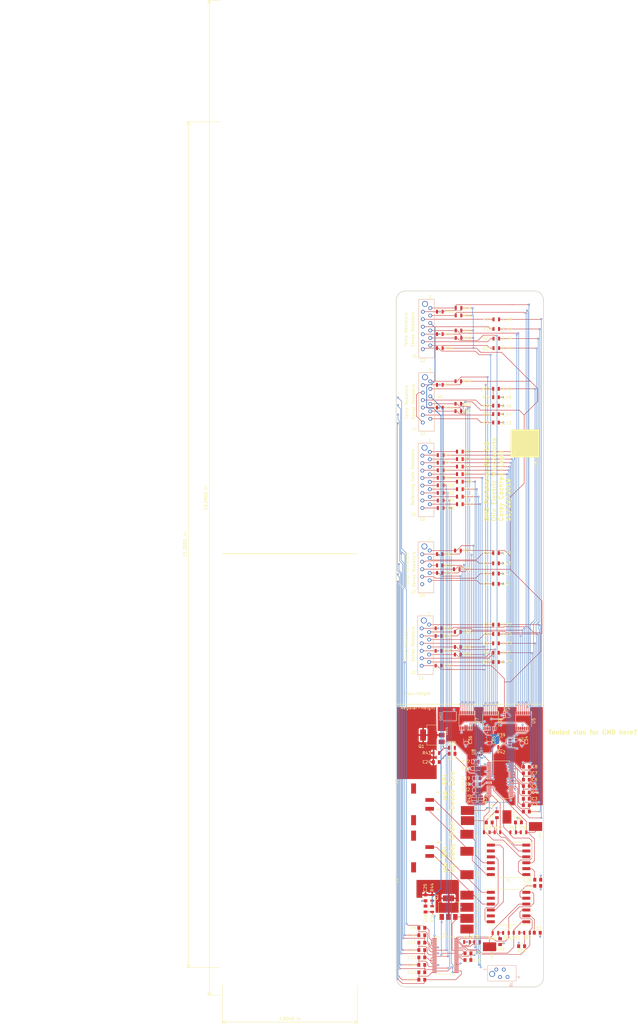
<source format=kicad_pcb>
(kicad_pcb (version 20211014) (generator pcbnew)
  (layers (0 "F.Cu" signal) (1 "In1.Cu" signal) (2 "In2.Cu" signal) (31 "B.Cu" signal) (34 "B.Paste" user) (35 "F.Paste" user) (36 "B.SilkS" user "B.Silkscreen") (37 "F.SilkS" user "F.Silkscreen") (38 "B.Mask" user) (39 "F.Mask" user) (44 "Edge.Cuts" user))
  (net 0 "")
  (net 1 "Net-(C1-Pad2)")
  (net 2 "Net-(C1-Pad1)")
  (net 3 "Net-(C2-Pad2)")
  (net 4 "Net-(C3-Pad2)")
  (net 5 "Net-(C4-Pad2)")
  (net 6 "Net-(C5-Pad2)")
  (net 7 "Net-(C24-Pad1)")
  (net 8 "Net-(C7-Pad2)")
  (net 9 "Net-(C8-Pad2)")
  (net 10 "Net-(C10-Pad1)")
  (net 11 "Net-(C10-Pad2)")
  (net 12 "/VREG")
  (net 13 "Net-(C17-Pad1)")
  (net 14 "Net-(C18-Pad1)")
  (net 15 "Net-(C19-Pad1)")
  (net 16 "/TEMP_SENSE")
  (net 17 "Net-(C30-Pad1)")
  (net 18 "Net-(C32-Pad1)")
  (net 19 "/C5_T3")
  (net 20 "/C9_T1")
  (net 21 "/C9_T2")
  (net 22 "/C13_T1")
  (net 23 "/C13_T3")
  (net 24 "/C9_T3")
  (net 25 "/C13_T2")
  (net 26 "/C1_T2")
  (net 27 "/C5_T1")
  (net 28 "/C1_T1")
  (net 29 "/C5_T2")
  (net 30 "/C1_T3")
  (net 31 "/C15_T2")
  (net 32 "/C11_T3")
  (net 33 "/C15_T3")
  (net 34 "/C15_T1")
  (net 35 "/C11_T2")
  (net 36 "/C11_T1")
  (net 37 "/C7_T3")
  (net 38 "/C3_T3")
  (net 39 "/C7_T2")
  (net 40 "/C3_T1")
  (net 41 "/C7_T1")
  (net 42 "/C3_T2")
  (net 43 "Net-(Q1-Pad1)")
  (net 44 "Net-(Q2-Pad1)")
  (net 45 "/~{DIS}9")
  (net 46 "/~{DIS}8")
  (net 47 "/~{DIS}7")
  (net 48 "/~{DIS}6")
  (net 49 "/~{DIS}4")
  (net 50 "/~{DIS}3")
  (net 51 "/~{DIS}2")
  (net 52 "/~{DIS}1")
  (net 53 "/SDA")
  (net 54 "/SCL")
  (net 55 "/IPA1")
  (net 56 "/VREF2")
  (net 57 "/IMA1")
  (net 58 "/IPB1")
  (net 59 "/IMB1")
  (net 60 "/IPA2")
  (net 61 "/IMA2")
  (net 62 "/IPB2")
  (net 63 "/IMB2")
  (net 64 "Net-(T1-Pad7)")
  (net 65 "Net-(U1-Pad44)")
  (net 66 "Net-(U1-Pad43)")
  (net 67 "Net-(U1-Pad39)")
  (net 68 "Net-(U1-Pad29)")
  (net 69 "Net-(U1-Pad28)")
  (net 70 "Net-(U1-Pad17)")
  (net 71 "Net-(U1-Pad15)")
  (net 72 "Net-(U1-Pad5)")
  (net 73 "Net-(U1-Pad3)")
  (net 74 "/C0")
  (net 75 "Net-(T1-Pad8)")
  (net 76 "Net-(C6-Pad2)")
  (net 77 "Net-(C9-Pad1)")
  (net 78 "Net-(C11-Pad2)")
  (net 79 "Net-(C12-Pad2)")
  (net 80 "Net-(C13-Pad2)")
  (net 81 "Net-(C14-Pad2)")
  (net 82 "Net-(C15-Pad2)")
  (net 83 "Net-(C16-Pad2)")
  (net 84 "/GND1")
  (net 85 "/GND2")
  (net 86 "Net-(C20-Pad1)")
  (net 87 "Net-(C21-Pad1)")
  (net 88 "Net-(C23-Pad1)")
  (net 89 "Net-(C25-Pad1)")
  (net 90 "Net-(C26-Pad1)")
  (net 91 "Net-(C27-Pad1)")
  (net 92 "Net-(C28-Pad1)")
  (net 93 "Net-(C29-Pad1)")
  (net 94 "Net-(C31-Pad1)")
  (net 95 "Net-(C33-Pad1)")
  (net 96 "/C7")
  (net 97 "/C9")
  (net 98 "/C11")
  (net 99 "/C15")
  (net 100 "/C13")
  (net 101 "/C5")
  (net 102 "/C3")
  (net 103 "/C1")
  (net 104 "/Q12")
  (net 105 "/Q14")
  (net 106 "/Q16")
  (net 107 "/Q10")
  (net 108 "/Q15")
  (net 109 "/Q13")
  (net 110 "/Q11")
  (net 111 "/Q9")
  (net 112 "/Q8")
  (net 113 "/Q7")
  (net 114 "/Q6")
  (net 115 "/Q5")
  (net 116 "/Q4")
  (net 117 "/Q3")
  (net 118 "/Q2")
  (net 119 "/Q1")
  (net 120 "/V+2")
  (net 121 "/C8")
  (net 122 "/C6")
  (net 123 "/C4")
  (net 124 "/C2")
  (net 125 "/V+1")
  (net 126 "/C16")
  (net 127 "/C14")
  (net 128 "/C12")
  (net 129 "/C10")
  (net 130 "Net-(J6-Pad1)")
  (net 131 "Net-(J6-Pad2)")
  (net 132 "Net-(J7-Pad2)")
  (net 133 "Net-(J7-Pad1)")
  (net 134 "Net-(R37-Pad2)")
  (net 135 "Net-(R37-Pad1)")
  (net 136 "Net-(R38-Pad1)")
  (net 137 "Net-(R38-Pad2)")
  (net 138 "Net-(R77-Pad2)")
  (net 139 "Net-(U2-Pad3)")
  (net 140 "Net-(U2-Pad5)")
  (net 141 "Net-(U2-Pad15)")
  (net 142 "Net-(U2-Pad17)")
  (net 143 "Net-(U2-Pad27)")
  (net 144 "Net-(U2-Pad28)")
  (net 145 "Net-(U2-Pad29)")
  (net 146 "Net-(U2-Pad32)")
  (net 147 "Net-(U2-Pad33)")
  (net 148 "Net-(U2-Pad34)")
  (net 149 "Net-(U2-Pad39)")
  (net 150 "Net-(U2-Pad43)")
  (net 151 "Net-(U2-Pad44)")
  (net 152 "Net-(U5-Pad9)")
  (net 153 "Net-(R1-Pad1)")
  (net 154 "Net-(R2-Pad1)")
  (net 155 "Net-(R3-Pad1)")
  (net 156 "Net-(R4-Pad1)")
  (net 157 "Net-(R5-Pad1)")
  (net 158 "Net-(R6-Pad1)")
  (net 159 "Net-(R7-Pad1)")
  (net 160 "Net-(R8-Pad1)")
  (net 161 "Net-(T1-Pad9)")
  (net 162 "Net-(T1-Pad11)")
  (net 163 "Net-(T2-Pad11)")
  (net 164 "Net-(T2-Pad8)")
  (net 165 "Net-(J8-Pad3)")
  (net 166 "Net-(J8-Pad1)")
  (net 167 "Net-(J8-Pad2)")
  (net 168 "Net-(J8-Pad4)")
  (footprint "footprints:C_0805_OEM" (layer "F.Cu") (at 183.2 358.9 180)
    (fp_text reference "C9")
    (fp_text value "C_10nF" hide)
  )
  (footprint "footprints:C_0805_OEM" (layer "F.Cu") (at 183.2 361.414285)
    (fp_text reference "C10")
    (fp_text value "C_10nF" hide)
  )
  (footprint "footprints:C_0805_OEM" (layer "F.Cu") (at 183.2 363.92857 180)
    (fp_text reference "C11")
    (fp_text value "C_10nF" hide)
  )
  (footprint "footprints:C_0805_OEM" (layer "F.Cu") (at 183.2 366.442855)
    (fp_text reference "C12")
    (fp_text value "C_10nF" hide)
  )
  (footprint "footprints:C_0805_OEM" (layer "F.Cu") (at 183.2 368.95714 180)
    (fp_text reference "C13")
    (fp_text value "C_10nF" hide)
  )
  (footprint "footprints:C_0805_OEM" (layer "F.Cu") (at 183.2 371.471425)
    (fp_text reference "C14")
    (fp_text value "C_10nF" hide)
  )
  (footprint "footprints:C_0805_OEM" (layer "F.Cu") (at 183.2 373.98571 180)
    (fp_text reference "C15")
    (fp_text value "C_10nF" hide)
  )
  (footprint "footprints:C_0805_OEM" (layer "F.Cu") (at 183.2 376.5)
    (fp_text reference "C16")
    (fp_text value "C_10nF" hide)
  )
  (footprint "footprints:C_0805_OEM" (layer "F.Cu") (at 198.866 369.824)
    (fp_text reference "C21")
    (fp_text value "1uF" hide)
  )
  (footprint "footprints:C_0805_OEM" (layer "F.Cu") (at 198.882 367.538)
    (fp_text reference "C23")
    (fp_text value "1uF" hide)
  )
  (footprint "footprints:C_0805_OEM" (layer "F.Cu") (at 209.7968 363.5756 -90)
    (fp_text reference "C29")
    (fp_text value "C_10nF" hide)
  )
  (footprint "footprints:C_0805_OEM" (layer "F.Cu") (at 222.4186 360.5602)
    (fp_text reference "C32")
    (fp_text value "C_10nF" hide)
  )
  (footprint "footprints:C_0805_OEM" (layer "F.Cu") (at 222.5802 344.6526)
    (fp_text reference "C33")
    (fp_text value "C_10nF" hide)
  )
  (footprint "footprints:SOT-223" (layer "F.Cu") (at 192.278 352.044 90)
    (fp_text reference "Q2")
    (fp_text value "NSS1C201MZ4")
  )
  (footprint "footprints:R_0805_OEM" (layer "F.Cu") (at 189.57544 198.4629 180)
    (fp_text reference "R2")
    (fp_text value "R_4.99K" hide)
  )
  (footprint "footprints:R_0805_OEM" (layer "F.Cu") (at 196.10832 199.820348 180)
    (fp_text reference "R3")
    (fp_text value "R_4.99K" hide)
  )
  (footprint "footprints:R_0805_OEM" (layer "F.Cu") (at 189.57544 201.027211 180)
    (fp_text reference "R4")
    (fp_text value "R_4.99K" hide)
  )
  (footprint "footprints:R_0805_OEM" (layer "F.Cu") (at 196.10832 202.369056 180)
    (fp_text reference "R5")
    (fp_text value "R_4.99K" hide)
  )
  (footprint "footprints:R_0805_OEM" (layer "F.Cu") (at 189.57544 203.591522 180)
    (fp_text reference "R6")
    (fp_text value "R_4.99K" hide)
  )
  (footprint "footprints:R_0805_OEM" (layer "F.Cu") (at 196.10832 204.917764 180)
    (fp_text reference "R7")
    (fp_text value "R_4.99K" hide)
  )
  (footprint "footprints:R_0805_OEM" (layer "F.Cu") (at 189.57544 206.155833 180)
    (fp_text reference "R8")
    (fp_text value "R_4.99K" hide)
  )
  (footprint "footprints:R_0805_OEM" (layer "F.Cu") (at 189.57544 208.720144 180)
    (fp_text reference "R10")
    (fp_text value "R_4.99K" hide)
  )
  (footprint "footprints:R_0805_OEM" (layer "F.Cu") (at 196.10832 210.01518 180)
    (fp_text reference "R11")
    (fp_text value "R_4.99K" hide)
  )
  (footprint "footprints:R_0805_OEM" (layer "F.Cu") (at 189.57544 211.284455 180)
    (fp_text reference "R12")
    (fp_text value "R_4.99K" hide)
  )
  (footprint "footprints:R_0805_OEM" (layer "F.Cu") (at 196.10832 212.563888 180)
    (fp_text reference "R13")
    (fp_text value "R_4.99K" hide)
  )
  (footprint "footprints:R_0805_OEM" (layer "F.Cu") (at 189.57544 213.848766 180)
    (fp_text reference "R14")
    (fp_text value "R_4.99K" hide)
  )
  (footprint "footprints:R_0805_OEM" (layer "F.Cu") (at 196.10832 215.1126 180)
    (fp_text reference "R15")
    (fp_text value "R_4.99K" hide)
  )
  (footprint "footprints:R_0805_OEM" (layer "F.Cu") (at 189.57544 216.41308 180)
    (fp_text reference "R16")
    (fp_text value "R_4.99K" hide)
  )
  (footprint "footprints:R_0805_OEM" (layer "F.Cu") (at 208.5 152.4)
    (fp_text reference "R17")
    (fp_text value "R_100" hide)
  )
  (footprint "footprints:R_0805_OEM" (layer "F.Cu") (at 208.4 256)
    (fp_text reference "R18")
    (fp_text value "R_100" hide)
  )
  (footprint "footprints:R_0805_OEM" (layer "F.Cu") (at 208.5 155.65)
    (fp_text reference "R19")
    (fp_text value "R_100" hide)
  )
  (footprint "footprints:R_0805_OEM" (layer "F.Cu") (at 208.5 158.9)
    (fp_text reference "R21")
    (fp_text value "R_100" hide)
  )
  (footprint "footprints:R_0805_OEM" (layer "F.Cu") (at 208.4 262.35)
    (fp_text reference "R22")
    (fp_text value "R_100" hide)
  )
  (footprint "footprints:R_0805_OEM" (layer "F.Cu") (at 208.5 162.15)
    (fp_text reference "R23")
    (fp_text value "R_100" hide)
  )
  (footprint "footprints:R_0805_OEM" (layer "F.Cu") (at 208.4 265.525)
    (fp_text reference "R24")
    (fp_text value "R_100" hide)
  )
  (footprint "footprints:R_0805_OEM" (layer "F.Cu") (at 208.4 178.8125)
    (fp_text reference "R26")
    (fp_text value "R_100" hide)
  )
  (footprint "footprints:R_0805_OEM" (layer "F.Cu") (at 208.4 268.7)
    (fp_text reference "R27")
    (fp_text value "R_100" hide)
  )
  (footprint "footprints:R_0805_OEM" (layer "F.Cu") (at 208.4 181.675)
    (fp_text reference "R28")
    (fp_text value "R_100" hide)
  )
  (footprint "footprints:R_0805_OEM" (layer "F.Cu") (at 208.4 231.7)
    (fp_text reference "R29")
    (fp_text value "R_100" hide)
  )
  (footprint "footprints:R_0805_OEM" (layer "F.Cu") (at 208.4 235.183333)
    (fp_text reference "R31")
    (fp_text value "R_100" hide)
  )
  (footprint "footprints:R_0805_OEM" (layer "F.Cu") (at 208.4 187.4)
    (fp_text reference "R32")
    (fp_text value "R_100" hide)
  )
  (footprint "footprints:R_0805_OEM" (layer "F.Cu") (at 208.4 238.666666)
    (fp_text reference "R33")
    (fp_text value "R_100" hide)
  )
  (footprint "footprints:R_0805_OEM" (layer "F.Cu") (at 208.4 242.15)
    (fp_text reference "R34")
    (fp_text value "R_100" hide)
  )
  (footprint "footprints:R_0805_OEM" (layer "F.Cu") (at 201.9808 363.7026)
    (fp_text reference "R38")
    (fp_text value "R_1K" hide)
  )
  (footprint "footprints:R_0805_OEM" (layer "F.Cu") (at 195.67398 158.69412 180)
    (fp_text reference "R46")
    (fp_text value "R_100K" hide)
  )
  (footprint "footprints:R_0805_OEM" (layer "F.Cu") (at 195.39708 263.56564 180)
    (fp_text reference "R49")
    (fp_text value "R_100K" hide)
  )
  (footprint "footprints:R_0805_OEM" (layer "F.Cu") (at 188.84392 264.89152 180)
    (fp_text reference "R52")
    (fp_text value "R_100K" hide)
  )
  (footprint "footprints:R_0805_OEM" (layer "F.Cu") (at 215.3758 360.5712)
    (fp_text reference "R61")
    (fp_text value "R_60.4" hide)
  )
  (footprint "footprints:R_0805_OEM" (layer "F.Cu") (at 218.9318 360.5712)
    (fp_text reference "R62")
    (fp_text value "R_60.4" hide)
  )
  (footprint "footprints:R_0805_OEM" (layer "F.Cu") (at 208.213 360.622)
    (fp_text reference "R63")
    (fp_text value "R_60.4" hide)
  )
  (footprint "footprints:R_0805_OEM" (layer "F.Cu") (at 211.769 360.622)
    (fp_text reference "R64")
    (fp_text value "R_60.4" hide)
  )
  (footprint "footprints:R_0805_OEM" (layer "F.Cu") (at 189.30874 162.16884 180)
    (fp_text reference "R66")
    (fp_text value "R_100K" hide)
  )
  (footprint "footprints:TSSOP-48_LTC6811-1" (layer "F.Cu") (at 191.262 368.3)
    (fp_text reference "U2")
    (fp_text value "LTC6811-1" hide)
  )
  (footprint "footprints:C_0805_OEM" (layer "F.Cu") (at 206.0956 323.1388 180)
    (fp_text reference "C27")
    (fp_text value "C_10nF" hide)
  )
  (footprint "footprints:R_0805_OEM" (layer "F.Cu") (at 205.2682 326.4674)
    (fp_text reference "R59")
    (fp_text value "R_60.4" hide)
  )
  (footprint "footprints:R_0805_OEM" (layer "F.Cu") (at 208.8902 326.4674)
    (fp_text reference "R60")
    (fp_text value "R_60.4" hide)
  )
  (footprint "footprints:C_0805_OEM" (layer "F.Cu") (at 222.5802 342.5698)
    (fp_text reference "C30")
    (fp_text value "C_10nF" hide)
  )
  (footprint "footprints:R_0805_OEM" (layer "F.Cu") (at 214.2344 326.4928)
    (fp_text reference "R57")
    (fp_text value "R_60.4" hide)
  )
  (footprint "footprints:C_0805_OEM" (layer "F.Cu") (at 208.7372 320.4972 90)
    (fp_text reference "C31")
    (fp_text value "C_10nF" hide)
  )
  (footprint "footprints:C_0805_OEM" (layer "F.Cu") (at 216.027 323.1134)
    (fp_text reference "C26")
    (fp_text value "C_10nF" hide)
  )
  (footprint "footprints:R_0805_OEM" (layer "F.Cu") (at 217.765 326.4674)
    (fp_text reference "R58")
    (fp_text value "R_60.4" hide)
  )
  (footprint "footprints:MicroFit_RA_2_SMD" (layer "F.Cu") (at 183.134 316.992 -90)
    (fp_text reference "J6")
    (fp_text value "MicroFit_RA_V_2_SMD" hide)
  )
  (footprint "footprints:MicroFit_RA_2_SMD" (layer "F.Cu") (at 183.134 332.994 -90)
    (fp_text reference "J7")
    (fp_text value "MicroFit_RA_V_2_SMD" hide)
  )
  (footprint "footprints:R_0805_OEM" (layer "F.Cu") (at 189.32652 238.44758 180)
    (fp_text reference "R76")
    (fp_text value "R_100K" hide)
  )
  (footprint "footprints:R_0805_OEM" (layer "F.Cu") (at 195.072 237.19028 180)
    (fp_text reference "R73")
    (fp_text value "R_100K" hide)
  )
  (footprint "footprints:R_0805_OEM" (layer "F.Cu") (at 189.32652 235.88218 180)
    (fp_text reference "R70")
    (fp_text value "R_100K" hide)
  )
  (footprint "footprints:R_0805_OEM" (layer "F.Cu") (at 189.32652 232.06456 180)
    (fp_text reference "R50")
    (fp_text value "R_100K" hide)
  )
  (footprint "footprints:R_0805_OEM" (layer "F.Cu") (at 195.45808 230.85806 180)
    (fp_text reference "R47")
    (fp_text value "R_100K" hide)
  )
  (footprint "footprints:R_0805_OEM" (layer "F.Cu") (at 188.84392 269.91564 180)
    (fp_text reference "R75")
    (fp_text value "R_100K" hide)
  )
  (footprint "footprints:R_0805_OEM" (layer "F.Cu") (at 189.30874 157.39618 180)
    (fp_text reference "R74")
    (fp_text value "R_100K" hide)
  )
  (footprint "footprints:R_0805_OEM" (layer "F.Cu") (at 195.67398 156.17952 180)
    (fp_text reference "R71")
    (fp_text value "R_100K" hide)
  )
  (footprint "footprints:R_0805_OEM" (layer "F.Cu") (at 188.84392 259.8293 180)
    (fp_text reference "R68")
    (fp_text value "R_100K" hide)
  )
  (footprint "footprints:R_0805_OEM" (layer "F.Cu") (at 188.84392 257.24866 180)
    (fp_text reference "R54")
    (fp_text value "R_100K" hide)
  )
  (footprint "footprints:R_0805_OEM" (layer "F.Cu") (at 195.67398 151.07158 180)
    (fp_text reference "R51")
    (fp_text value "R_100K" hide)
  )
  (footprint "footprints:R_0805_OEM" (layer "F.Cu") (at 189.30874 149.77364 180)
    (fp_text reference "R48")
    (fp_text value "R_100K" hide)
  )
  (footprint "footprints:R_0805_OEM" (layer "F.Cu") (at 195.67398 148.51634 180)
    (fp_text reference "R45")
    (fp_text value "R_100K" hide)
  )
  (footprint "footprints:C_0805_OEM" (layer "F.Cu") (at 217.1006 365.1322 180)
    (fp_text reference "C28")
    (fp_text value "C_10nF" hide)
  )
  (footprint "footprints:R_0805_OEM" (layer "F.Cu") (at 196.10832 197.27164 180)
    (fp_text reference "R1")
    (fp_text value "R_4.99K" hide)
  )
  (footprint "footprints:R_0805_OEM" (layer "F.Cu") (at 195.39708 266.14628 180)
    (fp_text reference "R55")
    (fp_text value "R_100K" hide)
  )
  (footprint "footprints:R_0805_OEM" (layer "F.Cu") (at 195.39708 258.4704 180)
    (fp_text reference "R65")
    (fp_text value "R_100K" hide)
  )
  (footprint "footprints:R_0805_OEM" (layer "F.Cu") (at 189.31382 174.59706 180)
    (fp_text reference "R72")
    (fp_text value "R_100K" hide)
  )
  (footprint "footprints:R_0805_OEM" (layer "F.Cu") (at 195.59524 183.54548 180)
    (fp_text reference "R67")
    (fp_text value "R_100K" hide)
  )
  (footprint "footprints:R_0805_OEM" (layer "F.Cu") (at 189.31382 182.33898 180)
    (fp_text reference "R56")
    (fp_text value "R_100K" hide)
  )
  (footprint "footprints:R_0805_OEM" (layer "F.Cu") (at 195.59524 181.03088 180)
    (fp_text reference "R53")
    (fp_text value "R_100K" hide)
  )
  (footprint "footprints:R_0805_OEM" (layer "F.Cu") (at 195.59524 173.3931 180)
    (fp_text reference "R69")
    (fp_text value "R_100K" hide)
  )
  (footprint "footprints:R_0805_OEM" (layer "F.Cu") (at 196.10832 207.466472 180)
    (fp_text reference "R9")
    (fp_text value "R_4.99K" hide)
  )
  (footprint "footprints:R_0805_OEM" (layer "F.Cu") (at 208.4 259.175)
    (fp_text reference "R20")
    (fp_text value "R_100" hide)
  )
  (footprint "footprints:R_0805_OEM" (layer "F.Cu") (at 208.4 175.95)
    (fp_text reference "R25")
    (fp_text value "R_100" hide)
  )
  (footprint "footprints:R_0805_OEM" (layer "F.Cu") (at 208.4 184.5375)
    (fp_text reference "R30")
    (fp_text value "R_100" hide)
  )
  (footprint "footprints:R_0805_OEM" (layer "F.Cu") (at 198.5518 363.7026 180)
    (fp_text reference "R41")
    (fp_text value "R_1K" hide)
  )
  (footprint "footprints:R_0805_OEM" (layer "F.Cu") (at 186.74 352.526 -90)
    (fp_text reference "R36")
    (fp_text value "R_100" hide)
  )
  (footprint "footprints:T_LAN_SM91501ALE" (layer "F.Cu") (at 212.6742 335.8134 90)
    (fp_text reference "T1")
    (fp_text value "T_LAN_SM91501ALE")
  )
  (footprint "footprints:C_0805_OEM" (layer "F.Cu") (at 218.72048 308.605984 180)
    (fp_text reference "C6")
    (fp_text value "C_10nF" hide)
  )
  (footprint "footprints:C_0805_OEM" (layer "F.Cu") (at 218.72048 312.938788 180)
    (fp_text reference "C4")
    (fp_text value "C_10nF" hide)
  )
  (footprint "footprints:C_0805_OEM" (layer "F.Cu") (at 218.72048 310.772386)
    (fp_text reference "C5")
    (fp_text value "C_10nF" hide)
  )
  (footprint "footprints:SOT-223" (layer "F.Cu") (at 186.792 293.4716 180)
    (fp_text reference "Q1")
    (fp_text value "NSS1C201MZ4")
  )
  (footprint "Package_SO:SSOP-16_3.9x4.9mm_P0.635mm" (layer "F.Cu") (at 198.5137 288.544 -90)
    (fp_text reference "U7")
    (fp_text value "LTC1380IGN")
  )
  (footprint "footprints:C_0805_OEM" (layer "F.Cu") (at 201.9714 308.102 180)
    (fp_text reference "C19")
    (fp_text value "1uF" hide)
  )
  (footprint "footprints:C_0805_OEM" (layer "F.Cu") (at 217.2462 295.2496 -90)
    (fp_text reference "C34")
    (fp_text value "C_1uF" hide)
  )
  (footprint "footprints:C_0805_OEM" (layer "F.Cu") (at 218.72048 315.10519)
    (fp_text reference "C3")
    (fp_text value "C_10nF" hide)
  )
  (footprint "footprints:C_0805_OEM" (layer "F.Cu") (at 206.1591 295.2496 -90)
    (fp_text reference "C35")
    (fp_text value "C_1uF" hide)
  )
  (footprint "footprints:SOT-23-5_OEM_24AA01" (layer "F.Cu") (at 214.1982 296.0116)
    (fp_text reference "U3")
    (fp_text value "24AA01" hide)
  )
  (footprint "footprints:C_0805_OEM" (layer "F.Cu") (at 201.9554 310.134 180)
    (fp_text reference "C20")
    (fp_text value "1uF" hide)
  )
  (footprint "footprints:C_0805_OEM" (layer "F.Cu") (at 201.4474 304.8 180)
    (fp_text reference "C37")
    (fp_text value "C_10nF" hide)
  )
  (footprint "Package_TO_SOT_SMD:SOT-353_SC-70-5" (layer "F.Cu") (at 202.7174 299.212 90)
    (fp_text reference "U8")
    (fp_text value "MCP6001T-I-LT" hide)
  )
  (footprint "Package_SO:SSOP-16_3.9x4.9mm_P0.635mm" (layer "F.Cu") (at 206.54645 288.6456 -90)
    (fp_text reference "U6")
    (fp_text value "LTC1380IGN")
  )
  (footprint "Package_SO:SSOP-16_3.9x4.9mm_P0.635mm" (layer "F.Cu") (at 217.7288 288.6456 -90)
    (fp_text reference "U5")
    (fp_text value "LTC1380IGN")
  )
  (footprint "Package_TO_SOT_SMD:SOT-353_SC-70-5" (layer "F.Cu") (at 212.217 286.4104)
    (fp_text reference "U4")
    (fp_text value "MCP6001T-I-LT")
  )
  (footprint "footprints:TSSOP-48_LTC6811-1" (layer "F.Cu") (at 209.8294 308.61 180)
    (fp_text reference "U1")
    (fp_text value "LTC6811-1" hide)
  )
  (footprint "footprints:R_0805_OEM" (layer "F.Cu") (at 201.4474 302.514 180)
    (fp_text reference "R77")
    (fp_text value "R_100" hide)
  )
  (footprint "footprints:R_0805_OEM" (layer "F.Cu") (at 188.1378 299.5676 180)
    (fp_text reference "R43")
    (fp_text value "R_100" hide)
  )
  (footprint "footprints:R_0805_OEM" (layer "F.Cu") (at 210.1342 297.5356 180)
    (fp_text reference "R42")
    (fp_text value "R_4.99K" hide)
  )
  (footprint "footprints:R_0805_OEM" (layer "F.Cu") (at 200.9394 315.148 90)
    (fp_text reference "R40")
    (fp_text value "R_1K" hide)
  )
  (footprint "footprints:R_0805_OEM" (layer "F.Cu") (at 210.1342 295.2496 180)
    (fp_text reference "R39")
    (fp_text value "R_4.99K" hide)
  )
  (footprint "footprints:R_0805_OEM" (layer "F.Cu") (at 203.2254 315.214 90)
    (fp_text reference "R37")
    (fp_text value "R_1K" hide)
  )
  (footprint "footprints:R_0805_OEM" (layer "F.Cu") (at 193.4718 297.7896)
    (fp_text reference "R35")
    (fp_text value "R_100" hide)
  )
  (footprint "footprints:C_0805_OEM" (layer "F.Cu") (at 198.2216 295.148 -90)
    (fp_text reference "C36")
    (fp_text value "C_1uF" hide)
  )
  (footprint "footprints:C_0805_OEM" (layer "F.Cu") (at 201.9554 312.166 180)
    (fp_text reference "C22")
    (fp_text value "1uF" hide)
  )
  (footprint "footprints:C_0805_OEM" (layer "F.Cu") (at 218.72048 319.438)
    (fp_text reference "C1")
    (fp_text value "C_10nF" hide)
  )
  (footprint "footprints:C_0805_OEM" (layer "F.Cu") (at 218.72048 317.271592 180)
    (fp_text reference "C2")
    (fp_text value "C_10nF" hide)
  )
  (footprint "footprints:C_0805_OEM" (layer "F.Cu") (at 218.72048 304.27318 180)
    (fp_text reference "C8")
    (fp_text value "C_10nF" hide)
  )
  (footprint "footprints:C_0805_OEM" (layer "F.Cu") (at 218.72048 306.439582)
    (fp_text reference "C7")
    (fp_text value "C_10nF" hide)
  )
  (footprint "footprints:T_LAN_SM91501ALE" (layer "F.Cu") (at 212.6742 351.8408 90)
    (fp_text reference "T2")
    (fp_text value "T_LAN_SM91501ALE")
  )
  (footprint "footprints:C_0805_OEM" (layer "F.Cu") (at 193.4718 299.8216 180)
    (fp_text reference "C17")
    (fp_text value "C_0.1uF" hide)
  )
  (footprint "footprints:C_0805_OEM" (layer "F.Cu") (at 188.1378 302.6156)
    (fp_text reference "C24")
    (fp_text value "C_0.1uF" hide)
  )
  (footprint "footprints:C_0805_OEM" (layer "F.Cu") (at 184.454 348.716 -90)
    (fp_text reference "C25")
    (fp_text value "C_0.1uF" hide)
  )
  (footprint "footprints:R_0805_OEM" (layer "F.Cu") (at 186.74 348.716 90)
    (fp_text reference "R44")
    (fp_text value "R_100" hide)
  )
  (footprint "footprints:C_0805_OEM" (layer "F.Cu") (at 184.454 352.526 90)
    (fp_text reference "C18")
    (fp_text value "C_0.1uF" hide)
  )
  (footprint "footprints:Test_Point_SMD" (layer "F.Cu") (at 198.5518 351.917)
    (fp_text reference "TP1" hide)
    (fp_text value "Test_Point_SMD")
  )
  (footprint "footprints:Test_Point_SMD" (layer "F.Cu") (at 193.7258 291.9984 90)
    (fp_text reference "TP3" hide)
    (fp_text value "Test_Point_SMD")
  )
  (footprint "footprints:Test_Point_SMD" (layer "F.Cu") (at 198.5518 355.7016)
    (fp_text reference "TP4" hide)
    (fp_text value "Test_Point_SMD")
  )
  (footprint "footprints:Test_Point_SMD" (layer "F.Cu") (at 221.8436 324.5104)
    (fp_text reference "TP5" hide)
    (fp_text value "Test_Point_SMD")
  )
  (footprint "footprints:Test_Point_SMD" (layer "F.Cu") (at 206.2226 365.3282 180)
    (fp_text reference "TP7" hide)
    (fp_text value "Test_Point_SMD")
  )
  (footprint "footprints:Test_Point_SMD" (layer "F.Cu") (at 212.1408 321.2592 90)
    (fp_text reference "TP8" hide)
    (fp_text value "Test_Point_SMD")
  )
  (footprint "footprints:Test_Point_SMD" (layer "F.Cu") (at 198.5518 347.8022)
    (fp_text reference "TP11" hide)
    (fp_text value "Test_Point_SMD")
  )
  (footprint "footprints:Test_Point_SMD" (layer "F.Cu") (at 198.5518 340.868)
    (fp_text reference "TP12" hide)
    (fp_text value "Test_Point_SMD")
  )
  (footprint "footprints:Test_Point_SMD" (layer "F.Cu") (at 198.5518 332.9178)
    (fp_text reference "TP13" hide)
    (fp_text value "Test_Point_SMD")
  )
  (footprint "footprints:Test_Point_SMD" (layer "F.Cu") (at 198.5518 327.152)
    (fp_text reference "TP14" hide)
    (fp_text value "Test_Point_SMD")
  )
  (footprint "footprints:Test_Point_SMD" (layer "F.Cu") (at 198.7296 319.0748)
    (fp_text reference "TP10" hide)
    (fp_text value "Test_Point_SMD")
  )
  (footprint "footprints:Test_Point_SMD" (layer "F.Cu") (at 192.6082 287.0708)
    (fp_text reference "TP2" hide)
    (fp_text value "Test_Point_SMD")
  )
  (footprint "footprints:Test_Point_SMD" (layer "F.Cu") (at 198.7296 322.5038)
    (fp_text reference "TP9" hide)
    (fp_text value "Test_Point_SMD")
  )
  (footprint "footprints:Test_Point_SMD" (layer "F.Cu") (at 198.5518 359.3084)
    (fp_text reference "TP6" hide)
    (fp_text value "Test_Point_SMD")
  )
  (footprint "footprints:micromatch_female_vert_16" (layer "B.Cu") (at 185.928 202.438 180)
    (fp_text reference "J3")
    (fp_text value "MM_F_VT_16" hide)
  )
  (footprint "footprints:micromatch_female_vt_12" (layer "B.Cu") (at 186.0804 153.6192 180)
    (fp_text reference "J5")
    (fp_text value "MM_M_VT_12" hide)
  )
  (footprint "footprints:micromatch_female_vt_12" (layer "B.Cu") (at 186.0804 178.5112 180)
    (fp_text reference "J4")
    (fp_text value "MM_F_VT_12" hide)
  )
  (footprint "footprints:micromatch_female_vt_12" (layer "B.Cu") (at 185.6994 261.0612 180)
    (fp_text reference "J1")
    (fp_text value "MM_F_VT_12" hide)
  )
  (footprint "footprints:micromatch_female_vert_10" (layer "B.Cu") (at 184.6072 236.5502 180)
    (fp_text reference "J2")
    (fp_text value "MM_F_VT_10" hide)
  )
  (footprint "footprints:micromatch_female_vert_4" (layer "B.Cu") (at 213.5886 373.0498 -90)
    (fp_text reference "J8")
    (fp_text value "MM_F_VT_04" hide)
  )
  (gr_arc (start 177.694834 378.968) (mid 175.44977 378.038064) (end 174.519834 375.793) (layer "F.SilkS") (width 0.2))
  (gr_line (start 174.519834 145.922999) (end 174.519834 375.793) (layer "F.SilkS") (width 0.2))
  (gr_line (start 177.694834 378.968) (end 221.382834 378.968) (layer "F.SilkS") (width 0.2))
  (gr_line (start 224.557834 375.793) (end 224.557834 145.922999) (layer "F.SilkS") (width 0.2))
  (gr_arc (start 174.519834 145.922999) (mid 175.44977 143.677935) (end 177.694834 142.747999) (layer "F.SilkS") (width 0.2))
  (gr_arc (start 221.382834 142.747999) (mid 223.627898 143.677935) (end 224.557834 145.922999) (layer "F.SilkS") (width 0.2))
  (gr_arc (start 224.557834 375.793) (mid 223.627898 378.038064) (end 221.382834 378.968) (layer "F.SilkS") (width 0.2))
  (gr_line (start 221.382834 142.748) (end 177.694834 142.748) (layer "F.SilkS") (width 0.2))
  (gr_line (start 182.0164 194.4116) (end 187.2996 194.4116) (layer "F.SilkS") (width 0.15))
  (gr_line (start 182.1688 170.4848) (end 187.5028 170.4848) (layer "F.SilkS") (width 0.15))
  (gr_line (start 182.1688 145.5928) (end 187.452 145.5928) (layer "F.SilkS") (width 0.15))
  (gr_line (start 181.7624 272.8976) (end 181.7624 253.0348) (layer "F.SilkS") (width 0.15))
  (gr_line (start 174.494434 283.0195) (end 224.532434 283.0195) (layer "F.SilkS") (width 0.2))
  (gr_line (start 187.2488 245.1608) (end 181.9656 245.1608) (layer "F.SilkS") (width 0.15))
  (gr_poly (pts (xy 223.175 199.225) (xy 213.35 199.225) (xy 213.425 189.8) (xy 223.175 189.775)) (layer "F.SilkS") (width 0.1) (fill solid))
  (gr_line (start 187.0456 272.8976) (end 181.7624 272.8976) (layer "F.SilkS") (width 0.15))
  (gr_line (start 187.5028 170.4848) (end 187.5028 190.2968) (layer "F.SilkS") (width 0.15))
  (gr_line (start 187.5028 190.2968) (end 182.1688 190.2968) (layer "F.SilkS") (width 0.15))
  (gr_line (start 182.1688 165.4556) (end 182.1688 145.5928) (layer "F.SilkS") (width 0.15))
  (gr_line (start 182.1688 190.2968) (end 182.1688 170.4848) (layer "F.SilkS") (width 0.15))
  (gr_line (start 187.452 165.4556) (end 182.1688 165.4556) (layer "F.SilkS") (width 0.15))
  (gr_line (start 181.7624 253.0348) (end 187.0456 253.0348) (layer "F.SilkS") (width 0.15))
  (gr_line (start 187.452 145.5928) (end 187.452 165.4556) (layer "F.SilkS") (width 0.15))
  (gr_line (start 182.0164 219.3544) (end 182.0164 194.4116) (layer "F.SilkS") (width 0.15))
  (gr_line (start 187.0456 253.0348) (end 187.0456 272.8976) (layer "F.SilkS") (width 0.15))
  (gr_line (start 187.2488 227.8888) (end 187.2488 245.1608) (layer "F.SilkS") (width 0.15))
  (gr_line (start 161.1884 231.927399) (end 115.4684 231.927399) (layer "F.SilkS") (width 0.2))
  (gr_line (start 181.9656 227.8888) (end 187.2488 227.8888) (layer "F.SilkS") (width 0.15))
  (gr_line (start 181.9656 245.1608) (end 181.9656 227.8888) (layer "F.SilkS") (width 0.15))
  (gr_line (start 187.2996 194.4116) (end 187.2996 219.3544) (layer "F.SilkS") (width 0.15))
  (gr_line (start 187.2996 219.3544) (end 182.0164 219.3544) (layer "F.SilkS") (width 0.15))
  (gr_line (start 174.494434 145.922999) (end 174.494434 375.793) (layer "Edge.Cuts") (width 0.2))
  (gr_arc (start 177.669434 378.968) (mid 175.42437 378.038064) (end 174.494434 375.793) (layer "Edge.Cuts") (width 0.2))
  (gr_arc (start 221.357434 142.747999) (mid 223.602498 143.677935) (end 224.532434 145.922999) (layer "Edge.Cuts") (width 0.2))
  (gr_line (start 177.669434 378.968) (end 221.357434 378.968) (layer "Edge.Cuts") (width 0.2))
  (gr_line (start 224.532434 375.793) (end 224.532434 145.922999) (layer "Edge.Cuts") (width 0.2))
  (gr_arc (start 224.532434 375.793) (mid 223.602498 378.038064) (end 221.357434 378.968) (layer "Edge.Cuts") (width 0.2))
  (gr_arc (start 174.494434 145.922999) (mid 175.42437 143.677935) (end 177.669434 142.747999) (layer "Edge.Cuts") (width 0.2))
  (gr_line (start 221.357434 142.748) (end 177.669434 142.748) (layer "Edge.Cuts") (width 0.2))
  (gr_text "Regular-Height" (at 181.8386 284.2006) (layer "F.SilkS") (effects (font (size 1 1))))
  (gr_text "Iso-SPI \nUp Daisy Chain" (at 192.278 340.36 90) (layer "F.SilkS") (effects (font (size 1.5 1.5) (thickness 0.3)) (justify left)))
  (gr_text "IMA1" (at 188.976 312.928) (layer "F.SilkS") (effects (font (size 0.5 0.5) (thickness 0.1))))
  (gr_text "IMB2" (at 188.976 329.946) (layer "F.SilkS") (effects (font (size 0.5 0.5) (thickness 0.1))))
  (gr_text "IPB2" (at 188.976 335.788) (layer "F.SilkS") (effects (font (size 0.5 0.5) (thickness 0.1))))
  (gr_text "2_V1" (at 211.98 265.4525) (layer "F.SilkS") (effects (font (size 1 1))))
  (gr_text "2_V3" (at 211.98 262.305) (layer "F.SilkS") (effects (font (size 1 1))))
  (gr_text "2_V5" (at 211.98 259.1575) (layer "F.SilkS") (effects (font (size 1 1))))
  (gr_text "2_V7" (at 211.98 256.01) (layer "F.SilkS") (effects (font (size 1 1))))
  (gr_text "1_V0" (at 211.81 242.14) (layer "F.SilkS") (effects (font (size 1 1))))
  (gr_text "1_V1" (at 211.81 238.65) (layer "F.SilkS") (effects (font (size 1 1))))
  (gr_text "1_V3" (at 211.81 235.16) (layer "F.SilkS") (effects (font (size 1 1))))
  (gr_text "1_V5" (at 211.81 231.67) (layer "F.SilkS") (effects (font (size 1 1))))
  (gr_text "2_V0" (at 211.91 176) (layer "F.SilkS") (effects (font (size 1 1))))
  (gr_text "1_V6" (at 211.91 181.78) (layer "F.SilkS") (effects (font (size 1 1))))
  (gr_text "1_V2" (at 211.91 187.56) (layer "F.SilkS") (effects (font (size 1 1))))
  (gr_text "1_V8" (at 211.91 178.89) (layer "F.SilkS") (effects (font (size 1 1))))
  (gr_text "1_V4" (at 211.91 184.67) (layer "F.SilkS") (effects (font (size 1 1))))
  (gr_text "2_V2" (at 212.09 162.052) (layer "F.SilkS") (effects (font (size 1 1))))
  (gr_text "2_V8" (at 212.09 152.4) (layer "F.SilkS") (effects (font (size 1 1))))
  (gr_text "2_V6" (at 212.09 155.617333) (layer "F.SilkS") (effects (font (size 1 1))))
  (gr_text "2_V4" (at 212.09 158.834666) (layer "F.SilkS") (effects (font (size 1 1))))
  (gr_text "Sense Resistors" (at 180.325 180.375 90) (layer "F.SilkS") (effects (font (size 1 1))))
  (gr_text "Temp Resistors" (at 178 180.4 90) (layer "F.SilkS") (effects (font (size 1 1))))
  (gr_text "Temp Resistors" (at 177.825 155.825 90) (layer "F.SilkS") (effects (font (size 1 1))))
  (gr_text "Sense Resistors" (at 180.15 155.8 90) (layer "F.SilkS") (effects (font (size 1 1))))
  (gr_text "Sense Resistors" (at 180.5 237.25 90) (layer "F.SilkS") (effects (font (size 1 1))))
  (gr_text "Temp Resistors" (at 178.175 237.275 90) (layer "F.SilkS") (effects (font (size 1 1))))
  (gr_text "Temp Resistors" (at 177.9 262.625 90) (layer "F.SilkS") (effects (font (size 1 1))))
  (gr_text "Sense Resistors" (at 180.225 262.6 90) (layer "F.SilkS") (effects (font (size 1 1))))
  (gr_text "ID:" (at 222.15 200.925 90) (layer "F.SilkS") (effects (font (size 1 1))))
  (gr_text "IPB1" (at 201.8284 359.2068 90) (layer "F.SilkS") (effects (font (size 0.75 0.75) (thickness 0.1))))
  (gr_text "VREG" (at 201.9046 355.9302 90) (layer "F.SilkS") (effects (font (size 0.75 0.75) (thickness 0.1))))
  (gr_text "GND1" (at 202.0316 352.044 90) (layer "F.SilkS") (effects (font (size 0.75 0.75) (thickness 0.1))))
  (gr_text "IPB2" (at 202.057 348.2594 90) (layer "F.SilkS") (effects (font (size 0.75 0.75) (thickness 0.1))))
  (gr_text "IMB2" (at 202.1078 341.0204 90) (layer "F.SilkS") (effects (font (size 0.75 0.75) (thickness 0.1))))
  (gr_text "IPA1" (at 202.0062 333.0702 90) (layer "F.SilkS") (effects (font (size 0.75 0.75) (thickness 0.1))))
  (gr_text "IMA1" (at 201.9046 327.406 90) (layer "F.SilkS") (effects (font (size 0.75 0.75) (thickness 0.1))))
  (gr_text "IPA2" (at 202.0824 322.6816 90) (layer "F.SilkS") (effects (font (size 0.75 0.75) (thickness 0.1))))
  (gr_text "IMA2" (at 201.9808 319.024 90) (layer "F.SilkS") (effects (font (size 0.75 0.75) (thickness 0.1))))
  (gr_text "IPA2" (at 214.5284 319.8368 90) (layer "F.SilkS") (effects (font (size 0.75 0.75) (thickness 0.1))))
  (gr_text "IMA2" (at 223.3676 327.4568 90) (layer "F.SilkS") (effects (font (size 0.75 0.75) (thickness 0.1))))
  (gr_text "IMB1" (at 207.0862 368.0968 90) (layer "F.SilkS") (effects (font (size 0.75 0.75) (thickness 0.1))))
  (gr_text "GND2" (at 189.611 287.1216 90) (layer "F.SilkS") (effects (font (size 0.75 0.75) (thickness 0.1))))
  (gr_text "VREG" (at 191.6938 292.1508 90) (layer "F.SilkS") (effects (font (size 0.75 0.75) (thickness 0.1))))
  (gr_text "V2" (at 189.4 178.675) (layer "F.SilkS") (effects (font (size 1 1))))
  (gr_text "Balancing Gate Resistors" (at 180.1 206 90) (layer "F.SilkS") (effects (font (size 1 1))))
  (gr_text "Low-Height" (at 181.737 279.3746) (layer "F.SilkS") (effects (font (size 1 1))))
  (gr_text "Tented vias for GND here?" (at 241.275 292.525) (layer "F.SilkS") (effects (font (size 1.5 1.5) (thickness 0.3))))
  (gr_text "1_V7" (at 211.98 268.6) (layer "F.SilkS") (effects (font (size 1 1))))
  (gr_text "BMS Peripheral Rev 2.0\nOlin Electric Motorsports\nCorey Cochran-Lepiz\n11/22/2019" (at 208.925 221.125 90) (layer "F.SilkS") (effects (font (size 1.5 1.5) (thickness 0.3)) (justify left)))
  (gr_text "IPA1" (at 188.976 318.77) (layer "F.SilkS") (effects (font (size 0.5 0.5) (thickness 0.1))))
  (gr_text "Iso-SPI \nTowads Core" (at 192.278 305.562 90) (layer "F.SilkS") (effects (font (size 1.5 1.5) (thickness 0.3)) (justify right)))
  (dimension (type aligned) (layer "F.SilkS") (pts (xy 114.554 85.344) (xy 114.554 372.364)) (height 10.668) (gr_text "11.3000 in" (at 102.736 228.854 90) (layer "F.SilkS") (effects (font (size 1 1) (thickness 0.15)))) (format (units 0) (units_format 1) (precision 4)) (style (thickness 0.15) (arrow_length 1.27) (text_position_mode 0) (extension_height 0.58642) (extension_offset 0) keep_text_aligned))
  (dimension (type aligned) (layer "F.SilkS") (pts (xy 114.554 381.762) (xy 114.554 44.196)) (height -3.556) (gr_text "13.2900 in" (at 109.848 212.979 90) (layer "F.SilkS") (effects (font (size 1 1) (thickness 0.15)))) (format (units 0) (units_format 1) (precision 4)) (style (thickness 0.15) (arrow_length 1.27) (text_position_mode 0) (extension_height 0.58642) (extension_offset 0) keep_text_aligned))
  (dimension (type aligned) (layer "F.SilkS") (pts (xy 115.4684 378.46) (xy 161.29 378.46)) (height 12.446) (gr_text "1.8040 in" (at 138.3792 389.756) (layer "F.SilkS") (effects (font (size 1 1) (thickness 0.15)))) (format (units 0) (units_format 1) (precision 4)) (style (thickness 0.15) (arrow_length 1.27) (text_position_mode 0) (extension_height 0.58642) (extension_offset 0) keep_text_aligned))
  (segment (start 223.292 319.438) (end 219.72048 319.438) (width 0.1524) (layer "F.Cu") (net 1))
  (segment (start 219.72048 317.271592) (end 219.72048 318.39292) (width 0.1524) (layer "F.Cu") (net 1))
  (segment (start 219.72048 318.39292) (end 216.83032 318.39292) (width 0.1524) (layer "F.Cu") (net 1))
  (segment (start 215.7754 311.638) (end 214.9974 310.86) (width 0.1524) (layer "F.Cu") (net 1))
  (segment (start 214.9974 310.86) (end 213.5794 310.86) (width 0.1524) (layer "F.Cu") (net 1))
  (segment (start 215.7754 317.338) (end 215.7754 311.638) (width 0.1524) (layer "F.Cu") (net 1))
  (segment (start 216.83032 318.39292) (end 215.7754 317.338) (width 0.1524) (layer "F.Cu") (net 1))
  (segment (start 219.72048 318.39292) (end 219.72048 319.438) (width 0.1524) (layer "F.Cu") (net 1))
  (segment (start 209.35 256) (end 223.2166 256) (width 0.1524) (layer "F.Cu") (net 1))
  (segment (start 223.2166 256) (end 223.2666 256.05) (width 0.1524) (layer "F.Cu") (net 1))
  (via (at 223.1898 319.438) (size 0.6096) (drill 0.3048) (layers "F.Cu" "B.Cu") (net 1))
  (via (at 223.2666 256.0828) (size 0.6096) (drill 0.3048) (layers "F.Cu" "B.Cu") (net 1))
  (segment (start 223.2666 256.481052) (end 223.371974 256.586426) (width 0.1524) (layer "B.Cu") (net 1))
  (segment (start 223.371974 256.586426) (end 223.371974 256.874574) (width 0.1524) (layer "B.Cu") (net 1))
  (segment (start 223.292 319.379) (end 223.4692 319.2018) (width 0.1524) (layer "B.Cu") (net 1))
  (segment (start 223.371974 256.874574) (end 223.4692 256.9718) (width 0.1524) (layer "B.Cu") (net 1))
  (segment (start 223.4692 256.9718) (end 223.4692 319.2018) (width 0.1524) (layer "B.Cu") (net 1))
  (segment (start 223.2666 256.05) (end 223.2666 256.481052) (width 0.1524) (layer "B.Cu") (net 1))
  (segment (start 213.5794 312.86) (end 212.677 312.86) (width 0.1524) (layer "F.Cu") (net 2))
  (segment (start 212.2754 312.2616) (end 212.677 311.86) (width 0.1524) (layer "F.Cu") (net 2))
  (segment (start 212.677 311.86) (end 213.5794 311.86) (width 0.1524) (layer "F.Cu") (net 2))
  (segment (start 212.677 312.86) (end 212.2754 312.4584) (width 0.1524) (layer "F.Cu") (net 2))
  (segment (start 212.2754 312.4584) (end 212.2754 312.2616) (width 0.1524) (layer "F.Cu") (net 2))
  (segment (start 214.8254 314.038) (end 214.8254 313.2036) (width 0.1524) (layer "F.Cu") (net 2))
  (segment (start 214.8254 313.2036) (end 214.4818 312.86) (width 0.1524) (layer "F.Cu") (net 2))
  (segment (start 214.4818 312.86) (end 213.5794 312.86) (width 0.1524) (layer "F.Cu") (net 2))
  (segment (start 215.0254 314.238) (end 214.8254 314.038) (width 0.1524) (layer "F.Cu") (net 2))
  (segment (start 214.8254 314.038) (end 214.6474 313.86) (width 0.1524) (layer "F.Cu") (net 2))
  (segment (start 214.6474 313.86) (end 213.5794 313.86) (width 0.1524) (layer "F.Cu") (net 2))
  (segment (start 215.0254 317.39532) (end 215.0254 314.238) (width 0.1524) (layer "F.Cu") (net 2))
  (segment (start 217.72048 319.438) (end 217.06808 319.438) (width 0.1524) (layer "F.Cu") (net 2))
  (segment (start 217.06808 319.438) (end 215.0254 317.39532) (width 0.1524) (layer "F.Cu") (net 2))
  (segment (start 223.8254 321.588) (end 219.74548 321.588) (width 0.1524) (layer "F.Cu") (net 2))
  (segment (start 219.74548 321.588) (end 217.72048 319.563) (width 0.1524) (layer "F.Cu") (net 2))
  (segment (start 217.72048 319.563) (end 217.72048 319.438) (width 0.1524) (layer "F.Cu") (net 2))
  (segment (start 209.45 152.4) (end 223.8 152.4) (width 0.1524) (layer "F.Cu") (net 2))
  (segment (start 223.8 152.4) (end 223.8 152.25) (width 0.1524) (layer "F.Cu") (net 2))
  (via (at 223.8254 321.588) (size 0.6096) (drill 0.3048) (layers "F.Cu" "B.Cu") (net 2))
  (via (at 223.8 152.25) (size 0.6096) (drill 0.3048) (layers "F.Cu" "B.Cu") (net 2))
  (segment (start 223.8254 321.588) (end 223.802 321.588) (width 0.1524) (layer "B.Cu") (net 2))
  (segment (start 223.8 152.25) (end 223.8 321.59) (width 0.1524) (layer "B.Cu") (net 2))
  (segment (start 223.802 321.588) (end 223.8 321.59) (width 0.1524) (layer "B.Cu") (net 2))
  (segment (start 217.72048 316.29292) (end 217.72048 315.10519) (width 0.1524) (layer "F.Cu") (net 3))
  (segment (start 217.72048 317.271592) (end 217.72048 316.29292) (width 0.1524) (layer "F.Cu") (net 3))
  (segment (start 222.98719 316.288) (end 217.7254 316.288) (width 0.1524) (layer "F.Cu") (net 3))
  (segment (start 217.7254 316.288) (end 217.72048 316.29292) (width 0.1524) (layer "F.Cu") (net 3))
  (segment (start 216.08021 310.09281) (end 215.8474 309.86) (width 0.1524) (layer "F.Cu") (net 3))
  (segment (start 215.8474 309.86) (end 213.5794 309.86) (width 0.1524) (layer "F.Cu") (net 3))
  (segment (start 217.06808 317.271592) (end 216.08021 316.283722) (width 0.1524) (layer "F.Cu") (net 3))
  (segment (start 216.08021 316.283722) (end 216.08021 310.09281) (width 0.1524) (layer "F.Cu") (net 3))
  (segment (start 217.72048 317.271592) (end 217.06808 317.271592) (width 0.1524) (layer "F.Cu") (net 3))
  (segment (start 209.45 155.65) (end 223.2166 155.65) (width 0.1524) (layer "F.Cu") (net 3))
  (segment (start 223.2166 155.65) (end 223.2666 155.7) (width 0.1524) (layer "F.Cu") (net 3))
  (via (at 222.885 316.2554) (size 0.6096) (drill 0.3048) (layers "F.Cu" "B.Cu") (net 3))
  (via (at 223.2666 155.7) (size 0.6096) (drill 0.3048) (layers "F.Cu" "B.Cu") (net 3))
  (segment (start 222.885 315.824348) (end 223.1136 315.595748) (width 0.1524) (layer "B.Cu") (net 3))
  (segment (start 223.0882 316.1538) (end 222.98719 316.25481) (width 0.1524) (layer "B.Cu") (net 3))
  (segment (start 223.1136 257.6322) (end 222.733199 257.251799) (width 0.1524) (layer "B.Cu") (net 3))
  (segment (start 222.733199 257.251799) (end 222.733199 255.566801) (width 0.1524) (layer "B.Cu") (net 3))
  (segment (start 223.1136 315.595748) (end 223.1136 257.6322) (width 0.1524) (layer "B.Cu") (net 3))
  (segment (start 222.885 316.2554) (end 222.885 315.824348) (width 0.1524) (layer "B.Cu") (net 3))
  (segment (start 223.2666 255.0334) (end 223.2666 155.7) (width 0.1524) (layer "B.Cu") (net 3))
  (segment (start 222.733199 255.566801) (end 223.2666 255.0334) (width 0.1524) (layer "B.Cu") (net 3))
  (segment (start 222.98719 316.25481) (end 222.98719 316.288) (width 0.1524) (layer "B.Cu") (net 3))
  (segment (start 219.72048 312.938788) (end 222.542788 312.938788) (width 0.1524) (layer "F.Cu") (net 4))
  (segment (start 222.542788 312.938788) (end 222.592 312.988) (width 0.1524) (layer "F.Cu") (net 4))
  (segment (start 217.13032 314.04292) (end 216.38502 313.29762) (width 0.1524) (layer "F.Cu") (net 4))
  (segment (start 219.72048 314.04292) (end 217.13032 314.04292) (width 0.1524) (layer "F.Cu") (net 4))
  (segment (start 216.38502 313.29762) (end 216.38502 309.966554) (width 0.1524) (layer "F.Cu") (net 4))
  (segment (start 216.38502 309.966554) (end 215.424865 309.006399) (width 0.1524) (layer "F.Cu") (net 4))
  (segment (start 215.424865 309.006399) (end 213.725799 309.006399) (width 0.1524) (layer "F.Cu") (net 4))
  (segment (start 213.725799 309.006399) (end 213.5794 308.86) (width 0.1524) (layer "F.Cu") (net 4))
  (segment (start 219.72048 314.04292) (end 219.72048 312.938788) (width 0.1524) (layer "F.Cu") (net 4))
  (segment (start 219.72048 315.10519) (end 219.72048 314.04292) (width 0.1524) (layer "F.Cu") (net 4))
  (segment (start 222.4916 259.175) (end 222.5666 259.25) (width 0.1524) (layer "F.Cu") (net 4))
  (segment (start 209.35 259.175) (end 222.4916 259.175) (width 0.1524) (layer "F.Cu") (net 4))
  (via (at 222.5294 312.9534) (size 0.6096) (drill 0.3048) (layers "F.Cu" "B.Cu") (net 4))
  (via (at 222.5666 259.25) (size 0.6096) (drill 0.3048) (layers "F.Cu" "B.Cu") (net 4))
  (segment (start 222.75 259.864452) (end 222.7072 312.9026) (width 0.1524) (layer "B.Cu") (net 4))
  (segment (start 222.5666 259.681052) (end 222.75 259.864452) (width 0.1524) (layer "B.Cu") (net 4))
  (segment (start 222.5666 259.25) (end 222.5666 259.681052) (width 0.1524) (layer "B.Cu") (net 4))
  (segment (start 222.6218 312.988) (end 222.7072 312.9026) (width 0.1524) (layer "B.Cu") (net 4))
  (segment (start 222.592 312.988) (end 222.6218 312.988) (width 0.1524) (layer "B.Cu") (net 4))
  (segment (start 213.5794 305.86) (end 214.4818 305.86) (width 0.1524) (layer "F.Cu") (net 5))
  (segment (start 214.4818 305.86) (end 214.709532 306.087732) (width 0.1524) (layer "F.Cu") (net 5))
  (segment (start 214.709532 306.087732) (end 214.709532 306.997132) (width 0.1524) (layer "F.Cu") (net 5))
  (segment (start 214.709532 306.997132) (end 214.5724 306.86) (width 0.1524) (layer "F.Cu") (net 5))
  (segment (start 214.5724 306.86) (end 213.5794 306.86) (width 0.1524) (layer "F.Cu") (net 5))
  (segment (start 214.709532 307.86) (end 214.709532 306.997132) (width 0.1524) (layer "F.Cu") (net 5))
  (segment (start 217.72048 311.99292) (end 217.72048 310.870948) (width 0.1524) (layer "F.Cu") (net 5))
  (segment (start 217.72048 312.938788) (end 217.72048 311.99292) (width 0.1524) (layer "F.Cu") (net 5))
  (segment (start 217.8754 311.838) (end 217.72048 311.99292) (width 0.1524) (layer "F.Cu") (net 5))
  (segment (start 222.242 311.838) (end 217.8754 311.838) (width 0.1524) (layer "F.Cu") (net 5))
  (segment (start 217.72048 310.870948) (end 214.709532 307.86) (width 0.1524) (layer "F.Cu") (net 5))
  (segment (start 214.709532 307.86) (end 213.5794 307.86) (width 0.1524) (layer "F.Cu") (net 5))
  (segment (start 217.72048 312.938788) (end 217.72048 310.772386) (width 0.1524) (layer "F.Cu") (net 5))
  (segment (start 222.6832 158.9) (end 222.7332 158.95) (width 0.1524) (layer "F.Cu") (net 5))
  (segment (start 209.45 158.9) (end 222.6832 158.9) (width 0.1524) (layer "F.Cu") (net 5))
  (via (at 222.0722 311.8358) (size 0.6096) (drill 0.3048) (layers "F.Cu" "B.Cu") (net 5))
  (via (at 222.7332 158.95) (size 0.6096) (drill 0.3048) (layers "F.Cu" "B.Cu") (net 5))
  (segment (start 222.033199 255.835735) (end 222.033199 260.133199) (width 0.1524) (layer "B.Cu") (net 5))
  (segment (start 222.242 311.8024) (end 222.2246 311.785) (width 0.1524) (layer "B.Cu") (net 5))
  (segment (start 222.2166 260.3166) (end 222.2246 311.785) (width 0.1524) (layer "B.Cu") (net 5))
  (segment (start 222.7332 158.95) (end 222.7332 255.135734) (width 0.1524) (layer "B.Cu") (net 5))
  (segment (start 222.033199 260.133199) (end 222.2166 260.3166) (width 0.1524) (layer "B.Cu") (net 5))
  (segment (start 222.242 311.838) (end 222.242 311.8024) (width 0.1524) (layer "B.Cu") (net 5))
  (segment (start 222.7332 255.135734) (end 222.033199 255.835735) (width 0.1524) (layer "B.Cu") (net 5))
  (segment (start 221.6254 309.738) (end 220.727496 309.738) (width 0.1524) (layer "F.Cu") (net 6))
  (segment (start 220.727496 309.738) (end 219.72048 308.730984) (width 0.1524) (layer "F.Cu") (net 6))
  (segment (start 219.72048 308.730984) (end 219.72048 308.605984) (width 0.1524) (layer "F.Cu") (net 6))
  (segment (start 215.7254 305.388) (end 215.1974 304.86) (width 0.1524) (layer "F.Cu") (net 6))
  (segment (start 215.1974 304.86) (end 213.5794 304.86) (width 0.1524) (layer "F.Cu") (net 6))
  (segment (start 215.7254 308.147386) (end 215.7254 305.388) (width 0.1524) (layer "F.Cu") (net 6))
  (segment (start 219.72048 310.772386) (end 219.72048 309.83308) (width 0.1524) (layer "F.Cu") (net 6))
  (segment (start 219.72048 309.83308) (end 219.72048 308.605984) (width 0.1524) (layer "F.Cu") (net 6))
  (segment (start 219.72048 309.83308) (end 217.411094 309.83308) (width 0.1524) (layer "F.Cu") (net 6))
  (segment (start 217.411094 309.83308) (end 215.7254 308.147386) (width 0.1524) (layer "F.Cu") (net 6))
  (segment (start 209.35 262.35) (end 221.6832 262.35) (width 0.1524) (layer "F.Cu") (net 6))
  (via (at 221.6254 309.738) (size 0.6096) (drill 0.3048) (layers "F.Cu" "B.Cu") (net 6))
  (via (at 221.6832 262.35) (size 0.6096) (drill 0.3048) (layers "F.Cu" "B.Cu") (net 6))
  (segment (start 221.6808 309.738) (end 221.7166 309.7022) (width 0.1524) (layer "B.Cu") (net 6))
  (segment (start 221.6254 309.738) (end 221.6808 309.738) (width 0.1524) (layer "B.Cu") (net 6))
  (segment (start 221.6832 262.35) (end 221.7166 309.7022) (width 0.1524) (layer "B.Cu") (net 6))
  (segment (start 220.6254 304.338) (end 219.7853 304.338) (width 0.1524) (layer "F.Cu") (net 8))
  (segment (start 219.7853 304.338) (end 219.72048 304.27318) (width 0.1524) (layer "F.Cu") (net 8))
  (segment (start 217.13032 305.34292) (end 214.6474 302.86) (width 0.1524) (layer "F.Cu") (net 8))
  (segment (start 214.6474 302.86) (end 213.5794 302.86) (width 0.1524) (layer "F.Cu") (net 8))
  (segment (start 219.72048 306.439582) (end 219.72048 305.34292) (width 0.1524) (layer "F.Cu") (net 8))
  (segment (start 219.72048 305.34292) (end 219.72048 304.27318) (width 0.1524) (layer "F.Cu") (net 8))
  (segment (start 219.72048 305.34292) (end 217.13032 305.34292) (width 0.1524) (layer "F.Cu") (net 8))
  (segment (start 220.65 265.525) (end 220.65 265.6164) (width 0.1524) (layer "F.Cu") (net 8))
  (segment (start 220.65 265.6164) (end 220.6164 265.65) (width 0.1524) (layer "F.Cu") (net 8))
  (segment (start 209.35 265.525) (end 220.65 265.525) (width 0.1524) (layer "F.Cu") (net 8))
  (via (at 220.5736 304.3174) (size 0.6096) (drill 0.3048) (layers "F.Cu" "B.Cu") (net 8))
  (via (at 220.6164 265.65) (size 0.6096) (drill 0.3048) (layers "F.Cu" "B.Cu") (net 8))
  (segment (start 220.5736 303.6316) (end 220.7006 303.5046) (width 0.1524) (layer "B.Cu") (net 8))
  (segment (start 220.5736 304.3174) (end 220.5736 303.6316) (width 0.1524) (layer "B.Cu") (net 8))
  (segment (start 220.6254 304.338) (end 220.6254 304.3512) (width 0.1524) (layer "B.Cu") (net 8))
  (segment (start 220.7006 265.7342) (end 220.6164 265.65) (width 0.1524) (layer "B.Cu") (net 8))
  (segment (start 220.6254 304.3512) (end 220.6164 304.3602) (width 0.1524) (layer "B.Cu") (net 8))
  (segment (start 220.7006 303.5046) (end 220.7006 265.7342) (width 0.1524) (layer "B.Cu") (net 8))
  (segment (start 217.616999 302.829599) (end 217.616999 304.169699) (width 0.1524) (layer "F.Cu") (net 9))
  (segment (start 217.616999 304.169699) (end 217.72048 304.27318) (width 0.1524) (layer "F.Cu") (net 9))
  (segment (start 204.5974 303.36) (end 204.5504 303.313) (width 0.1524) (layer "F.Cu") (net 9))
  (segment (start 206.1144 303.36) (end 204.5974 303.36) (width 0.1524) (layer "F.Cu") (net 9))
  (segment (start 218.2754 302.938) (end 217.72048 303.49292) (width 0.1524) (layer "F.Cu") (net 9))
  (segment (start 217.72048 303.49292) (end 217.72048 304.27318) (width 0.1524) (layer "F.Cu") (net 9))
  (segment (start 220.1084 302.938) (end 218.2754 302.938) (width 0.1524) (layer "F.Cu") (net 9))
  (segment (start 221.6164 175.95) (end 221.6664 176) (width 0.1524) (layer "F.Cu") (net 9))
  (segment (start 209.35 175.95) (end 221.6164 175.95) (width 0.1524) (layer "F.Cu") (net 9))
  (via (at 217.616999 302.829599) (size 0.6096) (drill 0.3048) (layers "F.Cu" "B.Cu") (net 9))
  (via (at 204.5504 303.313) (size 0.6096) (drill 0.3048) (layers "F.Cu" "B.Cu") (net 9))
  (via (at 220.1084 302.938) (size 0.6096) (drill 0.3048) (layers "F.Cu" "B.Cu") (net 9))
  (via (at 221.6664 176) (size 0.6096) (drill 0.3048) (layers "F.Cu" "B.Cu") (net 9))
  (segment (start 220.1084 302.938) (end 220.1084 302.9284) (width 0.1524) (layer "B.Cu") (net 9))
  (segment (start 220.082999 267.882999) (end 220.082999 255.862201) (width 0.1524) (layer "B.Cu") (net 9))
  (segment (start 220.082999 255.862201) (end 220.6752 255.27) (width 0.1524) (layer "B.Cu") (net 9))
  (segment (start 221.6664 176) (end 221.6664 254.2836) (width 0.1524) (layer "B.Cu") (net 9))
  (segment (start 220.082999 267.882999) (end 220.083 267.883) (width 0.1524) (layer "B.Cu") (net 9))
  (segment (start 220.1084 284.3864) (end 220.2688 284.226) (width 0.1524) (layer "B.Cu") (net 9))
  (segment (start 220.6752 255.27) (end 220.082999 255.867001) (width 0.1524) (layer "B.Cu") (net 9))
  (segment (start 220.0656 267.7414) (end 220.082999 267.882999) (width 0.1524) (layer "B.Cu") (net 9))
  (segment (start 220.1084 302.9284) (end 220.083 302.903) (width 0.1524) (layer "B.Cu") (net 9))
  (segment (start 220.2688 268.2748) (end 220.0656 268.0716) (width 0.1524) (layer "B.Cu") (net 9))
  (segment (start 220.1084 302.938) (end 220.1084 284.3864) (width 0.1524) (layer "B.Cu") (net 9))
  (segment (start 220.0656 268.0716) (end 220.0656 267.7414) (width 0.1524) (layer "B.Cu") (net 9))
  (segment (start 220.2688 284.226) (end 220.2688 268.2748) (width 0.1524) (layer "B.Cu") (net 9))
  (segment (start 221.6664 254.2836) (end 220.6752 255.27) (width 0.1524) (layer "B.Cu") (net 9))
  (segment (start 186.05 364.695104) (end 186.05 365.4904) (width 0.1524) (layer "F.Cu") (net 10))
  (segment (start 184.522197 360.2) (end 185.15 360.827803) (width 0.1524) (layer "F.Cu") (net 10))
  (segment (start 185.15 360.827803) (end 185.15 363.55) (width 0.1524) (layer "F.Cu") (net 10))
  (segment (start 210.9 268.7) (end 210.95 268.65) (width 0.1524) (layer "F.Cu") (net 10))
  (segment (start 182.185715 361.4) (end 182.2 361.414285) (width 0.1524) (layer "F.Cu") (net 10))
  (segment (start 186.6096 366.05) (end 187.512 366.05) (width 0.1524) (layer "F.Cu") (net 10))
  (segment (start 209.35 268.7) (end 210.9 268.7) (width 0.1524) (layer "F.Cu") (net 10))
  (segment (start 177.3334 361.4) (end 182.185715 361.4) (width 0.1524) (layer "F.Cu") (net 10))
  (segment (start 186.05 365.4904) (end 186.6096 366.05) (width 0.1524) (layer "F.Cu") (net 10))
  (segment (start 185.15 363.55) (end 185.7 364.1) (width 0.1524) (layer "F.Cu") (net 10))
  (segment (start 182.2 360.2) (end 184.522197 360.2) (width 0.1524) (layer "F.Cu") (net 10))
  (segment (start 182.2 360.2) (end 182.2 358.9) (width 0.1524) (layer "F.Cu") (net 10))
  (segment (start 182.2 361.414285) (end 182.2 360.2) (width 0.1524) (layer "F.Cu") (net 10))
  (segment (start 185.7 364.1) (end 185.7 364.345104) (width 0.1524) (layer "F.Cu") (net 10))
  (segment (start 185.7 364.345104) (end 186.05 364.695104) (width 0.1524) (layer "F.Cu") (net 10))
  (via (at 210.95 268.65) (size 0.6096) (drill 0.3048) (layers "F.Cu" "B.Cu") (net 10))
  (via (at 177.3334 361.4) (size 0.6096) (drill 0.3048) (layers "F.Cu" "B.Cu") (net 10))
  (via (at 177.4 268.8) (size 0.6096) (drill 0.3048) (layers "F.Cu" "B.Cu") (net 10))
  (segment (start 177.35 361.3834) (end 177.3334 361.4) (width 0.1524) (layer "B.Cu") (net 10))
  (segment (start 177.35 268.8) (end 177.35 361.3834) (width 0.1524) (layer "B.Cu") (net 10))
  (segment (start 210.825 181.675) (end 210.85 181.65) (width 0.1524) (layer "F.Cu") (net 11))
  (segment (start 184.2 363.92857) (end 184.8524 363.92857) (width 0.1524) (layer "F.Cu") (net 11))
  (segment (start 209.35 181.675) (end 210.825 181.675) (width 0.1524) (layer "F.Cu") (net 11))
  (segment (start 184.2 363.92857) (end 184.2 362.45) (width 0.1524) (layer "F.Cu") (net 11))
  (segment (start 186.3 367.05) (end 187.512 367.05) (width 0.1524) (layer "F.Cu") (net 11))
  (segment (start 185.6 366.35) (end 186.3 367.05) (width 0.1524) (layer "F.Cu") (net 11))
  (segment (start 184.2 362.45) (end 184.2 361.414285) (width 0.1524) (layer "F.Cu") (net 11))
  (segment (start 185.6 364.67617) (end 185.6 366.35) (width 0.1524) (layer "F.Cu") (net 11))
  (segment (start 176.98821 362.45) (end 184.2 362.45) (width 0.1524) (layer "F.Cu") (net 11))
  (segment (start 184.8524 363.92857) (end 185.6 364.67617) (width 0.1524) (layer "F.Cu") (net 11))
  (via (at 176.98821 362.45) (size 0.6096) (drill 0.3048) (layers "F.Cu" "B.Cu") (net 11))
  (via (at 175.1 181.45) (size 0.6096) (drill 0.3048) (layers "F.Cu" "B.Cu") (net 11))
  (via (at 210.85 181.65) (size 0.6096) (drill 0.3048) (layers "F.Cu" "B.Cu") (net 11))
  (segment (start 176.066599 231.316599) (end 176.439433 231.316599) (width 0.1524) (layer "B.Cu") (net 11))
  (segment (start 176.439433 231.316599) (end 177.45 232.327166) (width 0.1524) (layer "B.Cu") (net 11))
  (segment (start 176.8 243.95) (end 176.8 362.45) (width 0.1524) (layer "B.Cu") (net 11))
  (segment (start 177.45 232.327166) (end 177.45 243.3) (width 0.1524) (layer "B.Cu") (net 11))
  (segment (start 176 182.781052) (end 176 231.25) (width 0.1524) (layer "B.Cu") (net 11))
  (segment (start 175.1 181.881052) (end 176 182.781052) (width 0.1524) (layer "B.Cu") (net 11))
  (segment (start 176.8 362.45) (end 176.98821 362.45) (width 0.1524) (layer "B.Cu") (net 11))
  (segment (start 176 231.25) (end 176.066599 231.316599) (width 0.1524) (layer "B.Cu") (net 11))
  (segment (start 177.45 243.3) (end 176.8 243.95) (width 0.1524) (layer "B.Cu") (net 11))
  (segment (start 175.1 181.45) (end 175.1 181.881052) (width 0.1524) (layer "B.Cu") (net 11))
  (segment (start 205.1254 294.238) (end 206.1475 294.238) (width 0.1524) (layer "F.Cu") (net 12))
  (segment (start 206.1475 294.238) (end 206.1591 294.2496) (width 0.1524) (layer "F.Cu") (net 12))
  (segment (start 206.86395 291.998) (end 206.22395 292.638) (width 0.1524) (layer "F.Cu") (net 12))
  (segment (start 206.86395 291.2456) (end 206.86395 291.998) (width 0.1524) (layer "F.Cu") (net 12))
  (segment (start 206.22395 292.638) (end 205.5504 292.638) (width 0.1524) (layer "F.Cu") (net 12))
  (segment (start 206.86395 291.2456) (end 206.86395 291.97445) (width 0.1524) (layer "F.Cu") (net 12))
  (segment (start 208.76895 291.2456) (end 208.76895 292.78155) (width 0.1524) (layer "F.Cu") (net 12))
  (segment (start 200.5504 292.363) (end 200.7362 292.1772) (width 0.254) (layer "F.Cu") (net 12))
  (segment (start 200.7362 292.1772) (end 200.7362 291.144) (width 0.254) (layer "F.Cu") (net 12))
  (segment (start 198.747278 292.363) (end 200.5504 292.363) (width 0.254) (layer "F.Cu") (net 12))
  (segment (start 198.1962 291.144) (end 198.1962 291.811922) (width 0.254) (layer "F.Cu") (net 12))
  (segment (start 198.1962 291.811922) (end 198.747278 292.363) (width 0.254) (layer "F.Cu") (net 12))
  (segment (start 219.9513 291.2456) (end 219.9513 294.0389) (width 0.254) (layer "F.Cu") (net 12))
  (segment (start 218.31299 288.84879) (end 219.9513 290.4871) (width 0.1524) (layer "F.Cu") (net 12))
  (segment (start 219.9513 290.4871) (end 219.9513 291.2456) (width 0.1524) (layer "F.Cu") (net 12))
  (segment (start 214.0966 288.4424) (end 214.50299 288.84879) (width 0.1524) (layer "F.Cu") (net 12))
  (segment (start 214.50299 288.84879) (end 218.31299 288.84879) (width 0.1524) (layer "F.Cu") (net 12))
  (segment (start 214.0966 286.565) (end 214.0966 288.4424) (width 0.1524) (layer "F.Cu") (net 12))
  (segment (start 213.167 285.7604) (end 213.292 285.7604) (width 0.1524) (layer "F.Cu") (net 12))
  (segment (start 213.292 285.7604) (end 214.0966 286.565) (width 0.1524) (layer "F.Cu") (net 12))
  (segment (start 203.6078 312.166) (end 205.4138 310.36) (width 0.1524) (layer "F.Cu") (net 12))
  (segment (start 207.4418 309.0926) (end 207.2092 308.86) (width 0.1524) (layer "F.Cu") (net 12))
  (segment (start 206.1144 310.36) (end 207.0168 310.36) (width 0.1524) (layer "F.Cu") (net 12))
  (segment (start 202.9554 312.166) (end 203.6078 312.166) (width 0.1524) (layer "F.Cu") (net 12))
  (segment (start 217.932 298.2468) (end 218.6178 297.561) (width 0.1524) (layer "F.Cu") (net 12))
  (segment (start 207.2092 308.86) (end 206.1144 308.86) (width 0.1524) (layer "F.Cu") (net 12))
  (segment (start 211.0842 295.2496) (end 211.0842 294.4472) (width 0.1524) (layer "F.Cu") (net 12))
  (segment (start 216.916 298.2468) (end 217.932 298.2468) (width 0.1524) (layer "F.Cu") (net 12))
  (segment (start 216.5604 297.5414) (end 216.5604 297.8912) (width 0.1524) (layer "F.Cu") (net 12))
  (segment (start 218.6178 294.8438) (end 218.0236 294.2496) (width 0.1524) (layer "F.Cu") (net 12))
  (segment (start 216.5604 297.8912) (end 216.916 298.2468) (width 0.1524) (layer "F.Cu") (net 12))
  (segment (start 207.4418 309.935) (end 207.4418 309.0926) (width 0.1524) (layer "F.Cu") (net 12))
  (segment (start 215.2982 296.9616) (end 215.9806 296.9616) (width 0.1524) (layer "F.Cu") (net 12))
  (segment (start 205.4138 310.36) (end 206.1144 310.36) (width 0.1524) (layer "F.Cu") (net 12))
  (segment (start 218.6178 297.561) (end 218.6178 294.8438) (width 0.1524) (layer "F.Cu") (net 12))
  (segment (start 207.0168 310.36) (end 207.4418 309.935) (width 0.1524) (layer "F.Cu") (net 12))
  (segment (start 211.0842 294.4472) (end 209.41855 292.78155) (width 0.1524) (layer "F.Cu") (net 12))
  (segment (start 209.41855 292.78155) (end 208.76895 292.78155) (width 0.1524) (layer "F.Cu") (net 12))
  (segment (start 218.0236 294.2496) (end 217.2462 294.2496) (width 0.1524) (layer "F.Cu") (net 12))
  (segment (start 215.9806 296.9616) (end 216.5604 297.5414) (width 0.1524) (layer "F.Cu") (net 12))
  (via (at 205.1254 294.238) (size 0.6096) (drill 0.3048) (layers "F.Cu" "B.Cu") (net 12))
  (via (at 205.5504 292.638) (size 0.6096) (drill 0.3048) (layers "F.Cu" "B.Cu") (net 12))
  (via (at 207.6254 295.488) (size 0.6096) (drill 0.3048) (layers "F.Cu" "B.Cu") (net 12))
  (via (at 208.5754 293.813) (size 0.6096) (drill 0.3048) (layers "F.Cu" "B.Cu") (net 12))
  (segment (start 194.4718 299.8216) (end 194.4718 297.8396) (width 0.1524) (layer "F.Cu") (net 13))
  (segment (start 194.4718 297.8396) (end 194.4218 297.7896) (width 0.1524) (layer "F.Cu") (net 13))
  (segment (start 204.4192 317.1698) (end 205.3082 316.2808) (width 0.1524) (layer "F.Cu") (net 13))
  (segment (start 199.1106 317.1698) (end 204.4192 317.1698) (width 0.1524) (layer "F.Cu") (net 13))
  (segment (start 198.1708 304.298) (end 198.1708 316.23) (width 0.1524) (layer "F.Cu") (net 13))
  (segment (start 198.1708 316.23) (end 199.1106 317.1698) (width 0.1524) (layer "F.Cu") (net 13))
  (segment (start 194.4718 300.599) (end 198.1708 304.298) (width 0.1524) (layer "F.Cu") (net 13))
  (segment (start 213.4108 314.5286) (end 213.5794 314.36) (width 0.1524) (layer "F.Cu") (net 13))
  (segment (start 194.4718 299.8216) (end 194.4718 300.599) (width 0.1524) (layer "F.Cu") (net 13))
  (segment (start 213.4108 315.595) (end 213.4108 314.5286) (width 0.1524) (layer "F.Cu") (net 13))
  (via (at 205.3082 316.2808) (size 0.6096) (drill 0.3048) (layers "F.Cu" "B.Cu") (net 13))
  (via (at 213.4108 315.595) (size 0.6096) (drill 0.3048) (layers "F.Cu" "B.Cu") (net 13))
  (segment (start 212.725 316.2808) (end 213.4108 315.595) (width 0.1524) (layer "B.Cu") (net 13))
  (segment (start 205.3082 316.2808) (end 212.725 316.2808) (width 0.1524) (layer "B.Cu") (net 13))
  (segment (start 187.5 361.525) (end 187.5 362.538) (width 0.1524) (layer "F.Cu") (net 14))
  (segment (start 186.74 353.476) (end 186.74 354.115) (width 0.1524) (layer "F.Cu") (net 14))
  (segment (start 186.74 353.476) (end 184.504 353.476) (width 0.1524) (layer "F.Cu") (net 14))
  (segment (start 187.5 362.538) (end 187.512 362.55) (width 0.1524) (layer "F.Cu") (net 14))
  (segment (start 186.74 354.115) (end 187.5 354.875) (width 0.1524) (layer "F.Cu") (net 14))
  (segment (start 184.504 353.476) (end 184.454 353.526) (width 0.1524) (layer "F.Cu") (net 14))
  (via (at 187.5 361.525) (size 0.6096) (drill 0.3048) (layers "F.Cu" "B.Cu") (net 14))
  (via (at 187.5 354.875) (size 0.6096) (drill 0.3048) (layers "F.Cu" "B.Cu") (net 14))
  (segment (start 187.5 354.875) (end 187.5 361.525) (width 0.1524) (layer "B.Cu") (net 14))
  (segment (start 207.3402 307.3908) (end 206.1452 307.3908) (width 0.1524) (layer "F.Cu") (net 15))
  (segment (start 206.1452 307.3908) (end 206.1144 307.36) (width 0.1524) (layer "F.Cu") (net 15))
  (segment (start 206.8338 288.0376) (end 206.8322 288.036) (width 0.1524) (layer "F.Cu") (net 15))
  (segment (start 210.6422 288.0376) (end 206.8338 288.0376) (width 0.1524) (layer "F.Cu") (net 15))
  (segment (start 211.267 287.0604) (end 211.267 287.4128) (width 0.1524) (layer "F.Cu") (net 15))
  (segment (start 211.267 287.4128) (end 210.6422 288.0376) (width 0.1524) (layer "F.Cu") (net 15))
  (segment (start 202.9714 308.102) (end 203.6238 308.102) (width 0.1524) (layer "F.Cu") (net 15))
  (segment (start 203.6238 308.102) (end 204.3658 307.36) (width 0.1524) (layer "F.Cu") (net 15))
  (segment (start 204.3658 307.36) (end 206.1144 307.36) (width 0.1524) (layer "F.Cu") (net 15))
  (via (at 207.3402 307.3908) (size 0.6096) (drill 0.3048) (layers "F.Cu" "B.Cu") (net 15))
  (via (at 206.8322 288.036) (size 0.6096) (drill 0.3048) (layers "F.Cu" "B.Cu") (net 15))
  (segment (start 206.8322 295.484234) (end 206.8322 288.036) (width 0.1524) (layer "B.Cu") (net 15))
  (segment (start 207.3402 307.3908) (end 207.3402 295.992234) (width 0.1524) (layer "B.Cu") (net 15))
  (segment (start 207.3402 295.992234) (end 206.8322 295.484234) (width 0.1524) (layer "B.Cu") (net 15))
  (segment (start 206.1144 303.86) (end 203.2624 303.86) (width 0.1524) (layer "F.Cu") (net 16))
  (segment (start 202.4474 304.675) (end 202.4474 304.8) (width 0.1524) (layer "F.Cu") (net 16))
  (segment (start 203.2624 303.86) (end 202.4474 304.675) (width 0.1524) (layer "F.Cu") (net 16))
  (segment (start 202.3974 302.514) (end 202.3974 304.75) (width 0.1524) (layer "F.Cu") (net 16))
  (segment (start 202.3974 304.75) (end 202.4474 304.8) (width 0.1524) (layer "F.Cu") (net 16))
  (segment (start 221.504 339.741) (end 220.5764 338.8134) (width 0.1524) (layer "F.Cu") (net 17))
  (segment (start 220.5764 338.8134) (end 218.7092 338.8134) (width 0.1524) (layer "F.Cu") (net 17))
  (segment (start 221.504 342.5698) (end 221.504 339.741) (width 0.1524) (layer "F.Cu") (net 17))
  (segment (start 221.4186 356.0478) (end 221.4186 360.5602) (width 0.1524) (layer "F.Cu") (net 18))
  (segment (start 220.2116 354.8408) (end 221.4186 356.0478) (width 0.1524) (layer "F.Cu") (net 18))
  (segment (start 218.7092 354.8408) (end 220.2116 354.8408) (width 0.1524) (layer "F.Cu") (net 18))
  (segment (start 204.32395 283.37945) (end 204.3454 283.358) (width 0.1524) (layer "F.Cu") (net 19))
  (segment (start 204.32395 286.0456) (end 204.32395 283.37945) (width 0.1524) (layer "F.Cu") (net 19))
  (segment (start 191.76 271.21) (end 192.79 271.21) (width 0.1524) (layer "F.Cu") (net 19))
  (segment (start 187.89392 269.91564) (end 183.19496 269.91564) (width 0.1524) (layer "F.Cu") (net 19))
  (segment (start 183.19496 269.91564) (end 183.1594 269.9512) (width 0.1524) (layer "F.Cu") (net 19))
  (segment (start 204.36 271.24) (end 191.79 271.24) (width 0.1524) (layer "F.Cu") (net 19))
  (segment (start 191.79 271.24) (end 191.76 271.21) (width 0.1524) (layer "F.Cu") (net 19))
  (segment (start 189.69068 271.21) (end 191.76 271.21) (width 0.1524) (layer "F.Cu") (net 19))
  (segment (start 189.69068 271.21) (end 188.39632 269.91564) (width 0.1524) (layer "F.Cu") (net 19))
  (segment (start 188.39632 269.91564) (end 187.89392 269.91564) (width 0.1524) (layer "F.Cu") (net 19))
  (via (at 204.3454 283.358) (size 0.6096) (drill 0.3048) (layers "F.Cu" "B.Cu") (net 19))
  (via (at 204.36 271.24) (size 0.6096) (drill 0.3048) (layers "F.Cu" "B.Cu") (net 19))
  (segment (start 204.3454 283.358) (end 204.3132 283.358) (width 0.1524) (layer "B.Cu") (net 19))
  (segment (start 204.32 271.28) (end 204.36 271.24) (width 0.1524) (layer "B.Cu") (net 19))
  (segment (start 204.3132 283.358) (end 204.2922 283.337) (width 0.1524) (layer "B.Cu") (net 19))
  (segment (start 204.2922 283.337) (end 204.32 271.28) (width 0.1524) (layer "B.Cu") (net 19))
  (segment (start 206.86395 283.29945) (end 206.8954 283.268) (width 0.1524) (layer "F.Cu") (net 20))
  (segment (start 206.86395 286.0456) (end 206.86395 283.29945) (width 0.1524) (layer "F.Cu") (net 20))
  (segment (start 195.828081 267.024881) (end 204.958519 267.024881) (width 0.1524) (layer "F.Cu") (net 20))
  (segment (start 194.44708 266.14628) (end 194.94948 266.14628) (width 0.1524) (layer "F.Cu") (net 20))
  (segment (start 194.94948 266.14628) (end 195.828081 267.024881) (width 0.1524) (layer "F.Cu") (net 20))
  (segment (start 185.70448 266.14628) (end 185.6994 266.1412) (width 0.1524) (layer "F.Cu") (net 20))
  (segment (start 204.958519 267.024881) (end 206.57 265.4134) (width 0.1524) (layer "F.Cu") (net 20))
  (segment (start 194.44708 266.14628) (end 185.70448 266.14628) (width 0.1524) (layer "F.Cu") (net 20))
  (segment (start 206.4366 265.28) (end 206.57 265.4134) (width 0.1524) (layer "F.Cu") (net 20))
  (via (at 206.8954 283.268) (size 0.6096) (drill 0.3048) (layers "F.Cu" "B.Cu") (net 20))
  (via (at 206.57 265.4134) (size 0.6096) (drill 0.3048) (layers "F.Cu" "B.Cu") (net 20))
  (segment (start 206.883 283.3116) (end 206.87 265.7134) (width 0.1524) (layer "B.Cu") (net 20))
  (segment (start 206.87 265.7134) (end 206.57 265.4134) (width 0.1524) (layer "B.Cu") (net 20))
  (segment (start 206.8954 283.2992) (end 206.883 283.3116) (width 0.1524) (layer "B.Cu") (net 20))
  (segment (start 206.8954 283.268) (end 206.8954 283.2992) (width 0.1524) (layer "B.Cu") (net 20))
  (segment (start 207.49895 282.52445) (end 207.5054 282.518) (width 0.1524) (layer "F.Cu") (net 21))
  (segment (start 207.49895 286.0456) (end 207.49895 282.52445) (width 0.1524) (layer "F.Cu") (net 21))
  (segment (start 188.81848 264.89152) (end 188.83 264.88) (width 0.1524) (layer "F.Cu") (net 21))
  (segment (start 187.89392 264.89152) (end 183.17972 264.89152) (width 0.1524) (layer "F.Cu") (net 21))
  (segment (start 187.89392 264.89152) (end 188.81848 264.89152) (width 0.1524) (layer "F.Cu") (net 21))
  (segment (start 183.17972 264.89152) (end 183.1594 264.8712) (width 0.1524) (layer "F.Cu") (net 21))
  (via (at 207.5054 282.518) (size 0.6096) (drill 0.3048) (layers "F.Cu" "B.Cu") (net 21))
  (via (at 188.83 264.88) (size 0.6096) (drill 0.3048) (layers "F.Cu" "B.Cu") (net 21))
  (via (at 207.48 266.632202) (size 0.6096) (drill 0.3048) (layers "F.Cu" "B.Cu") (net 21))
  (segment (start 207.4864 282.518) (end 207.48 282.5116) (width 0.1524) (layer "B.Cu") (net 21))
  (segment (start 207.48 282.5116) (end 207.48 266.632202) (width 0.1524) (layer "B.Cu") (net 21))
  (segment (start 207.5054 282.518) (end 207.4864 282.518) (width 0.1524) (layer "B.Cu") (net 21))
  (segment (start 216.7763 283.1271) (end 216.7854 283.118) (width 0.1524) (layer "F.Cu") (net 22))
  (segment (start 216.7763 286.0456) (end 216.7763 283.1271) (width 0.1524) (layer "F.Cu") (net 22))
  (segment (start 188.8193 259.8293) (end 188.82 259.83) (width 0.1524) (layer "F.Cu") (net 22))
  (segment (start 187.89392 259.8293) (end 188.8193 259.8293) (width 0.1524) (layer "F.Cu") (net 22))
  (segment (start 187.89392 259.8293) (end 183.1594 259.8293) (width 0.1524) (layer "F.Cu") (net 22))
  (via (at 216.7854 283.118) (size 0.6096) (drill 0.3048) (layers "F.Cu" "B.Cu") (net 22))
  (via (at 216.78 259.82) (size 0.6096) (drill 0.3048) (layers "F.Cu" "B.Cu") (net 22))
  (via (at 188.82 259.83) (size 0.6096) (drill 0.3048) (layers "F.Cu" "B.Cu") (net 22))
  (segment (start 216.76 259.84) (end 216.78 259.82) (width 0.1524) (layer "B.Cu") (net 22))
  (segment (start 216.7854 283.118) (end 216.7854 283.2644) (width 0.1524) (layer "B.Cu") (net 22))
  (segment (start 216.76 283.2898) (end 216.76 259.84) (width 0.1524) (layer "B.Cu") (net 22))
  (segment (start 216.7854 283.2644) (end 216.76 283.2898) (width 0.1524) (layer "B.Cu") (net 22))
  (segment (start 218.0463 283.0171) (end 218.0554 283.008) (width 0.1524) (layer "F.Cu") (net 23))
  (segment (start 218.0463 286.0456) (end 218.0463 283.0171) (width 0.1524) (layer "F.Cu") (net 23))
  (segment (start 187.89392 257.24866) (end 188.78866 257.24866) (width 0.1524) (layer "F.Cu") (net 23))
  (segment (start 188.78866 257.24866) (end 188.8 257.26) (width 0.1524) (layer "F.Cu") (net 23))
  (segment (start 187.89392 257.24866) (end 183.1594 257.24866) (width 0.1524) (layer "F.Cu") (net 23))
  (via (at 218.0554 283.008) (size 0.6096) (drill 0.3048) (layers "F.Cu" "B.Cu") (net 23))
  (via (at 218 257.26) (size 0.6096) (drill 0.3048) (layers "F.Cu" "B.Cu") (net 23))
  (via (at 188.8 257.26) (size 0.6096) (drill 0.3048) (layers "F.Cu" "B.Cu") (net 23))
  (segment (start 218.0554 283.008) (end 218.0554 283.0032) (width 0.1524) (layer "B.Cu") (net 23))
  (segment (start 218.03 257.29) (end 218 257.26) (width 0.1524) (layer "B.Cu") (net 23))
  (segment (start 218.0554 283.0032) (end 218.03 282.9778) (width 0.1524) (layer "B.Cu") (net 23))
  (segment (start 218.03 282.9778) (end 218.03 257.29) (width 0.1524) (layer "B.Cu") (net 23))
  (segment (start 208.13395 283.21945) (end 208.1454 283.208) (width 0.1524) (layer "F.Cu") (net 24))
  (segment (start 208.13395 286.0456) (end 208.13395 283.21945) (width 0.1524) (layer "F.Cu") (net 24))
  (segment (start 194.44708 263.56564) (end 194.94948 263.56564) (width 0.1524) (layer "F.Cu") (net 24))
  (segment (start 207.638948 264.44) (end 207.634707 264.444241) (width 0.1524) (layer "F.Cu") (net 24))
  (segment (start 185.73496 263.56564) (end 185.6994 263.6012) (width 0.1524) (layer "F.Cu") (net 24))
  (segment (start 195.828081 264.444241) (end 201.875759 264.444241) (width 0.1524) (layer "F.Cu") (net 24))
  (segment (start 208.07 264.44) (end 207.638948 264.44) (width 0.1524) (layer "F.Cu") (net 24))
  (segment (start 201.875759 264.444241) (end 201.975759 264.444241) (width 0.1524) (layer "F.Cu") (net 24))
  (segment (start 207.634707 264.444241) (end 201.875759 264.444241) (width 0.1524) (layer "F.Cu") (net 24))
  (segment (start 194.44708 263.56564) (end 185.73496 263.56564) (width 0.1524) (layer "F.Cu") (net 24))
  (segment (start 194.94948 263.56564) (end 195.828081 264.444241) (width 0.1524) (layer "F.Cu") (net 24))
  (via (at 208.1454 283.208) (size 0.6096) (drill 0.3048) (layers "F.Cu" "B.Cu") (net 24))
  (via (at 208.07 264.44) (size 0.6096) (drill 0.3048) (layers "F.Cu" "B.Cu") (net 24))
  (segment (start 208.1276 283.2354) (end 208.12 264.49) (width 0.1524) (layer "B.Cu") (net 24))
  (segment (start 208.1454 283.208) (end 208.1454 283.2176) (width 0.1524) (layer "B.Cu") (net 24))
  (segment (start 208.1454 283.2176) (end 208.1276 283.2354) (width 0.1524) (layer "B.Cu") (net 24))
  (segment (start 208.12 264.49) (end 208.07 264.44) (width 0.1524) (layer "B.Cu") (net 24))
  (segment (start 217.4113 282.3639) (end 217.3954 282.348) (width 0.1524) (layer "F.Cu") (net 25))
  (segment (start 217.4113 286.0456) (end 217.4113 282.3639) (width 0.1524) (layer "F.Cu") (net 25))
  (segment (start 199.83 257.3) (end 200.43 257.9) (width 0.1524) (layer "F.Cu") (net 25))
  (segment (start 217.34 257.91) (end 212.92 257.91) (width 0.1524) (layer "F.Cu") (net 25))
  (segment (start 185.7502 258.4704) (end 185.6994 258.5212) (width 0.1524) (layer "F.Cu") (net 25))
  (segment (start 200.43 257.9) (end 212.91 257.9) (width 0.1524) (layer "F.Cu") (net 25))
  (segment (start 194.44708 258.4704) (end 185.7502 258.4704) (width 0.1524) (layer "F.Cu") (net 25))
  (segment (start 194.44708 258.4704) (end 194.44708 258.1704) (width 0.1524) (layer "F.Cu") (net 25))
  (segment (start 212.92 257.91) (end 212.91 257.9) (width 0.1524) (layer "F.Cu") (net 25))
  (segment (start 212.91 257.9) (end 213.22 257.9) (width 0.1524) (layer "F.Cu") (net 25))
  (segment (start 194.44708 258.1704) (end 195.31748 257.3) (width 0.1524) (layer "F.Cu") (net 25))
  (segment (start 195.31748 257.3) (end 199.83 257.3) (width 0.1524) (layer "F.Cu") (net 25))
  (via (at 217.3954 282.348) (size 0.6096) (drill 0.3048) (layers "F.Cu" "B.Cu") (net 25))
  (via (at 217.34 257.91) (size 0.6096) (drill 0.3048) (layers "F.Cu" "B.Cu") (net 25))
  (segment (start 217.3954 282.348) (end 217.397 282.348) (width 0.1524) (layer "B.Cu") (net 25))
  (segment (start 217.3986 282.3464) (end 217.37 257.94) (width 0.1524) (layer "B.Cu") (net 25))
  (segment (start 217.37 257.94) (end 217.34 257.91) (width 0.1524) (layer "B.Cu") (net 25))
  (segment (start 217.397 282.348) (end 217.3986 282.3464) (width 0.1524) (layer "B.Cu") (net 25))
  (segment (start 196.9262 282.2888) (end 196.9254 282.288) (width 0.1524) (layer "F.Cu") (net 26))
  (segment (start 196.9262 285.944) (end 196.9262 282.2888) (width 0.1524) (layer "F.Cu") (net 26))
  (segment (start 194.11692 237.1852) (end 194.122 237.19028) (width 0.1524) (layer "F.Cu") (net 26))
  (segment (start 183.3372 237.1852) (end 194.11692 237.1852) (width 0.1524) (layer "F.Cu") (net 26))
  (segment (start 196.45 236.275) (end 195.53968 236.275) (width 0.1524) (layer "F.Cu") (net 26))
  (segment (start 196.925 237.175) (end 196.925 236.743948) (width 0.1524) (layer "F.Cu") (net 26))
  (segment (start 195.53968 236.275) (end 194.6244 237.19028) (width 0.1524) (layer "F.Cu") (net 26))
  (segment (start 194.6244 237.19028) (end 194.122 237.19028) (width 0.1524) (layer "F.Cu") (net 26))
  (segment (start 196.925 236.743948) (end 196.875 236.693948) (width 0.1524) (layer "F.Cu") (net 26))
  (segment (start 196.868948 236.693948) (end 196.45 236.275) (width 0.1524) (layer "F.Cu") (net 26))
  (segment (start 196.875 236.693948) (end 196.868948 236.693948) (width 0.1524) (layer "F.Cu") (net 26))
  (via (at 196.9254 282.288) (size 0.6096) (drill 0.3048) (layers "F.Cu" "B.Cu") (net 26))
  (via (at 196.925 237.175) (size 0.6096) (drill 0.3048) (layers "F.Cu" "B.Cu") (net 26))
  (segment (start 196.9 237.2) (end 196.925 237.175) (width 0.1524) (layer "B.Cu") (net 26))
  (segment (start 196.9068 282.288) (end 196.9 282.2948) (width 0.1524) (layer "B.Cu") (net 26))
  (segment (start 196.9254 282.288) (end 196.9068 282.288) (width 0.1524) (layer "B.Cu") (net 26))
  (segment (start 196.9 282.2948) (end 196.9 237.2) (width 0.1524) (layer "B.Cu") (net 26))
  (segment (start 200.1012 282.9922) (end 200.1154 282.978) (width 0.1524) (layer "F.Cu") (net 27))
  (segment (start 200.1012 285.944) (end 200.1012 282.9922) (width 0.1524) (layer "F.Cu") (net 27))
  (segment (start 188.37652 232.06456) (end 183.3372 232.06456) (width 0.1524) (layer "F.Cu") (net 27))
  (segment (start 189.15379 232.33943) (end 189.15379 232.35) (width 0.1524) (layer "F.Cu") (net 27))
  (segment (start 188.37652 232.06456) (end 188.87892 232.06456) (width 0.1524) (layer "F.Cu") (net 27))
  (segment (start 188.87892 232.06456) (end 189.15379 232.33943) (width 0.1524) (layer "F.Cu") (net 27))
  (via (at 200.1154 282.978) (size 0.6096) (drill 0.3048) (layers "F.Cu" "B.Cu") (net 27))
  (via (at 200.1 232.2834) (size 0.6096) (drill 0.3048) (layers "F.Cu" "B.Cu") (net 27))
  (via (at 189.15379 232.35) (size 0.6096) (drill 0.3048) (layers "F.Cu" "B.Cu") (net 27))
  (segment (start 200.09 282.8178) (end 200.09 232.2934) (width 0.1524) (layer "B.Cu") (net 27))
  (segment (start 200.09 232.2934) (end 200.1 232.2834) (width 0.1524) (layer "B.Cu") (net 27))
  (segment (start 200.1154 282.978) (end 200.1154 282.8432) (width 0.1524) (layer "B.Cu") (net 27))
  (segment (start 200.1154 282.8432) (end 200.09 282.8178) (width 0.1524) (layer "B.Cu") (net 27))
  (segment (start 196.2912 283.0222) (end 196.3254 282.988) (width 0.1524) (layer "F.Cu") (net 28))
  (segment (start 196.2912 285.944) (end 196.2912 283.0222) (width 0.1524) (layer "F.Cu") (net 28))
  (segment (start 185.88482 238.44758) (end 185.8772 238.4552) (width 0.1524) (layer "F.Cu") (net 28))
  (segment (start 188.87892 238.44758) (end 189.98134 239.55) (width 0.1524) (layer "F.Cu") (net 28))
  (segment (start 188.37652 238.44758) (end 188.87892 238.44758) (width 0.1524) (layer "F.Cu") (net 28))
  (segment (start 188.37652 238.44758) (end 185.88482 238.44758) (width 0.1524) (layer "F.Cu") (net 28))
  (segment (start 189.98134 239.55) (end 191.7 239.55) (width 0.1524) (layer "F.Cu") (net 28))
  (segment (start 196.3 239.525) (end 191.725 239.525) (width 0.1524) (layer "F.Cu") (net 28))
  (segment (start 191.7 239.55) (end 191.76 239.55) (width 0.1524) (layer "F.Cu") (net 28))
  (segment (start 191.725 239.525) (end 191.7 239.55) (width 0.1524) (layer "F.Cu") (net 28))
  (via (at 196.3254 282.988) (size 0.6096) (drill 0.3048) (layers "F.Cu" "B.Cu") (net 28))
  (via (at 196.3 239.525) (size 0.6096) (drill 0.3048) (layers "F.Cu" "B.Cu") (net 28))
  (segment (start 196.3 282.9472) (end 196.3 239.525) (width 0.1524) (layer "B.Cu") (net 28))
  (segment (start 196.3254 282.988) (end 196.3254 282.9726) (width 0.1524) (layer "B.Cu") (net 28))
  (segment (start 196.3254 282.9726) (end 196.3 282.9472) (width 0.1524) (layer "B.Cu") (net 28))
  (segment (start 200.7362 282.3472) (end 200.7554 282.328) (width 0.1524) (layer "F.Cu") (net 29))
  (segment (start 200.7362 285.944) (end 200.7362 282.3472) (width 0.1524) (layer "F.Cu") (net 29))
  (segment (start 194.50808 230.85806) (end 195.01048 230.85806) (width 0.1524) (layer "F.Cu") (net 29))
  (segment (start 198.24 229.19) (end 198.23 229.18) (width 0.1524) (layer "F.Cu") (net 29))
  (segment (start 198.23 229.18) (end 198.46 229.18) (width 0.1524) (layer "F.Cu") (net 29))
  (segment (start 196.68854 229.18) (end 198.23 229.18) (width 0.1524) (layer "F.Cu") (net 29))
  (segment (start 195.01048 230.85806) (end 196.68854 229.18) (width 0.1524) (layer "F.Cu") (net 29))
  (segment (start 194.50808 230.85806) (end 185.8772 230.85806) (width 0.1524) (layer "F.Cu") (net 29))
  (segment (start 200.72 229.19) (end 198.24 229.19) (width 0.1524) (layer "F.Cu") (net 29))
  (via (at 200.7554 282.328) (size 0.6096) (drill 0.3048) (layers "F.Cu" "B.Cu") (net 29))
  (via (at 200.72 229.19) (size 0.6096) (drill 0.3048) (layers "F.Cu" "B.Cu") (net 29))
  (segment (start 200.73 282.3656) (end 200.73 229.2) (width 0.1524) (layer "B.Cu") (net 29))
  (segment (start 200.73 229.2) (end 200.72 229.19) (width 0.1524) (layer "B.Cu") (net 29))
  (segment (start 200.7554 282.3402) (end 200.73 282.3656) (width 0.1524) (layer "B.Cu") (net 29))
  (segment (start 200.7554 282.328) (end 200.7554 282.3402) (width 0.1524) (layer "B.Cu") (net 29))
  (segment (start 197.5612 283.0122) (end 197.5754 282.998) (width 0.1524) (layer "F.Cu") (net 30))
  (segment (start 197.5612 285.944) (end 197.5612 283.0122) (width 0.1524) (layer "F.Cu") (net 30))
  (segment (start 188.37652 235.88218) (end 185.91022 235.88218) (width 0.1524) (layer "F.Cu") (net 30))
  (segment (start 185.91022 235.88218) (end 185.8772 235.9152) (width 0.1524) (layer "F.Cu") (net 30))
  (via (at 197.5754 282.998) (size 0.6096) (drill 0.3048) (layers "F.Cu" "B.Cu") (net 30))
  (via (at 197.54 235.71) (size 0.6096) (drill 0.3048) (layers "F.Cu" "B.Cu") (net 30))
  (segment (start 197.55 282.9926) (end 197.55 235.72) (width 0.1524) (layer "B.Cu") (net 30))
  (segment (start 197.55 235.72) (end 197.54 235.71) (width 0.1524) (layer "B.Cu") (net 30))
  (segment (start 197.5554 282.998) (end 197.55 282.9926) (width 0.1524) (layer "B.Cu") (net 30))
  (segment (start 197.5754 282.998) (end 197.5554 282.998) (width 0.1524) (layer "B.Cu") (net 30))
  (segment (start 219.3163 284.1371) (end 219.3754 284.078) (width 0.1524) (layer "F.Cu") (net 31))
  (segment (start 219.3163 286.0456) (end 219.3163 284.1371) (width 0.1524) (layer "F.Cu") (net 31))
  (segment (start 188.35874 149.77364) (end 189.32636 149.77364) (width 0.1524) (layer "F.Cu") (net 31))
  (segment (start 188.35874 149.77364) (end 183.5404 149.77364) (width 0.1524) (layer "F.Cu") (net 31))
  (segment (start 189.32636 149.77364) (end 189.34 149.76) (width 0.1524) (layer "F.Cu") (net 31))
  (via (at 219.2274 283.9974) (size 0.6096) (drill 0.3048) (layers "F.Cu" "B.Cu") (net 31))
  (via (at 189.34 149.76) (size 0.6096) (drill 0.3048) (layers "F.Cu" "B.Cu") (net 31))
  (via (at 218.9226 149.4028) (size 0.6096) (drill 0.3048) (layers "F.Cu" "B.Cu") (net 31))
  (segment (start 219.2274 282.6512) (end 219.2274 149.7076) (width 0.1524) (layer "B.Cu") (net 31))
  (segment (start 219.1258 282.7528) (end 219.2274 282.6512) (width 0.1524) (layer "B.Cu") (net 31))
  (segment (start 219.2274 149.7076) (end 218.9226 149.4028) (width 0.1524) (layer "B.Cu") (net 31))
  (segment (start 219.1258 149.6822) (end 219.0366 149.58) (width 0.1524) (layer "B.Cu") (net 31))
  (segment (start 219.2 149.7434) (end 219.1258 149.6822) (width 0.1524) (layer "B.Cu") (net 31))
  (segment (start 218.9226 149.4028) (end 218.9226 149.479) (width 0.1524) (layer "B.Cu") (net 31))
  (segment (start 219.2274 283.9974) (end 219.2274 283.6926) (width 0.1524) (layer "B.Cu") (net 31))
  (segment (start 219.1258 283.591) (end 219.1258 282.7528) (width 0.1524) (layer "B.Cu") (net 31))
  (segment (start 219.1766 283.972) (end 219.1766 284.0482) (width 0.1524) (layer "B.Cu") (net 31))
  (segment (start 218.9226 149.479) (end 219.1258 149.6822) (width 0.1524) (layer "B.Cu") (net 31))
  (segment (start 219.2274 283.6926) (end 219.1258 283.591) (width 0.1524) (layer "B.Cu") (net 31))
  (segment (start 216.1413 282.3639) (end 216.1354 282.358) (width 0.1524) (layer "F.Cu") (net 32))
  (segment (start 216.1413 286.0456) (end 216.1413 282.3639) (width 0.1524) (layer "F.Cu") (net 32))
  (segment (start 210.55 157.07) (end 210.67 157.07) (width 0.1524) (layer "F.Cu") (net 32))
  (segment (start 194.72398 156.17952) (end 195.22638 156.17952) (width 0.1524) (layer "F.Cu") (net 32))
  (segment (start 196.11686 157.07) (end 210.55 157.07) (width 0.1524) (layer "F.Cu") (net 32))
  (segment (start 194.72398 156.17952) (end 186.0804 156.17952) (width 0.1524) (layer "F.Cu") (net 32))
  (segment (start 195.22638 156.17952) (end 196.11686 157.07) (width 0.1524) (layer "F.Cu") (net 32))
  (segment (start 216.01 157.07) (end 210.55 157.07) (width 0.1524) (layer "F.Cu") (net 32))
  (via (at 216.1354 282.358) (size 0.6096) (drill 0.3048) (layers "F.Cu" "B.Cu") (net 32))
  (via (at 216.01 157.07) (size 0.6096) (drill 0.3048) (layers "F.Cu" "B.Cu") (net 32))
  (segment (start 216.11 157.14) (end 216.04 157.07) (width 0.1524) (layer "B.Cu") (net 32))
  (segment (start 216.04 157.07) (end 216.01 157.07) (width 0.1524) (layer "B.Cu") (net 32))
  (segment (start 216.1354 282.404) (end 216.11 282.4294) (width 0.1524) (layer "B.Cu") (net 32))
  (segment (start 216.11 282.4294) (end 216.11 157.14) (width 0.1524) (layer "B.Cu") (net 32))
  (segment (start 216.1354 282.358) (end 216.1354 282.404) (width 0.1524) (layer "B.Cu") (net 32))
  (segment (start 219.9513 286.0456) (end 219.9513 283.3497) (width 0.1524) (layer "F.Cu") (net 33))
  (segment (start 219.64 147.37) (end 219.208948 147.37) (width 0.1524) (layer "F.Cu") (net 33))
  (segment (start 194.72398 148.51634) (end 194.72398 147.71394) (width 0.1524) (layer "F.Cu") (net 33))
  (segment (start 194.72398 147.71394) (end 195.03792 147.4) (width 0.1524) (layer "F.Cu") (net 33))
  (segment (start 219.178948 147.4) (end 213.77 147.4) (width 0.1524) (layer "F.Cu") (net 33))
  (segment (start 194.72398 148.51634) (end 186.10326 148.51634) (width 0.1524) (layer "F.Cu") (net 33))
  (segment (start 219.208948 147.37) (end 219.178948 147.4) (width 0.1524) (layer "F.Cu") (net 33))
  (segment (start 213.77 147.4) (end 214.02 147.4) (width 0.1524) (layer "F.Cu") (net 33))
  (segment (start 195.03792 147.4) (end 213.77 147.4) (width 0.1524) (layer "F.Cu") (net 33))
  (segment (start 219.9513 283.3497) (end 219.71 283.1084) (width 0.1524) (layer "F.Cu") (net 33))
  (segment (start 186.10326 148.51634) (end 186.0804 148.5392) (width 0.1524) (layer "F.Cu") (net 33))
  (via (at 219.71 283.1084) (size 0.6096) (drill 0.3048) (layers "F.Cu" "B.Cu") (net 33))
  (via (at 219.64 147.37) (size 0.6096) (drill 0.3048) (layers "F.Cu" "B.Cu") (net 33))
  (segment (start 219.64 147.39) (end 219.64 147.37) (width 0.1524) (layer "B.Cu") (net 33))
  (segment (start 219.6084 281.8892) (end 219.57 147.46) (width 0.1524) (layer "B.Cu") (net 33))
  (segment (start 219.57 147.46) (end 219.64 147.39) (width 0.1524) (layer "B.Cu") (net 33))
  (segment (start 219.71 283.1084) (end 219.71 281.9908) (width 0.1524) (layer "B.Cu") (net 33))
  (segment (start 219.71 281.9908) (end 219.6084 281.8892) (width 0.1524) (layer "B.Cu") (net 33))
  (segment (start 218.6813 282.316488) (end 218.671935 282.307123) (width 0.1524) (layer "F.Cu") (net 34))
  (segment (start 218.6813 286.0456) (end 218.6813 282.316488) (width 0.1524) (layer "F.Cu") (net 34))
  (segment (start 218.235539 150.246138) (end 217.989401 150) (width 0.1524) (layer "F.Cu") (net 34))
  (segment (start 217.989401 150) (end 208.88 150) (width 0.1524) (layer "F.Cu") (net 34))
  (segment (start 194.72398 151.07158) (end 186.0804 151.07158) (width 0.1524) (layer "F.Cu") (net 34))
  (segment (start 194.99 150) (end 208.88 150) (width 0.1524) (layer "F.Cu") (net 34))
  (segment (start 218.666591 150.246138) (end 218.235539 150.246138) (width 0.1524) (layer "F.Cu") (net 34))
  (segment (start 208.88 150) (end 208.98 150) (width 0.1524) (layer "F.Cu") (net 34))
  (segment (start 194.72398 150.26602) (end 194.99 150) (width 0.1524) (layer "F.Cu") (net 34))
  (segment (start 194.72398 151.07158) (end 194.72398 150.26602) (width 0.1524) (layer "F.Cu") (net 34))
  (via (at 218.671935 282.307123) (size 0.6096) (drill 0.3048) (layers "F.Cu" "B.Cu") (net 34))
  (via (at 218.567 150.241) (size 0.6096) (drill 0.3048) (layers "F.Cu" "B.Cu") (net 34))
  (segment (start 218.65 152.21) (end 218.666591 152.193409) (width 0.1524) (layer "B.Cu") (net 34))
  (segment (start 218.671935 282.307123) (end 218.671935 282.248135) (width 0.1524) (layer "B.Cu") (net 34))
  (segment (start 218.65 282.2262) (end 218.65 152.21) (width 0.1524) (layer "B.Cu") (net 34))
  (segment (start 218.671935 282.248135) (end 218.65 282.2262) (width 0.1524) (layer "B.Cu") (net 34))
  (segment (start 218.666591 152.193409) (end 218.666591 150.246138) (width 0.1524) (layer "B.Cu") (net 34))
  (segment (start 215.5063 283.2189) (end 215.4954 283.208) (width 0.1524) (layer "F.Cu") (net 35))
  (segment (start 215.5063 286.0456) (end 215.5063 283.2189) (width 0.1524) (layer "F.Cu") (net 35))
  (segment (start 188.35874 157.39618) (end 189.22382 157.39618) (width 0.1524) (layer "F.Cu") (net 35))
  (segment (start 188.35874 157.39618) (end 183.5404 157.39618) (width 0.1524) (layer "F.Cu") (net 35))
  (segment (start 189.22382 157.39618) (end 189.24 157.38) (width 0.1524) (layer "F.Cu") (net 35))
  (via (at 215.4954 283.208) (size 0.6096) (drill 0.3048) (layers "F.Cu" "B.Cu") (net 35))
  (via (at 215.440473 157.6034) (size 0.6096) (drill 0.3048) (layers "F.Cu" "B.Cu") (net 35))
  (via (at 189.24 157.38) (size 0.6096) (drill 0.3048) (layers "F.Cu" "B.Cu") (net 35))
  (segment (start 215.4682 283.2354) (end 215.47 157.632927) (width 0.1524) (layer "B.Cu") (net 35))
  (segment (start 215.4954 283.2082) (end 215.4682 283.2354) (width 0.1524) (layer "B.Cu") (net 35))
  (segment (start 215.4954 283.208) (end 215.4954 283.2082) (width 0.1524) (layer "B.Cu") (net 35))
  (segment (start 215.47 157.632927) (end 215.440473 157.6034) (width 0.1524) (layer "B.Cu") (net 35))
  (segment (start 208.76895 282.47445) (end 208.7754 282.468) (width 0.1524) (layer "F.Cu") (net 36))
  (segment (start 208.76895 286.0456) (end 208.76895 282.47445) (width 0.1524) (layer "F.Cu") (net 36))
  (segment (start 208.2234 157.9134) (end 208.04 157.73) (width 0.1524) (layer "F.Cu") (net 36))
  (segment (start 194.72398 158.69412) (end 195.22638 158.69412) (width 0.1524) (layer "F.Cu") (net 36))
  (segment (start 202.275679 159.572721) (end 204.1184 157.73) (width 0.1524) (layer "F.Cu") (net 36))
  (segment (start 194.72398 158.69412) (end 186.0804 158.69412) (width 0.1524) (layer "F.Cu") (net 36))
  (segment (start 204.1184 157.73) (end 208.04 157.73) (width 0.1524) (layer "F.Cu") (net 36))
  (segment (start 196.104981 159.572721) (end 202.275679 159.572721) (width 0.1524) (layer "F.Cu") (net 36))
  (segment (start 208.72 157.9134) (end 208.2234 157.9134) (width 0.1524) (layer "F.Cu") (net 36))
  (segment (start 195.22638 158.69412) (end 196.104981 159.572721) (width 0.1524) (layer "F.Cu") (net 36))
  (via (at 208.7754 282.468) (size 0.6096) (drill 0.3048) (layers "F.Cu" "B.Cu") (net 36))
  (via (at 208.72 157.9134) (size 0.6096) (drill 0.3048) (layers "F.Cu" "B.Cu") (net 36))
  (segment (start 208.7754 282.5114) (end 208.7626 282.5242) (width 0.1524) (layer "B.Cu") (net 36))
  (segment (start 208.7754 282.468) (end 208.7754 282.5114) (width 0.1524) (layer "B.Cu") (net 36))
  (segment (start 208.7626 282.5242) (end 208.75 157.9434) (width 0.1524) (layer "B.Cu") (net 36))
  (segment (start 208.75 157.9434) (end 208.72 157.9134) (width 0.1524) (layer "B.Cu") (net 36))
  (segment (start 206.22895 282.62445) (end 206.2454 282.608) (width 0.1524) (layer "F.Cu") (net 37))
  (segment (start 206.22895 286.0456) (end 206.22895 282.62445) (width 0.1524) (layer "F.Cu") (net 37))
  (segment (start 201.07 163.23) (end 201.03 163.19) (width 0.1524) (layer "F.Cu") (net 37))
  (segment (start 189.8823 163.19) (end 201.03 163.19) (width 0.1524) (layer "F.Cu") (net 37))
  (segment (start 201.03 163.19) (end 201.417 163.19) (width 0.1524) (layer "F.Cu") (net 37))
  (segment (start 188.35874 162.16884) (end 188.86114 162.16884) (width 0.1524) (layer "F.Cu") (net 37))
  (segment (start 188.35874 162.16884) (end 183.5404 162.16884) (width 0.1524) (layer "F.Cu") (net 37))
  (segment (start 188.86114 162.16884) (end 189.8823 163.19) (width 0.1524) (layer "F.Cu") (net 37))
  (segment (start 201.417 163.19) (end 202.6158 164.3888) (width 0.1524) (layer "F.Cu") (net 37))
  (segment (start 202.6158 164.3888) (end 206.6036 164.3888) (width 0.1524) (layer "F.Cu") (net 37))
  (via (at 206.2454 282.608) (size 0.6096) (drill 0.3048) (layers "F.Cu" "B.Cu") (net 37))
  (via (at 206.6036 164.3888) (size 0.6096) (drill 0.3048) (layers "F.Cu" "B.Cu") (net 37))
  (segment (start 206.5528 164.3888) (end 206.6036 164.3888) (width 0.1524) (layer "B.Cu") (net 37))
  (segment (start 206.036599 265.669433) (end 206.036599 265.143401) (width 0.1524) (layer "B.Cu") (net 37))
  (segment (start 206.2454 282.6284) (end 206.22 282.6538) (width 0.1524) (layer "B.Cu") (net 37))
  (segment (start 206.6036 164.3888) (end 206.6036 164.2944) (width 0.1524) (layer "B.Cu") (net 37))
  (segment (start 206.22 282.6538) (end 206.22 265.852834) (width 0.1524) (layer "B.Cu") (net 37))
  (segment (start 206.6036 164.2944) (end 206.6 164.2908) (width 0.1524) (layer "B.Cu") (net 37))
  (segment (start 206.2454 282.608) (end 206.2454 282.6284) (width 0.1524) (layer "B.Cu") (net 37))
  (segment (start 206.036599 265.143401) (end 206.6 264.58) (width 0.1524) (layer "B.Cu") (net 37))
  (segment (start 206.6 264.58) (end 206.6 164.2908) (width 0.1524) (layer "B.Cu") (net 37))
  (segment (start 206.22 265.852834) (end 206.036599 265.669433) (width 0.1524) (layer "B.Cu") (net 37))
  (segment (start 199.4662 282.3072) (end 199.4854 282.288) (width 0.1524) (layer "F.Cu") (net 38))
  (segment (start 199.4662 285.944) (end 199.4662 282.3072) (width 0.1524) (layer "F.Cu") (net 38))
  (segment (start 199.45 182.1834) (end 199.2666 182) (width 0.1524) (layer "F.Cu") (net 38))
  (segment (start 194.64524 181.03088) (end 195.14764 181.03088) (width 0.1524) (layer "F.Cu") (net 38))
  (segment (start 199.2666 182) (end 198.67 182) (width 0.1524) (layer "F.Cu") (net 38))
  (segment (start 195.14764 181.03088) (end 196.05676 181.94) (width 0.1524) (layer "F.Cu") (net 38))
  (segment (start 194.64524 181.03088) (end 186.0804 181.03088) (width 0.1524) (layer "F.Cu") (net 38))
  (segment (start 196.05676 181.94) (end 198.61 181.94) (width 0.1524) (layer "F.Cu") (net 38))
  (segment (start 198.67 182) (end 198.61 181.94) (width 0.1524) (layer "F.Cu") (net 38))
  (via (at 199.4854 282.288) (size 0.6096) (drill 0.3048) (layers "F.Cu" "B.Cu") (net 38))
  (via (at 199.45 182.1834) (size 0.6096) (drill 0.3048) (layers "F.Cu" "B.Cu") (net 38))
  (segment (start 199.46 182.1934) (end 199.45 182.1834) (width 0.1524) (layer "B.Cu") (net 38))
  (segment (start 199.4408 282.2194) (end 199.46 182.1934) (width 0.1524) (layer "B.Cu") (net 38))
  (segment (start 199.4854 282.264) (end 199.4408 282.2194) (width 0.1524) (layer "B.Cu") (net 38))
  (segment (start 199.4854 282.288) (end 199.4854 282.264) (width 0.1524) (layer "B.Cu") (net 38))
  (segment (start 205.59395 283.31945) (end 205.5954 283.318) (width 0.1524) (layer "F.Cu") (net 39))
  (segment (start 205.59395 286.0456) (end 205.59395 283.31945) (width 0.1524) (layer "F.Cu") (net 39))
  (segment (start 194.64524 173.3931) (end 186.0804 173.3931) (width 0.1524) (layer "F.Cu") (net 39))
  (segment (start 205.138948 171.96) (end 205.128948 171.97) (width 0.1524) (layer "F.Cu") (net 39))
  (segment (start 194.64524 173.3931) (end 195.14764 173.3931) (width 0.1524) (layer "F.Cu") (net 39))
  (segment (start 196.58074 171.96) (end 205.57 171.96) (width 0.1524) (layer "F.Cu") (net 39))
  (segment (start 195.14764 173.3931) (end 196.58074 171.96) (width 0.1524) (layer "F.Cu") (net 39))
  (via (at 205.5954 283.318) (size 0.6096) (drill 0.3048) (layers "F.Cu" "B.Cu") (net 39))
  (via (at 205.57 171.96) (size 0.6096) (drill 0.3048) (layers "F.Cu" "B.Cu") (net 39))
  (segment (start 205.5954 283.318) (end 205.594 283.318) (width 0.1524) (layer "B.Cu") (net 39))
  (segment (start 205.594 283.318) (end 205.5876 283.3116) (width 0.1524) (layer "B.Cu") (net 39))
  (segment (start 205.5876 283.3116) (end 205.57 171.96) (width 0.1524) (layer "B.Cu") (net 39))
  (segment (start 198.1962 282.3188) (end 198.1654 282.288) (width 0.1524) (layer "F.Cu") (net 40))
  (segment (start 198.1962 285.944) (end 198.1962 282.3188) (width 0.1524) (layer "F.Cu") (net 40))
  (segment (start 197.9422 184.4548) (end 198.09 184.307) (width 0.1524) (layer "F.Cu") (net 40))
  (segment (start 195.14764 183.54548) (end 196.05696 184.4548) (width 0.1524) (layer "F.Cu") (net 40))
  (segment (start 198.09 184.307) (end 198.09 183.09) (width 0.1524) (layer "F.Cu") (net 40))
  (segment (start 194.64524 183.54548) (end 186.0804 183.54548) (width 0.1524) (layer "F.Cu") (net 40))
  (segment (start 194.64524 183.54548) (end 195.14764 183.54548) (width 0.1524) (layer "F.Cu") (net 40))
  (segment (start 196.05696 184.4548) (end 197.9422 184.4548) (width 0.1524) (layer "F.Cu") (net 40))
  (via (at 198.1654 282.288) (size 0.6096) (drill 0.3048) (layers "F.Cu" "B.Cu") (net 40))
  (via (at 198.09 183.09) (size 0.6096) (drill 0.3048) (layers "F.Cu" "B.Cu") (net 40))
  (segment (start 198.09 183.2) (end 198.09 183.09) (width 0.1524) (layer "B.Cu") (net 40))
  (segment (start 198.14 282.214) (end 198.14 183.25) (width 0.1524) (layer "B.Cu") (net 40))
  (segment (start 198.1654 282.2394) (end 198.14 282.214) (width 0.1524) (layer "B.Cu") (net 40))
  (segment (start 198.14 183.25) (end 198.09 183.2) (width 0.1524) (layer "B.Cu") (net 40))
  (segment (start 198.1654 282.288) (end 198.1654 282.2394) (width 0.1524) (layer "B.Cu") (net 40))
  (segment (start 204.95895 282.67155) (end 204.9254 282.638) (width 0.1524) (layer "F.Cu") (net 41))
  (segment (start 204.95895 286.0456) (end 204.95895 282.67155) (width 0.1524) (layer "F.Cu") (net 41))
  (segment (start 189.30874 174.59706) (end 189.3316 174.5742) (width 0.1524) (layer "F.Cu") (net 41))
  (segment (start 188.36382 174.59706) (end 183.5404 174.59706) (width 0.1524) (layer "F.Cu") (net 41))
  (segment (start 188.36382 174.59706) (end 189.30874 174.59706) (width 0.1524) (layer "F.Cu") (net 41))
  (via (at 204.9254 282.638) (size 0.6096) (drill 0.3048) (layers "F.Cu" "B.Cu") (net 41))
  (via (at 189.3316 174.5742) (size 0.6096) (drill 0.3048) (layers "F.Cu" "B.Cu") (net 41))
  (via (at 204.9 174.6) (size 0.6096) (drill 0.3048) (layers "F.Cu" "B.Cu") (net 41))
  (segment (start 204.9254 282.6494) (end 204.9272 282.6512) (width 0.1524) (layer "B.Cu") (net 41))
  (segment (start 204.9254 282.638) (end 204.9254 282.6494) (width 0.1524) (layer "B.Cu") (net 41))
  (segment (start 204.9272 282.6512) (end 204.9 174.6) (width 0.1524) (layer "B.Cu") (net 41))
  (segment (start 198.8312 283.0222) (end 198.8654 282.988) (width 0.1524) (layer "F.Cu") (net 42))
  (segment (start 198.8312 285.944) (end 198.8312 283.0222) (width 0.1524) (layer "F.Cu") (net 42))
  (segment (start 189.081982 182.33898) (end 189.141501 182.398499) (width 0.1524) (layer "F.Cu") (net 42))
  (segment (start 188.36382 182.33898) (end 183.5404 182.33898) (width 0.1524) (layer "F.Cu") (net 42))
  (segment (start 188.36382 182.33898) (end 189.081982 182.33898) (width 0.1524) (layer "F.Cu") (net 42))
  (via (at 198.8654 282.988) (size 0.6096) (drill 0.3048) (layers "F.Cu" "B.Cu") (net 42))
  (via (at 189.141501 182.398499) (size 0.6096) (drill 0.3048) (layers "F.Cu" "B.Cu") (net 42))
  (via (at 198.787477 182.559843) (size 0.6096) (drill 0.3048) (layers "F.Cu" "B.Cu") (net 42))
  (segment (start 198.84 282.914) (end 198.84 182.53) (width 0.1524) (layer "B.Cu") (net 42))
  (segment (start 198.81732 182.53) (end 198.787477 182.559843) (width 0.1524) (layer "B.Cu") (net 42))
  (segment (start 198.8654 282.988) (end 198.8654 282.9394) (width 0.1524) (layer "B.Cu") (net 42))
  (segment (start 198.8654 282.9394) (end 198.84 282.914) (width 0.1524) (layer "B.Cu") (net 42))
  (segment (start 198.84 182.53) (end 198.81732 182.53) (width 0.1524) (layer "B.Cu") (net 42))
  (segment (start 201.2442 306.3748) (end 199.5932 306.3748) (width 0.1524) (layer "F.Cu") (net 43))
  (segment (start 205.212 309.36) (end 203.3712 311.2008) (width 0.1524) (layer "F.Cu") (net 43))
  (segment (start 199.5932 306.3748) (end 198.5264 305.308) (width 0.1524) (layer "F.Cu") (net 43))
  (segment (start 198.5264 305.308) (end 198.5264 300.3296) (width 0.1524) (layer "F.Cu") (net 43))
  (segment (start 203.3712 311.2008) (end 202.485718 311.2008) (width 0.1524) (layer "F.Cu") (net 43))
  (segment (start 202.485718 311.2008) (end 201.9808 310.695882) (width 0.1524) (layer "F.Cu") (net 43))
  (segment (start 193.9684 295.7716) (end 189.942 295.7716) (width 0.1524) (layer "F.Cu") (net 43))
  (segment (start 206.1144 309.36) (end 205.212 309.36) (width 0.1524) (layer "F.Cu") (net 43))
  (segment (start 198.5264 300.3296) (end 193.9684 295.7716) (width 0.1524) (layer "F.Cu") (net 43))
  (segment (start 201.9808 310.695882) (end 201.9808 307.1114) (width 0.1524) (layer "F.Cu") (net 43))
  (segment (start 201.9808 307.1114) (end 201.2442 306.3748) (width 0.1524) (layer "F.Cu") (net 43))
  (segment (start 194.977 367.55) (end 190.3084 367.55) (width 0.1524) (layer "F.Cu") (net 44))
  (segment (start 189.925 356.975) (end 189.925 355.247) (width 0.1524) (layer "F.Cu") (net 44))
  (segment (start 189.925 355.247) (end 189.978 355.194) (width 0.1524) (layer "F.Cu") (net 44))
  (segment (start 190.3084 367.55) (end 189.825 368.0334) (width 0.1524) (layer "F.Cu") (net 44))
  (via (at 189.825 368.0334) (size 0.6096) (drill 0.3048) (layers "F.Cu" "B.Cu") (net 44))
  (via (at 189.925 356.975) (size 0.6096) (drill 0.3048) (layers "F.Cu" "B.Cu") (net 44))
  (segment (start 189.825 368.0334) (end 189.825 357.075) (width 0.1524) (layer "B.Cu") (net 44))
  (segment (start 189.825 357.075) (end 189.925 356.975) (width 0.1524) (layer "B.Cu") (net 44))
  (segment (start 187.512 365.55) (end 188.75 365.55) (width 0.1524) (layer "F.Cu") (net 45))
  (segment (start 197.05832 207.466472) (end 201.283528 207.466472) (width 0.1524) (layer "F.Cu") (net 45))
  (segment (start 201.283528 207.466472) (end 201.3 207.45) (width 0.1524) (layer "F.Cu") (net 45))
  (via (at 201.3 207.45) (size 0.6096) (drill 0.3048) (layers "F.Cu" "B.Cu") (net 45))
  (via (at 201.315941 365.51659) (size 0.6096) (drill 0.3048) (layers "F.Cu" "B.Cu") (net 45))
  (via (at 188.75 365.55) (size 0.6096) (drill 0.3048) (layers "F.Cu" "B.Cu") (net 45))
  (segment (start 201.325 207.5) (end 201.325 365.55) (width 0.1524) (layer "B.Cu") (net 45))
  (segment (start 191.495144 208.720144) (end 191.5 208.725) (width 0.1524) (layer "F.Cu") (net 46))
  (segment (start 190.52544 208.720144) (end 191.495144 208.720144) (width 0.1524) (layer "F.Cu") (net 46))
  (segment (start 191.525 366.5) (end 187.562 366.5) (width 0.1524) (layer "F.Cu") (net 46))
  (segment (start 187.562 366.5) (end 187.512 366.55) (width 0.1524) (layer "F.Cu") (net 46))
  (via (at 191.525 366.5) (size 0.6096) (drill 0.3048) (layers "F.Cu" "B.Cu") (net 46))
  (via (at 191.5 208.725) (size 0.6096) (drill 0.3048) (layers "F.Cu" "B.Cu") (net 46))
  (segment (start 191.5 366.475) (end 191.525 366.5) (width 0.1524) (layer "B.Cu") (net 46))
  (segment (start 191.5 208.725) (end 191.5 366.475) (width 0.1524) (layer "B.Cu") (net 46))
  (segment (start 201.85982 210.01518) (end 201.875 210) (width 0.1524) (layer "F.Cu") (net 47))
  (segment (start 188.775 367.55) (end 187.512 367.55) (width 0.1524) (layer "F.Cu") (net 47))
  (segment (start 197.05832 210.01518) (end 201.85982 210.01518) (width 0.1524) (layer "F.Cu") (net 47))
  (via (at 201.875 210) (size 0.6096) (drill 0.3048) (layers "F.Cu" "B.Cu") (net 47))
  (via (at 188.775 367.55) (size 0.6096) (drill 0.3048) (layers "F.Cu" "B.Cu") (net 47))
  (via (at 201.85 367.5) (size 0.6096) (drill 0.3048) (layers "F.Cu" "B.Cu") (net 47))
  (segment (start 201.8666 210.439452) (end 201.85 210.439452) (width 0.1524) (layer "B.Cu") (net 47))
  (segment (start 201.85 210.439452) (end 201.85 367.5) (width 0.1524) (layer "B.Cu") (net 47))
  (segment (start 201.875 210.431052) (end 201.8666 210.439452) (width 0.1524) (layer "B.Cu") (net 47))
  (segment (start 201.875 210) (end 201.875 210.431052) (width 0.1524) (layer "B.Cu") (net 47))
  (segment (start 192.023945 211.284455) (end 192.0334 211.275) (width 0.1524) (layer "F.Cu") (net 48))
  (segment (start 187.537 368.575) (end 187.512 368.55) (width 0.1524) (layer "F.Cu") (net 48))
  (segment (start 192.1 368.575) (end 187.537 368.575) (width 0.1524) (layer "F.Cu") (net 48))
  (segment (start 190.52544 211.284455) (end 192.023945 211.284455) (width 0.1524) (layer "F.Cu") (net 48))
  (via (at 192.0334 211.275) (size 0.6096) (drill 0.3048) (layers "F.Cu" "B.Cu") (net 48))
  (via (at 192.1 368.575) (size 0.6096) (drill 0.3048) (layers "F.Cu" "B.Cu") (net 48))
  (segment (start 192.0334 211.275) (end 192.0334 366.218966) (width 0.1524) (layer "B.Cu") (net 48))
  (segment (start 192.1 366.285566) (end 192.1 368.575) (width 0.1524) (layer "B.Cu") (net 48))
  (segment (start 192.0334 366.218966) (end 192.1 366.285566) (width 0.1524) (layer "B.Cu") (net 48))
  (segment (start 202.438888 212.563888) (end 202.45 212.575) (width 0.1524) (layer "F.Cu") (net 49))
  (segment (start 188.775 371.55) (end 187.512 371.55) (width 0.1524) (layer "F.Cu") (net 49))
  (segment (start 197.05832 212.563888) (end 202.438888 212.563888) (width 0.1524) (layer "F.Cu") (net 49))
  (via (at 202.45 212.575) (size 0.6096) (drill 0.3048) (layers "F.Cu" "B.Cu") (net 49))
  (via (at 202.625 371.475) (size 0.6096) (drill 0.3048) (layers "F.Cu" "B.Cu") (net 49))
  (via (at 188.775 371.55) (size 0.6096) (drill 0.3048) (layers "F.Cu" "B.Cu") (net 49))
  (segment (start 202.45 212.55) (end 202.45 371.425) (width 0.1524) (layer "B.Cu") (net 49))
  (segment (start 202.675 371.425) (end 202.625 371.475) (width 0.1524) (layer "B.Cu") (net 49))
  (segment (start 190.52544 213.848766) (end 192.648766 213.848766) (width 0.1524) (layer "F.Cu") (net 50))
  (segment (start 192.648766 213.848766) (end 192.675 213.875) (width 0.1524) (layer "F.Cu") (net 50))
  (segment (start 192.225 372.55) (end 187.512 372.55) (width 0.1524) (layer "F.Cu") (net 50))
  (via (at 192.675 213.875) (size 0.6096) (drill 0.3048) (layers "F.Cu" "B.Cu") (net 50))
  (via (at 192.225 372.55) (size 0.6096) (drill 0.3048) (layers "F.Cu" "B.Cu") (net 50))
  (segment (start 192.675 372.1) (end 192.225 372.55) (width 0.1524) (layer "B.Cu") (net 50))
  (segment (start 192.675 213.875) (end 192.675 372.1) (width 0.1524) (layer "B.Cu") (net 50))
  (segment (start 202.9874 215.1126) (end 203.025 215.075) (width 0.1524) (layer "F.Cu") (net 51))
  (segment (start 193.3 372.3) (end 192.05 373.55) (width 0.1524) (layer "F.Cu") (net 51))
  (segment (start 197.05832 215.1126) (end 202.9874 215.1126) (width 0.1524) (layer "F.Cu") (net 51))
  (segment (start 192.05 373.55) (end 187.512 373.55) (width 0.1524) (layer "F.Cu") (net 51))
  (via (at 193.3 372.3) (size 0.6096) (drill 0.3048) (layers "F.Cu" "B.Cu") (net 51))
  (via (at 203.175 372.275) (size 0.6096) (drill 0.3048) (layers "F.Cu" "B.Cu") (net 51))
  (via (at 203.025 215.075) (size 0.6096) (drill 0.3048) (layers "F.Cu" "B.Cu") (net 51))
  (segment (start 203.025 371.085566) (end 203.158401 371.218967) (width 0.1524) (layer "B.Cu") (net 51))
  (segment (start 203.158401 371.218967) (end 203.158401 371.891599) (width 0.1524) (layer "B.Cu") (net 51))
  (segment (start 203.158401 371.891599) (end 203.175 371.908198) (width 0.1524) (layer "B.Cu") (net 51))
  (segment (start 203.175 371.908198) (end 203.175 372.275) (width 0.1524) (layer "B.Cu") (net 51))
  (segment (start 203.025 215.075) (end 203.025 371.085566) (width 0.1524) (layer "B.Cu") (net 51))
  (segment (start 193.275 216.4) (end 190.53852 216.4) (width 0.1524) (layer "F.Cu") (net 52))
  (segment (start 194.977 374.05) (end 193.725 374.05) (width 0.1524) (layer "F.Cu") (net 52))
  (segment (start 190.53852 216.4) (end 190.52544 216.41308) (width 0.1524) (layer "F.Cu") (net 52))
  (segment (start 193.725 374.05) (end 193.675 374) (width 0.1524) (layer "F.Cu") (net 52))
  (via (at 193.275 216.4) (size 0.6096) (drill 0.3048) (layers "F.Cu" "B.Cu") (net 52))
  (via (at 193.675 374) (size 0.6096) (drill 0.3048) (layers "F.Cu" "B.Cu") (net 52))
  (segment (start 193.675 374) (end 193.675 372.714434) (width 0.1524) (layer "B.Cu") (net 52))
  (segment (start 193.275 370.975) (end 193.275 216.4) (width 0.1524) (layer "B.Cu") (net 52))
  (segment (start 193.675 372.714434) (end 193.833401 372.556033) (width 0.1524) (layer "B.Cu") (net 52))
  (segment (start 193.833401 372.556033) (end 193.833401 371.533401) (width 0.1524) (layer "B.Cu") (net 52))
  (segment (start 193.833401 371.533401) (end 193.275 370.975) (width 0.1524) (layer "B.Cu") (net 52))
  (segment (start 211.8922 295.001118) (end 211.8922 296.438) (width 0.1524) (layer "F.Cu") (net 53))
  (segment (start 212.673919 294.219399) (end 211.8922 295.001118) (width 0.1524) (layer "F.Cu") (net 53))
  (segment (start 211.8922 296.438) (end 211.582401 296.128201) (width 0.1524) (layer "F.Cu") (net 53))
  (segment (start 212.4158 296.9616) (end 211.8922 296.438) (width 0.1524) (layer "F.Cu") (net 53))
  (segment (start 213.856801 294.219399) (end 212.673919 294.219399) (width 0.1524) (layer "F.Cu") (net 53))
  (segment (start 213.0982 296.9616) (end 212.4158 296.9616) (width 0.1524) (layer "F.Cu") (net 53))
  (segment (start 211.582401 296.128201) (end 210.565201 296.128201) (width 0.1524) (layer "F.Cu") (net 53))
  (segment (start 210.565201 296.128201) (end 209.6866 295.2496) (width 0.1524) (layer "F.Cu") (net 53))
  (segment (start 209.6866 295.2496) (end 209.1842 295.2496) (width 0.1524) (layer "F.Cu") (net 53))
  (segment (start 218.4146 292.5064) (end 218.6813 292.2397) (width 0.1524) (layer "F.Cu") (net 53))
  (segment (start 218.6813 292.2397) (end 218.6813 291.2456) (width 0.1524) (layer "F.Cu") (net 53))
  (segment (start 215.5698 292.5064) (end 218.4146 292.5064) (width 0.1524) (layer "F.Cu") (net 53))
  (segment (start 213.856801 294.219399) (end 215.5698 292.5064) (width 0.1524) (layer "F.Cu") (net 53))
  (segment (start 199.7202 289.4584) (end 199.4662 289.7124) (width 0.1524) (layer "F.Cu") (net 53))
  (segment (start 199.4662 289.7124) (end 199.4662 291.144) (width 0.1524) (layer "F.Cu") (net 53))
  (segment (start 201.2442 289.4584) (end 199.7202 289.4584) (width 0.1524) (layer "F.Cu") (net 53))
  (segment (start 205.306799 293.520999) (end 201.2442 289.4584) (width 0.1524) (layer "F.Cu") (net 53))
  (segment (start 207.300699 293.520999) (end 205.306799 293.520999) (width 0.1524) (layer "F.Cu") (net 53))
  (segment (start 207.49895 294.06675) (end 207.49895 293.71925) (width 0.1524) (layer "F.Cu") (net 53))
  (segment (start 207.49895 293.71925) (end 207.300699 293.520999) (width 0.1524) (layer "F.Cu") (net 53))
  (segment (start 209.1842 295.2496) (end 208.6818 295.2496) (width 0.1524) (layer "F.Cu") (net 53))
  (segment (start 208.6818 295.2496) (end 207.49895 294.06675) (width 0.1524) (layer "F.Cu") (net 53))
  (segment (start 207.49895 293.71925) (end 207.49895 291.2456) (width 0.1524) (layer "F.Cu") (net 53))
  (segment (start 207.137 306.2398) (end 207.137 298.0992) (width 0.1524) (layer "F.Cu") (net 53))
  (segment (start 207.137 298.0992) (end 209.1842 296.052) (width 0.1524) (layer "F.Cu") (net 53))
  (segment (start 209.1842 296.052) (end 209.1842 295.2496) (width 0.1524) (layer "F.Cu") (net 53))
  (segment (start 206.1144 306.36) (end 207.0168 306.36) (width 0.1524) (layer "F.Cu") (net 53))
  (segment (start 207.0168 306.36) (end 207.137 306.2398) (width 0.1524) (layer "F.Cu") (net 53))
  (segment (start 200.1012 290.1622) (end 200.1754 290.088) (width 0.1524) (layer "F.Cu") (net 54))
  (segment (start 200.1012 291.144) (end 200.1012 290.1622) (width 0.1524) (layer "F.Cu") (net 54))
  (segment (start 208.8642 289.1536) (end 208.13395 289.88385) (width 0.1524) (layer "F.Cu") (net 54))
  (segment (start 208.13395 289.88385) (end 208.13395 291.2456) (width 0.1524) (layer "F.Cu") (net 54))
  (segment (start 217.9767 289.1536) (end 208.8642 289.1536) (width 0.1524) (layer "F.Cu") (net 54))
  (segment (start 219.3163 291.2456) (end 219.3163 290.4932) (width 0.1524) (layer "F.Cu") (net 54))
  (segment (start 219.3163 290.4932) (end 217.9767 289.1536) (width 0.1524) (layer "F.Cu") (net 54))
  (segment (start 213.7806 295.0616) (end 213.0982 295.0616) (width 0.1524) (layer "F.Cu") (net 54))
  (segment (start 215.9294 292.9128) (end 218.439266 292.9128) (width 0.1524) (layer "F.Cu") (net 54))
  (segment (start 218.439266 292.9128) (end 219.3163 292.035766) (width 0.1524) (layer "F.Cu") (net 54))
  (segment (start 219.3163 292.035766) (end 219.3163 291.2456) (width 0.1524) (layer "F.Cu") (net 54))
  (segment (start 213.7806 295.0616) (end 215.9294 292.9128) (width 0.1524) (layer "F.Cu") (net 54))
  (segment (start 207.44181 306.47639) (end 207.0582 306.86) (width 0.1524) (layer "F.Cu") (net 54))
  (segment (start 207.0582 306.86) (end 206.1144 306.86) (width 0.1524) (layer "F.Cu") (net 54))
  (segment (start 209.1842 298.338) (end 207.44181 300.08039) (width 0.1524) (layer "F.Cu") (net 54))
  (segment (start 209.1842 297.5356) (end 209.1842 298.338) (width 0.1524) (layer "F.Cu") (net 54))
  (segment (start 207.44181 300.08039) (end 207.44181 306.47639) (width 0.1524) (layer "F.Cu") (net 54))
  (segment (start 212.608918 297.7388) (end 214.458 297.7388) (width 0.1524) (layer "F.Cu") (net 54))
  (segment (start 211.662801 296.792683) (end 212.608918 297.7388) (width 0.1524) (layer "F.Cu") (net 54))
  (segment (start 214.7374 298.0182) (end 215.5444 298.0182) (width 0.1524) (layer "F.Cu") (net 54))
  (segment (start 209.1842 297.5356) (end 209.6866 297.5356) (width 0.1524) (layer "F.Cu") (net 54))
  (segment (start 210.688718 296.5196) (end 211.479682 296.5196) (width 0.1524) (layer "F.Cu") (net 54))
  (segment (start 211.479682 296.5196) (end 211.662801 296.702719) (width 0.1524) (layer "F.Cu") (net 54))
  (segment (start 211.662801 296.702719) (end 211.662801 296.792683) (width 0.1524) (layer "F.Cu") (net 54))
  (segment (start 214.458 297.7388) (end 214.7374 298.0182) (width 0.1524) (layer "F.Cu") (net 54))
  (segment (start 209.6866 297.5356) (end 209.6866 297.521718) (width 0.1524) (layer "F.Cu") (net 54))
  (segment (start 209.6866 297.521718) (end 210.688718 296.5196) (width 0.1524) (layer "F.Cu") (net 54))
  (via (at 215.5698 293.37) (size 0.6096) (drill 0.3048) (layers "F.Cu" "B.Cu") (net 54))
  (via (at 215.5444 298.0182) (size 0.6096) (drill 0.3048) (layers "F.Cu" "B.Cu") (net 54))
  (via (at 208.3754 289.588) (size 0.6096) (drill 0.3048) (layers "F.Cu" "B.Cu") (net 54))
  (via (at 200.1754 290.088) (size 0.6096) (drill 0.3048) (layers "F.Cu" "B.Cu") (net 54))
  (segment (start 215.5444 293.3954) (end 215.5698 293.37) (width 0.1524) (layer "B.Cu") (net 54))
  (segment (start 215.5444 298.0182) (end 215.5444 293.3954) (width 0.1524) (layer "B.Cu") (net 54))
  (segment (start 198.1386 365.55) (end 198.882 366.2934) (width 0.1524) (layer "F.Cu") (net 55))
  (segment (start 202.311 366.2934) (end 203.5048 367.4872) (width 0.1524) (layer "F.Cu") (net 55))
  (segment (start 214.4258 360.5712) (end 214.4258 365.4308) (width 0.1524) (layer "F.Cu") (net 55))
  (segment (start 198.882 366.2934) (end 202.311 366.2934) (width 0.1524) (layer "F.Cu") (net 55))
  (segment (start 194.977 365.55) (end 198.1386 365.55) (width 0.1524) (layer "F.Cu") (net 55))
  (segment (start 218.7092 356.8408) (end 217.2068 356.8408) (width 0.1524) (layer "F.Cu") (net 55))
  (segment (start 203.5048 367.4872) (end 212.3694 367.4872) (width 0.1524) (layer "F.Cu") (net 55))
  (segment (start 214.4258 359.6218) (end 214.4258 360.5712) (width 0.1524) (layer "F.Cu") (net 55))
  (segment (start 217.2068 356.8408) (end 214.4258 359.6218) (width 0.1524) (layer "F.Cu") (net 55))
  (segment (start 214.4258 365.4308) (end 212.3694 367.4872) (width 0.1524) (layer "F.Cu") (net 55))
  (segment (start 211.267 274.3352) (end 206.84744 269.91564) (width 0.1524) (layer "F.Cu") (net 56))
  (segment (start 196.34708 265.34388) (end 196.34708 266.14628) (width 0.1524) (layer "F.Cu") (net 56))
  (segment (start 221.234 258.699) (end 219.2274 256.6924) (width 0.1524) (layer "F.Cu") (net 56))
  (segment (start 211.288799 230.821399) (end 196.947141 230.821399) (width 0.1524) (layer "F.Cu") (net 56))
  (segment (start 190.26382 182.33898) (end 196.14114 182.33898) (width 0.1524) (layer "F.Cu") (net 56))
  (segment (start 200.3431 173.3931) (end 200.375 173.425) (width 0.1524) (layer "F.Cu") (net 56))
  (segment (start 196.14368 174.59706) (end 196.54524 174.1955) (width 0.1524) (layer "F.Cu") (net 56))
  (segment (start 217.9828 184.8612) (end 217.9828 184.785) (width 0.1524) (layer "F.Cu") (net 56))
  (segment (start 196.947141 230.821399) (end 196.91048 230.85806) (width 0.1524) (layer "F.Cu") (net 56))
  (segment (start 195.28818 259.8293) (end 196.34708 258.7704) (width 0.1524) (layer "F.Cu") (net 56))
  (segment (start 200.3431 173.3931) (end 220.0529 173.3931) (width 0.1524) (layer "F.Cu") (net 56))
  (segment (start 223.7232 259.2578) (end 224.0026 258.9784) (width 0.1524) (layer "F.Cu") (net 56))
  (segment (start 198 180.35) (end 200.289 180.35) (width 0.1524) (layer "F.Cu") (net 56))
  (segment (start 213.167 286.708) (end 213.167 287.0604) (width 0.1524) (layer "F.Cu") (net 56))
  (segment (start 223.7232 259.2578) (end 223.1644 258.699) (width 0.1524) (layer "F.Cu") (net 56))
  (segment (start 213.233 237.2106) (end 198.6026 237.2106) (width 0.1524) (layer "F.Cu") (net 56))
  (segment (start 204.33284 269.91564) (end 204.3176 269.9258) (width 0.1524) (layer "F.Cu") (net 56))
  (segment (start 189.79392 269.91564) (end 189.46564 269.91564) (width 0.1524) (layer "F.Cu") (net 56))
  (segment (start 196.54524 173.3931) (end 200.3431 173.3931) (width 0.1524) (layer "F.Cu") (net 56))
  (segment (start 194.79384 162.16884) (end 194.8 162.175) (width 0.1524) (layer "F.Cu") (net 56))
  (segment (start 196.022 237.49028) (end 196.5244 237.99268) (width 0.1524) (layer "F.Cu") (net 56))
  (segment (start 211.267 285.7604) (end 212.2194 285.7604) (width 0.1524) (layer "F.Cu") (net 56))
  (segment (start 196.54524 174.1955) (end 196.54524 173.3931) (width 0.1524) (layer "F.Cu") (net 56))
  (segment (start 196.5244 237.99268) (end 197.82052 237.99268) (width 0.1524) (layer "F.Cu") (net 56))
  (segment (start 196.547779 149.394941) (end 196.62398 149.31874) (width 0.1524) (layer "F.Cu") (net 56))
  (segment (start 190.27652 238.44758) (end 195.5671 238.44758) (width 0.1524) (layer "F.Cu") (net 56))
  (segment (start 213.233 232.7656) (end 211.288799 230.821399) (width 0.1524) (layer "F.Cu") (net 56))
  (segment (start 200.64548 156.17952) (end 200.675 156.15) (width 0.1524) (layer "F.Cu") (net 56))
  (segment (start 189.79392 257.24866) (end 193.65134 257.24866) (width 0.1524) (layer "F.Cu") (net 56))
  (segment (start 200.7108 162.179) (end 194.8 162.175) (width 0.1524) (layer "F.Cu") (net 56))
  (segment (start 197.82052 237.99268) (end 198.6026 237.2106) (width 0.1524) (layer "F.Cu") (net 56))
  (segment (start 210.28099 163.576) (end 203.2 163.576) (width 0.1524) (layer "F.Cu") (net 56))
  (segment (start 196.54524 183.54548) (end 197.29548 183.54548) (width 0.1524) (layer "F.Cu") (net 56))
  (segment (start 196.62398 149.31874) (end 196.62398 148.51634) (width 0.1524) (layer "F.Cu") (net 56))
  (segment (start 191.139839 149.394941) (end 196.547779 149.394941) (width 0.1524) (layer "F.Cu") (net 56))
  (segment (start 224.0026 247.9802) (end 213.233 237.2106) (width 0.1524) (layer "F.Cu") (net 56))
  (segment (start 200.289 180.35) (end 203.1492 183.2102) (width 0.1524) (layer "F.Cu") (net 56))
  (segment (start 196.54524 183.54548) (end 196.54524 182.74308) (width 0.1524) (layer "F.Cu") (net 56))
  (segment (start 220.0529 173.3931) (end 220.075495 173.370505) (width 0.1524) (layer "F.Cu") (net 56))
  (segment (start 212.2194 285.7604) (end 213.167 286.708) (width 0.1524) (layer "F.Cu") (net 56))
  (segment (start 190.25874 162.16884) (end 194.79384 162.16884) (width 0.1524) (layer "F.Cu") (net 56))
  (segment (start 203.2 163.576) (end 201.799 162.175) (width 0.1524) (layer "F.Cu") (net 56))
  (segment (start 213.294 275.4274) (end 223.7232 264.9982) (width 0.1524) (layer "F.Cu") (net 56))
  (segment (start 211.7852 258.699) (end 211.382599 258.296399) (width 0.1524) (layer "F.Cu") (net 56))
  (segment (start 196.62398 158.69412) (end 196.62398 157.89172) (width 0.1524) (layer "F.Cu") (net 56))
  (segment (start 190.27652 235.88218) (end 196.556449 235.88218) (width 0.1524) (layer "F.Cu") (net 56))
  (segment (start 190.76114 149.77364) (end 191.139839 149.394941) (width 0.1524) (layer "F.Cu") (net 56))
  (segment (start 196.62398 157.89172) (end 196.12844 157.39618) (width 0.1524) (layer "F.Cu") (net 56))
  (segment (start 211.0994 256.6924) (end 210.913199 256.878601) (width 0.1524) (layer "F.Cu") (net 56))
  (segment (start 196.556449 235.88218) (end 197.884869 237.2106) (width 0.1524) (layer "F.Cu") (net 56))
  (segment (start 223.1644 258.699) (end 221.9198 258.699) (width 0.1524) (layer "F.Cu") (net 56))
  (segment (start 196.62398 158.69412) (end 200.65588 158.69412) (width 0.1524) (layer "F.Cu") (net 56))
  (segment (start 217.9828 184.785) (end 222.5802 180.1876) (width 0.1524) (layer "F.Cu") (net 56))
  (segment (start 195.89472 264.89152) (end 196.34708 265.34388) (width 0.1524) (layer "F.Cu") (net 56))
  (segment (start 211.382599 258.296399) (end 197.023481 258.296399) (width 0.1524) (layer "F.Cu") (net 56))
  (segment (start 203.1492 183.2102) (end 216.3318 183.2102) (width 0.1524) (layer "F.Cu") (net 56))
  (segment (start 204.25096 263.56564) (end 204.3666 263.45) (width 0.1524) (layer "F.Cu") (net 56))
  (segment (start 196.00398 232.06456) (end 196.40808 231.66046) (width 0.1524) (layer "F.Cu") (net 56))
  (segment (start 224.0026 258.9784) (end 224.0026 247.9802) (width 0.1524) (layer "F.Cu") (net 56))
  (segment (start 221.9198 258.699) (end 221.234 258.699) (width 0.1524) (layer "F.Cu") (net 56))
  (segment (start 196.84948 258.4704) (end 196.34708 258.4704) (width 0.1524) (layer "F.Cu") (net 56))
  (segment (start 195.5671 238.44758) (end 196.022 237.99268) (width 0.1524) (layer "F.Cu") (net 56))
  (segment (start 217.9828 208.0006) (end 217.9828 184.8612) (width 0.1524) (layer "F.Cu") (net 56))
  (segment (start 204.343 269.9258) (end 204.3176 269.9258) (width 0.1524) (layer "F.Cu") (net 56))
  (segment (start 196.62398 148.51634) (end 200.41634 148.51634) (width 0.1524) (layer "F.Cu") (net 56))
  (segment (start 190.25874 149.77364) (end 190.76114 149.77364) (width 0.1524) (layer "F.Cu") (net 56))
  (segment (start 211.267 275.4274) (end 211.267 274.3352) (width 0.1524) (layer "F.Cu") (net 56))
  (segment (start 219.2274 256.6924) (end 211.0994 256.6924) (width 0.1524) (layer "F.Cu") (net 56))
  (segment (start 200.65588 158.69412) (end 200.675 158.675) (width 0.1524) (layer "F.Cu") (net 56))
  (segment (start 216.3318 183.2102) (end 217.9828 184.8612) (width 0.1524) (layer "F.Cu") (net 56))
  (segment (start 189.79392 264.89152) (end 195.89472 264.89152) (width 0.1524) (layer "F.Cu") (net 56))
  (segment (start 190.25874 157.39618) (end 196.12844 157.39618) (width 0.1524) (layer "F.Cu") (net 56))
  (segment (start 190.27652 232.06456) (end 196.00398 232.06456) (width 0.1524) (layer "F.Cu") (net 56))
  (segment (start 197.31912 181.03088) (end 198 180.35) (width 0.1524) (layer "F.Cu") (net 56))
  (segment (start 204.343 269.9258) (end 189.79392 269.91564) (width 0.1524) (layer "F.Cu") (net 56))
  (segment (start 196.62398 156.17952) (end 200.64548 156.17952) (width 0.1524) (layer "F.Cu") (net 56))
  (segment (start 196.34708 266.14628) (end 204.22128 266.14628) (width 0.1524) (layer "F.Cu") (net 56))
  (segment (start 196.62398 151.07158) (end 200.37842 151.07158) (width 0.1524) (layer "F.Cu") (net 56))
  (segment (start 213.233 237.2106) (end 213.233 232.7656) (width 0.1524) (layer "F.Cu") (net 56))
  (segment (start 196.54524 181.03088) (end 197.31912 181.03088) (width 0.1524) (layer "F.Cu") (net 56))
  (segment (start 196.022 237.99268) (end 196.022 237.19028) (width 0.1524) (layer "F.Cu") (net 56))
  (segment (start 197.29548 183.54548) (end 197.55 183.8) (width 0.1524) (layer "F.Cu") (net 56))
  (segment (start 196.34708 258.7704) (end 196.34708 258.4704) (width 0.1524) (layer "F.Cu") (net 56))
  (segment (start 223.7232 264.9982) (end 223.7232 259.2578) (width 0.1524) (layer "F.Cu") (net 56))
  (segment (start 221.9198 258.699) (end 211.7852 258.699) (width 0.1524) (layer "F.Cu") (net 56))
  (segment (start 222.5802 180.1876) (end 222.5802 175.87521) (width 0.1524) (layer "F.Cu") (net 56))
  (segment (start 190.26382 174.59706) (end 196.14368 174.59706) (width 0.1524) (layer "F.Cu") (net 56))
  (segment (start 197.884869 237.2106) (end 198.6026 237.2106) (width 0.1524) (layer "F.Cu") (net 56))
  (segment (start 196.40808 231.66046) (end 196.40808 230.85806) (width 0.1524) (layer "F.Cu") (net 56))
  (segment (start 189.79392 259.8293) (end 195.28818 259.8293) (width 0.1524) (layer "F.Cu") (net 56))
  (segment (start 211.267 275.4274) (end 213.294 275.4274) (width 0.1524) (layer "F.Cu") (net 56))
  (segment (start 196.91048 230.85806) (end 196.40808 230.85806) (width 0.1524) (layer "F.Cu") (net 56))
  (segment (start 200.7148 162.175) (end 200.7108 162.179) (width 0.1524) (layer "F.Cu") (net 56))
  (segment (start 196.54524 182.74308) (end 196.14114 182.33898) (width 0.1524) (layer "F.Cu") (net 56))
  (segment (start 213.233 232.7656) (end 213.233 212.7504) (width 0.1524) (layer "F.Cu") (net 56))
  (segment (start 196.34708 263.56564) (end 204.25096 263.56564) (width 0.1524) (layer "F.Cu") (net 56))
  (segment (start 196.022 237.19028) (end 196.022 237.49028) (width 0.1524) (layer "F.Cu") (net 56))
  (segment (start 197.023481 258.296399) (end 196.84948 258.4704) (width 0.1524) (layer "F.Cu") (net 56))
  (segment (start 206.84744 269.91564) (end 204.33284 269.91564) (width 0.1524) (layer "F.Cu") (net 56))
  (segment (start 194.047599 256.878601) (end 194.0052 256.921) (width 0.1524) (layer "F.Cu") (net 56))
  (segment (start 213.233 212.7504) (end 217.9828 208.0006) (width 0.1524) (layer "F.Cu") (net 56))
  (segment (start 200.41634 148.51634) (end 200.45 148.55) (width 0.1524) (layer "F.Cu") (net 56))
  (segment (start 211.267 285.7604) (end 211.267 275.4274) (width 0.1524) (layer "F.Cu") (net 56))
  (segment (start 201.799 162.175) (end 200.7148 162.175) (width 0.1524) (layer "F.Cu") (net 56))
  (segment (start 210.913199 256.878601) (end 194.047599 256.878601) (width 0.1524) (layer "F.Cu") (net 56))
  (segment (start 204.22128 266.14628) (end 204.3 266.225) (width 0.1524) (layer "F.Cu") (net 56))
  (segment (start 220.075495 173.370505) (end 210.28099 163.576) (width 0.1524) (layer "F.Cu") (net 56))
  (segment (start 200.37842 151.07158) (end 200.425 151.025) (width 0.1524) (layer "F.Cu") (net 56))
  (segment (start 222.5802 175.87521) (end 220.075495 173.370505) (width 0.1524) (layer "F.Cu") (net 56))
  (segment (start 193.65134 257.24866) (end 194.0052 256.921) (width 0.1524) (layer "F.Cu") (net 56))
  (via (at 200.425 151.025) (size 0.6096) (drill 0.3048) (layers "F.Cu" "B.Cu") (net 56))
  (via (at 204.3 266.225) (size 0.6096) (drill 0.3048) (layers "F.Cu" "B.Cu") (net 56))
  (via (at 204.3176 269.9258) (size 0.6096) (drill 0.3048) (layers "F.Cu" "B.Cu") (net 56))
  (via (at 200.675 158.675) (size 0.6096) (drill 0.3048) (layers "F.Cu" "B.Cu") (net 56))
  (via (at 200.675 156.15) (size 0.6096) (drill 0.3048) (layers "F.Cu" "B.Cu") (net 56))
  (via (at 200.45 148.55) (size 0.6096) (drill 0.3048) (layers "F.Cu" "B.Cu") (net 56))
  (via (at 204.3666 263.45) (size 0.6096) (drill 0.3048) (layers "F.Cu" "B.Cu") (net 56))
  (via (at 198 180.35) (size 0.6096) (drill 0.3048) (layers "F.Cu" "B.Cu") (net 56))
  (via (at 200.7108 162.179) (size 0.6096) (drill 0.3048) (layers "F.Cu" "B.Cu") (net 56))
  (via (at 197.55 183.8) (size 0.6096) (drill 0.3048) (layers "F.Cu" "B.Cu") (net 56))
  (segment (start 204.3176 269.9258) (end 204.3176 266.2426) (width 0.1524) (layer "B.Cu") (net 56))
  (segment (start 204.3 263.5166) (end 204.3666 263.45) (width 0.1524) (layer "B.Cu") (net 56))
  (segment (start 197.245201 181.104799) (end 198 180.35) (width 0.1524) (layer "B.Cu") (net 56))
  (segment (start 200.675 156.15) (end 200.675 151.275) (width 0.1524) (layer "B.Cu") (net 56))
  (segment (start 204.3176 266.2426) (end 204.3 266.225) (width 0.1524) (layer "B.Cu") (net 56))
  (segment (start 200.7108 158.7108) (end 200.675 158.675) (width 0.1524) (layer "B.Cu") (net 56))
  (segment (start 197.245201 183.495201) (end 197.245201 181.104799) (width 0.1524) (layer "B.Cu") (net 56))
  (segment (start 197.55 183.8) (end 197.245201 183.495201) (width 0.1524) (layer "B.Cu") (net 56))
  (segment (start 200.425 148.575) (end 200.45 148.55) (width 0.1524) (layer "B.Cu") (net 56))
  (segment (start 204.3 266.225) (end 204.3 263.5166) (width 0.1524) (layer "B.Cu") (net 56))
  (segment (start 200.675 158.675) (end 200.675 156.15) (width 0.1524) (layer "B.Cu") (net 56))
  (segment (start 200.425 151.025) (end 200.425 148.575) (width 0.1524) (layer "B.Cu") (net 56))
  (segment (start 200.675 151.275) (end 200.425 151.025) (width 0.1524) (layer "B.Cu") (net 56))
  (segment (start 200.7108 162.179) (end 200.7108 158.7108) (width 0.1524) (layer "B.Cu") (net 56))
  (segment (start 220.218 355.8286) (end 217.17 355.8286) (width 0.1524) (layer "F.Cu") (net 57))
  (segment (start 216.535 353.5126) (end 217.2068 352.8408) (width 0.1524) (layer "F.Cu") (net 57))
  (segment (start 216.850282 367.919) (end 216.8652 367.919) (width 0.1524) (layer "F.Cu") (net 57))
  (segment (start 198.374 366.6236) (end 201.8538 366.6236) (width 0.1524) (layer "F.Cu") (net 57))
  (segment (start 203.1492 367.919) (end 216.8652 367.919) (width 0.1524) (layer "F.Cu") (net 57))
  (segment (start 220.7006 358.95) (end 220.7006 356.3112) (width 0.1524) (layer "F.Cu") (net 57))
  (segment (start 217.17 355.8286) (end 216.535 355.1936) (width 0.1524) (layer "F.Cu") (net 57))
  (segment (start 217.2068 352.8408) (end 218.7092 352.8408) (width 0.1524) (layer "F.Cu") (net 57))
  (segment (start 220.7006 356.3112) (end 220.218 355.8286) (width 0.1524) (layer "F.Cu") (net 57))
  (segment (start 219.8818 364.887482) (end 219.8818 360.5712) (width 0.1524) (layer "F.Cu") (net 57))
  (segment (start 216.8652 367.919) (end 219.8818 364.887482) (width 0.1524) (layer "F.Cu") (net 57))
  (segment (start 216.535 355.1936) (end 216.535 353.5126) (width 0.1524) (layer "F.Cu") (net 57))
  (segment (start 194.977 366.05) (end 197.8004 366.05) (width 0.1524) (layer "F.Cu") (net 57))
  (segment (start 201.8538 366.6236) (end 203.1492 367.919) (width 0.1524) (layer "F.Cu") (net 57))
  (segment (start 219.8818 359.7688) (end 220.7006 358.95) (width 0.1524) (layer "F.Cu") (net 57))
  (segment (start 197.8004 366.05) (end 198.374 366.6236) (width 0.1524) (layer "F.Cu") (net 57))
  (segment (start 219.8818 360.5712) (end 219.8818 359.7688) (width 0.1524) (layer "F.Cu") (net 57))
  (segment (start 216.1888 350.8408) (end 207.263 359.7666) (width 0.1524) (layer "F.Cu") (net 58))
  (segment (start 207.263 359.7666) (end 207.263 360.622) (width 0.1524) (layer "F.Cu") (net 58))
  (segment (start 194.977 362.2726) (end 194.977 362.55) (width 0.1524) (layer "F.Cu") (net 58))
  (segment (start 199.4916 361.95) (end 199.5424 362.0008) (width 0.1524) (layer "F.Cu") (net 58))
  (segment (start 207.263 361.4244) (end 206.6358 362.0516) (width 0.1524) (layer "F.Cu") (net 58))
  (segment (start 218.7092 350.8408) (end 216.1888 350.8408) (width 0.1524) (layer "F.Cu") (net 58))
  (segment (start 195.198 362.0516) (end 194.977 362.2726) (width 0.1524) (layer "F.Cu") (net 58))
  (segment (start 206.6358 362.0516) (end 199.5424 362.0008) (width 0.1524) (layer "F.Cu") (net 58))
  (segment (start 199.4916 359.3084) (end 199.4916 361.95) (width 0.1524) (layer "F.Cu") (net 58))
  (segment (start 207.263 360.622) (end 207.263 361.4244) (width 0.1524) (layer "F.Cu") (net 58))
  (segment (start 199.5424 362.0008) (end 195.198 362.0516) (width 0.1524) (layer "F.Cu") (net 58))
  (segment (start 212.719 355.4028) (end 216.3572 351.7646) (width 0.1524) (layer "F.Cu") (net 59))
  (segment (start 212.719 362.3116) (end 212.719 360.622) (width 0.1524) (layer "F.Cu") (net 59))
  (segment (start 196.4206 362.5088) (end 206.1464 362.5088) (width 0.1524) (layer "F.Cu") (net 59))
  (segment (start 211.6074 363.4232) (end 212.1408 362.8898) (width 0.1524) (layer "F.Cu") (net 59))
  (segment (start 208.407 363.4232) (end 211.6074 363.4232) (width 0.1524) (layer "F.Cu") (net 59))
  (segment (start 221.234 350.577482) (end 221.234 347.3196) (width 0.1524) (layer "F.Cu") (net 59))
  (segment (start 207.4926 362.5088) (end 208.407 363.4232) (width 0.1524) (layer "F.Cu") (net 59))
  (segment (start 194.977 363.05) (end 195.8794 363.05) (width 0.1524) (layer "F.Cu") (net 59))
  (segment (start 195.8794 363.05) (end 196.4206 362.5088) (width 0.1524) (layer "F.Cu") (net 59))
  (segment (start 206.2226 365.3282) (end 206.2226 362.585) (width 0.1524) (layer "F.Cu") (net 59))
  (segment (start 212.719 360.622) (end 212.719 355.4028) (width 0.1524) (layer "F.Cu") (net 59))
  (segment (start 212.1408 362.8898) (end 212.719 362.3116) (width 0.1524) (layer "F.Cu") (net 59))
  (segment (start 216.3572 351.7646) (end 220.046882 351.7646) (width 0.1524) (layer "F.Cu") (net 59))
  (segment (start 206.1464 362.5088) (end 207.4926 362.5088) (width 0.1524) (layer "F.Cu") (net 59))
  (segment (start 221.234 347.3196) (end 220.7552 346.8408) (width 0.1524) (layer "F.Cu") (net 59))
  (segment (start 212.09 362.9406) (end 212.1408 362.8898) (width 0.1524) (layer "F.Cu") (net 59))
  (segment (start 206.2226 362.585) (end 206.1464 362.5088) (width 0.1524) (layer "F.Cu") (net 59))
  (segment (start 220.046882 351.7646) (end 221.234 350.577482) (width 0.1524) (layer "F.Cu") (net 59))
  (segment (start 220.7552 346.8408) (end 218.7092 346.8408) (width 0.1524) (layer "F.Cu") (net 59))
  (segment (start 219.6846 328.422) (end 220.599 329.3364) (width 0.1524) (layer "F.Cu") (net 60))
  (segment (start 212.1408 321.2592) (end 210.9978 321.2592) (width 0.1524) (layer "F.Cu") (net 60))
  (segment (start 213.2844 326.4928) (end 212.782 326.4928) (width 0.1524) (layer "F.Cu") (net 60))
  (segment (start 212.782 326.4928) (end 210.9978 324.7086) (width 0.1524) (layer "F.Cu") (net 60))
  (segment (start 213.2844 327.2952) (end 214.4112 328.422) (width 0.1524) (layer "F.Cu") (net 60))
  (segment (start 207.2962 311.36) (end 206.1144 311.36) (width 0.1524) (layer "F.Cu") (net 60))
  (segment (start 207.5688 311.6326) (end 207.2962 311.36) (width 0.1524) (layer "F.Cu") (net 60))
  (segment (start 210.9724 321.2846) (end 210.9978 315.722) (width 0.1524) (layer "F.Cu") (net 60))
  (segment (start 210.9978 321.2592) (end 210.9724 321.2846) (width 0.1524) (layer "F.Cu") (net 60))
  (segment (start 220.599 335.185082) (end 219.919882 335.8642) (width 0.1524) (layer "F.Cu") (net 60))
  (segment (start 213.2844 326.4928) (end 213.2844 327.2952) (width 0.1524) (layer "F.Cu") (net 60))
  (segment (start 214.4112 328.422) (end 219.6846 328.422) (width 0.1524) (layer "F.Cu") (net 60))
  (segment (start 207.5688 312.293) (end 207.5688 311.6326) (width 0.1524) (layer "F.Cu") (net 60))
  (segment (start 216.0016 339.8012) (end 217.0138 340.8134) (width 0.1524) (layer "F.Cu") (net 60))
  (segment (start 210.9978 315.722) (end 207.5688 312.293) (width 0.1524) (layer "F.Cu") (net 60))
  (segment (start 210.9978 324.7086) (end 210.9724 321.2846) (width 0.1524) (layer "F.Cu") (net 60))
  (segment (start 216.7636 335.8642) (end 216.0016 336.6262) (width 0.1524) (layer "F.Cu") (net 60))
  (segment (start 220.599 329.3364) (end 220.599 335.185082) (width 0.1524) (layer "F.Cu") (net 60))
  (segment (start 219.919882 335.8642) (end 216.7636 335.8642) (width 0.1524) (layer "F.Cu") (net 60))
  (segment (start 217.0138 340.8134) (end 218.7092 340.8134) (width 0.1524) (layer "F.Cu") (net 60))
  (segment (start 216.0016 336.6262) (end 216.0016 339.8012) (width 0.1524) (layer "F.Cu") (net 60))
  (segment (start 221.488 328.738) (end 221.488 336.0674) (width 0.1524) (layer "F.Cu") (net 61))
  (segment (start 219.2174 326.4674) (end 218.715 326.4674) (width 0.1524) (layer "F.Cu") (net 61))
  (segment (start 208.026 311.4548) (end 208.026 312.0898) (width 0.1524) (layer "F.Cu") (net 61))
  (segment (start 207.4312 310.86) (end 208.026 311.4548) (width 0.1524) (layer "F.Cu") (net 61))
  (segment (start 221.8436 326.1628) (end 221.539 326.4674) (width 0.1524) (layer "F.Cu") (net 61))
  (segment (start 206.1144 310.86) (end 207.4312 310.86) (width 0.1524) (layer "F.Cu") (net 61))
  (segment (start 219.2174 326.4674) (end 221.488 328.738) (width 0.1524) (layer "F.Cu") (net 61))
  (segment (start 221.539 326.4674) (end 219.2174 326.4674) (width 0.1524) (layer "F.Cu") (net 61))
  (segment (start 208.026 312.0898) (end 218.715 322.7788) (width 0.1524) (layer "F.Cu") (net 61))
  (segment (start 221.488 336.0674) (end 220.742 336.8134) (width 0.1524) (layer "F.Cu") (net 61))
  (segment (start 221.8436 324.5104) (end 221.8436 326.1628) (width 0.1524) (layer "F.Cu") (net 61))
  (segment (start 220.742 336.8134) (end 218.7092 336.8134) (width 0.1524) (layer "F.Cu") (net 61))
  (segment (start 218.715 322.7788) (end 218.715 326.4674) (width 0.1524) (layer "F.Cu") (net 61))
  (segment (start 216.551 334.8134) (end 218.7092 334.8134) (width 0.1524) (layer "F.Cu") (net 62))
  (segment (start 204.3182 326.4674) (end 204.8206 326.4674) (width 0.1524) (layer "F.Cu") (net 62))
  (segment (start 207.461 329.1078) (end 210.8454 329.1078) (width 0.1524) (layer "F.Cu") (net 62))
  (segment (start 210.8454 329.1078) (end 216.551 334.8134) (width 0.1524) (layer "F.Cu") (net 62))
  (segment (start 204.2414 322.5038) (end 204.2922 322.5546) (width 0.1524) (layer "F.Cu") (net 62))
  (segment (start 198.7296 322.5038) (end 204.2414 322.5038) (width 0.1524) (layer "F.Cu") (net 62))
  (segment (start 206.1144 319.437) (end 206.1144 314.36) (width 0.1524) (layer "F.Cu") (net 62))
  (segment (start 204.3182 321.2332) (end 206.1144 319.437) (width 0.1524) (layer "F.Cu") (net 62))
  (segment (start 204.8206 326.4674) (end 207.461 329.1078) (width 0.1524) (layer "F.Cu") (net 62))
  (segment (start 204.3182 326.4674) (end 204.2922 322.5546) (width 0.1524) (layer "F.Cu") (net 62))
  (segment (start 204.2922 322.5546) (end 204.3182 321.2332) (width 0.1524) (layer "F.Cu") (net 62))
  (segment (start 210.3426 326.4674) (end 214.6886 330.8134) (width 0.1524) (layer "F.Cu") (net 63))
  (segment (start 209.0166 315.8998) (end 209.8402 316.6834) (width 0.1524) (layer "F.Cu") (net 63))
  (segment (start 206.1144 313.86) (end 207.0168 313.86) (width 0.1524) (layer "F.Cu") (net 63))
  (segment (start 207.0168 313.86) (end 209.0166 315.8998) (width 0.1524) (layer "F.Cu") (net 63))
  (segment (start 209.8402 316.6834) (end 209.8402 326.4674) (width 0.1524) (layer "F.Cu") (net 63))
  (segment (start 198.7296 319.0748) (end 204.4954 319.0748) (width 0.1524) (layer "F.Cu") (net 63))
  (segment (start 209.8402 326.4674) (end 210.3426 326.4674) (width 0.1524) (layer "F.Cu") (net 63))
  (segment (start 214.6886 330.8134) (end 218.7092 330.8134) (width 0.1524) (layer "F.Cu") (net 63))
  (segment (start 204.4954 319.0748) (end 205.3844 318.1858) (width 0.1524) (layer "F.Cu") (net 63))
  (segment (start 209.0166 315.9506) (end 209.0166 315.8998) (width 0.1524) (layer "F.Cu") (net 63))
  (segment (start 206.8068 318.1604) (end 209.0166 315.9506) (width 0.1524) (layer "F.Cu") (net 63))
  (via (at 205.3844 318.1858) (size 0.6096) (drill 0.3048) (layers "F.Cu" "B.Cu") (net 63))
  (via (at 206.8068 318.1604) (size 0.6096) (drill 0.3048) (layers "F.Cu" "B.Cu") (net 63))
  (segment (start 205.3844 318.1858) (end 206.7814 318.1858) (width 0.1524) (layer "B.Cu") (net 63))
  (segment (start 206.7814 318.1858) (end 206.8068 318.1604) (width 0.1524) (layer "B.Cu") (net 63))
  (segment (start 210.9216 350.0608) (end 210.9216 331.9272) (width 0.1524) (layer "F.Cu") (net 64))
  (segment (start 208.1416 352.8408) (end 210.9216 350.0608) (width 0.1524) (layer "F.Cu") (net 64))
  (segment (start 206.6392 352.8408) (end 208.1416 352.8408) (width 0.1524) (layer "F.Cu") (net 64))
  (segment (start 210.9216 331.9272) (end 209.8078 330.8134) (width 0.1524) (layer "F.Cu") (net 64))
  (segment (start 209.8078 330.8134) (end 206.6392 330.8134) (width 0.1524) (layer "F.Cu") (net 64))
  (segment (start 201.8952 240.9952) (end 203.05 242.15) (width 0.1524) (layer "F.Cu") (net 74))
  (segment (start 185.8772 240.9952) (end 201.8952 240.9952) (width 0.1524) (layer "F.Cu") (net 74))
  (segment (start 203.05 242.15) (end 207.45 242.15) (width 0.1524) (layer "F.Cu") (net 74))
  (segment (start 216.2754 305.646902) (end 216.2754 305.506934) (width 0.1524) (layer "F.Cu") (net 76))
  (segment (start 216.2754 305.506934) (end 214.628466 303.86) (width 0.1524) (layer "F.Cu") (net 76))
  (segment (start 214.628466 303.86) (end 213.5794 303.86) (width 0.1524) (layer "F.Cu") (net 76))
  (segment (start 217.72048 306.439582) (end 217.06808 306.439582) (width 0.1524) (layer "F.Cu") (net 76))
  (segment (start 217.06808 306.439582) (end 216.2754 305.646902) (width 0.1524) (layer "F.Cu") (net 76))
  (segment (start 217.72048 307.54292) (end 217.72048 306.439582) (width 0.1524) (layer "F.Cu") (net 76))
  (segment (start 217.72048 308.605984) (end 217.72048 307.54292) (width 0.1524) (layer "F.Cu") (net 76))
  (segment (start 221.1752 307.438) (end 217.8254 307.438) (width 0.1524) (layer "F.Cu") (net 76))
  (segment (start 217.8254 307.438) (end 217.72048 307.54292) (width 0.1524) (layer "F.Cu") (net 76))
  (segment (start 222.0998 162.15) (end 222.1998 162.25) (width 0.1524) (layer "F.Cu") (net 76))
  (segment (start 209.45 162.15) (end 222.0998 162.15) (width 0.1524) (layer "F.Cu") (net 76))
  (via (at 221.1752 307.438) (size 0.6096) (drill 0.3048) (layers "F.Cu" "B.Cu") (net 76))
  (via (at 222.1998 162.25) (size 0.6096) (drill 0.3048) (layers "F.Cu" "B.Cu") (net 76))
  (segment (start 222.1998 254.7002) (end 221.149799 255.750201) (width 0.1524) (layer "B.Cu") (net 76))
  (segment (start 221.1752 307.438) (end 221.1752 307.4336) (width 0.1524) (layer "B.Cu") (net 76))
  (segment (start 221.1498 263.0498) (end 221.1498 307.4082) (width 0.1524) (layer "B.Cu") (net 76))
  (segment (start 221.1752 307.4336) (end 221.1498 307.4082) (width 0.1524) (layer "B.Cu") (net 76))
  (segment (start 221.149799 263.049799) (end 221.1498 263.0498) (width 0.1524) (layer "B.Cu") (net 76))
  (segment (start 222.1998 162.25) (end 222.1998 254.7002) (width 0.1524) (layer "B.Cu") (net 76))
  (segment (start 221.149799 255.750201) (end 221.149799 263.049799) (width 0.1524) (layer "B.Cu") (net 76))
  (segment (start 185.65 362.25) (end 186.45 363.05) (width 0.1524) (layer "F.Cu") (net 77))
  (segment (start 184.8524 358.9) (end 185.65 359.6976) (width 0.1524) (layer "F.Cu") (net 77))
  (segment (start 187.512 364.05) (end 186.6096 364.05) (width 0.1524) (layer "F.Cu") (net 77))
  (segment (start 178.546399 358.046399) (end 183.471399 358.046399) (width 0.1524) (layer "F.Cu") (net 77))
  (segment (start 183.471399 358.046399) (end 184.2 358.775) (width 0.1524) (layer "F.Cu") (net 77))
  (segment (start 209.35 178.8125) (end 210.7875 178.8125) (width 0.1524) (layer "F.Cu") (net 77))
  (segment (start 185.65 359.6976) (end 185.65 362.25) (width 0.1524) (layer "F.Cu") (net 77))
  (segment (start 186.6096 364.05) (end 186.45 363.8904) (width 0.1524) (layer "F.Cu") (net 77))
  (segment (start 186.725518 365.05) (end 186.45 364.774482) (width 0.1524) (layer "F.Cu") (net 77))
  (segment (start 186.45 364.774482) (end 186.45 363.8904) (width 0.1524) (layer "F.Cu") (net 77))
  (segment (start 186.45 363.8904) (end 186.45 363.05) (width 0.1524) (layer "F.Cu") (net 77))
  (segment (start 210.7875 178.8125) (end 210.8 178.8) (width 0.1524) (layer "F.Cu") (net 77))
  (segment (start 178 357.5) (end 178.546399 358.046399) (width 0.1524) (layer "F.Cu") (net 77))
  (segment (start 184.2 358.9) (end 184.8524 358.9) (width 0.1524) (layer "F.Cu") (net 77))
  (segment (start 184.2 358.775) (end 184.2 358.9) (width 0.1524) (layer "F.Cu") (net 77))
  (segment (start 186.45 363.05) (end 186.95 363.05) (width 0.1524) (layer "F.Cu") (net 77))
  (segment (start 187.512 365.05) (end 186.725518 365.05) (width 0.1524) (layer "F.Cu") (net 77))
  (via (at 178 357.5) (size 0.6096) (drill 0.3048) (layers "F.Cu" "B.Cu") (net 77))
  (via (at 175.051634 178.9) (size 0.6096) (drill 0.3048) (layers "F.Cu" "B.Cu") (net 77))
  (via (at 210.8 178.8) (size 0.6096) (drill 0.3048) (layers "F.Cu" "B.Cu") (net 77))
  (segment (start 175.051634 178.9) (end 176.35 180.198366) (width 0.1524) (layer "B.Cu") (net 77))
  (segment (start 177.85 244) (end 178 244.15) (width 0.1524) (layer "B.Cu") (net 77))
  (segment (start 176.35 180.198366) (end 176.35 230.15) (width 0.1524) (layer "B.Cu") (net 77))
  (segment (start 178 244.15) (end 178 357.5) (width 0.1524) (layer "B.Cu") (net 77))
  (segment (start 177.85 231.65) (end 177.85 244) (width 0.1524) (layer "B.Cu") (net 77))
  (segment (start 176.35 230.15) (end 177.85 231.65) (width 0.1524) (layer "B.Cu") (net 77))
  (segment (start 182.17378 366.416635) (end 182.2 366.442855) (width 0.1524) (layer "F.Cu") (net 78))
  (segment (start 182.2 365.2) (end 182.2 363.92857) (width 0.1524) (layer "F.Cu") (net 78))
  (segment (start 185.05 365.756373) (end 185.05 367.45) (width 0.1524) (layer "F.Cu") (net 78))
  (segment (start 210.6 231.7) (end 210.65 231.75) (width 0.1524) (layer "F.Cu") (net 78))
  (segment (start 176.6834 366.416635) (end 182.17378 366.416635) (width 0.1524) (layer "F.Cu") (net 78))
  (segment (start 185.05 367.45) (end 185.65 368.05) (width 0.1524) (layer "F.Cu") (net 78))
  (segment (start 185.65 368.05) (end 187.512 368.05) (width 0.1524) (layer "F.Cu") (net 78))
  (segment (start 182.2 365.2) (end 184.493627 365.2) (width 0.1524) (layer "F.Cu") (net 78))
  (segment (start 184.493627 365.2) (end 185.05 365.756373) (width 0.1524) (layer "F.Cu") (net 78))
  (segment (start 209.35 231.7) (end 210.6 231.7) (width 0.1524) (layer "F.Cu") (net 78))
  (segment (start 182.2 366.442855) (end 182.2 365.2) (width 0.1524) (layer "F.Cu") (net 78))
  (via (at 176.1834 231.85) (size 0.6096) (drill 0.3048) (layers "F.Cu" "B.Cu") (net 78))
  (via (at 176.6834 366.416635) (size 0.6096) (drill 0.3048) (layers "F.Cu" "B.Cu") (net 78))
  (via (at 210.65 231.75) (size 0.6096) (drill 0.3048) (layers "F.Cu" "B.Cu") (net 78))
  (segment (start 177.1 242.9) (end 176.45481 243.54519) (width 0.1524) (layer "B.Cu") (net 78))
  (segment (start 177.1 235.05) (end 177.1 242.9) (width 0.1524) (layer "B.Cu") (net 78))
  (segment (start 176.1834 231.85) (end 176.1834 234.1334) (width 0.1524) (layer "B.Cu") (net 78))
  (segment (start 176.45481 366.188045) (end 176.6834 366.416635) (width 0.1524) (layer "B.Cu") (net 78))
  (segment (start 176.45481 243.54519) (end 176.45481 366.188045) (width 0.1524) (layer "B.Cu") (net 78))
  (segment (start 176.1834 234.1334) (end 177.1 235.05) (width 0.1524) (layer "B.Cu") (net 78))
  (segment (start 186.3 369.3596) (end 186.3 370.05) (width 0.1524) (layer "F.Cu") (net 79))
  (segment (start 184.2 367.65) (end 184.2 366.442855) (width 0.1524) (layer "F.Cu") (net 79))
  (segment (start 186.6096 371.05) (end 186.3 370.7404) (width 0.1524) (layer "F.Cu") (net 79))
  (segment (start 186.3 370.05) (end 187.512 370.05) (width 0.1524) (layer "F.Cu") (net 79))
  (segment (start 187.512 371.05) (end 186.6096 371.05) (width 0.1524) (layer "F.Cu") (net 79))
  (segment (start 186.3 370.7404) (end 186.3 370.05) (width 0.1524) (layer "F.Cu") (net 79))
  (segment (start 210.8375 184.5375) (end 210.85 184.55) (width 0.1524) (layer "F.Cu") (net 79))
  (segment (start 209.35 184.5375) (end 210.8375 184.5375) (width 0.1524) (layer "F.Cu") (net 79))
  (segment (start 184.2 368.95714) (end 184.8524 368.95714) (width 0.1524) (layer "F.Cu") (net 79))
  (segment (start 184.8524 368.95714) (end 185.94526 370.05) (width 0.1524) (layer "F.Cu") (net 79))
  (segment (start 176.270874 367.65) (end 184.2 367.65) (width 0.1524) (layer "F.Cu") (net 79))
  (segment (start 184.2 368.95714) (end 184.2 367.65) (width 0.1524) (layer "F.Cu") (net 79))
  (segment (start 187.512 369.05) (end 186.6096 369.05) (width 0.1524) (layer "F.Cu") (net 79))
  (segment (start 185.94526 370.05) (end 186.3 370.05) (width 0.1524) (layer "F.Cu") (net 79))
  (segment (start 186.6096 369.05) (end 186.3 369.3596) (width 0.1524) (layer "F.Cu") (net 79))
  (via (at 210.85 184.55) (size 0.6096) (drill 0.3048) (layers "F.Cu" "B.Cu") (net 79))
  (via (at 176.270874 367.65) (size 0.6096) (drill 0.3048) (layers "F.Cu" "B.Cu") (net 79))
  (via (at 175.1 184.7) (size 0.6096) (drill 0.3048) (layers "F.Cu" "B.Cu") (net 79))
  (segment (start 176.15 243.05) (end 176.15 367.529126) (width 0.1524) (layer "B.Cu") (net 79))
  (segment (start 175.1 186.45) (end 175.65 187) (width 0.1524) (layer "B.Cu") (net 79))
  (segment (start 175.65 187) (end 175.65 234.4) (width 0.1524) (layer "B.Cu") (net 79))
  (segment (start 175.1 184.7) (end 175.1 186.45) (width 0.1524) (layer "B.Cu") (net 79))
  (segment (start 175.65 234.4) (end 176.60481 235.35481) (width 0.1524) (layer "B.Cu") (net 79))
  (segment (start 176.15 367.529126) (end 176.270874 367.65) (width 0.1524) (layer "B.Cu") (net 79))
  (segment (start 176.60481 235.35481) (end 176.60481 242.59519) (width 0.1524) (layer "B.Cu") (net 79))
  (segment (start 176.60481 242.59519) (end 176.15 243.05) (width 0.1524) (layer "B.Cu") (net 79))
  (segment (start 210.716667 235.183333) (end 210.75 235.15) (width 0.1524) (layer "F.Cu") (net 80))
  (segment (start 209.35 235.183333) (end 210.716667 235.183333) (width 0.1524) (layer "F.Cu") (net 80))
  (segment (start 185.2 370.934943) (end 185.2 371.6) (width 0.1524) (layer "F.Cu") (net 80))
  (segment (start 184.465057 370.2) (end 185.2 370.934943) (width 0.1524) (layer "F.Cu") (net 80))
  (segment (start 185.65 372.05) (end 187.512 372.05) (width 0.1524) (layer "F.Cu") (net 80))
  (segment (start 175.966064 371.45) (end 182.178575 371.45) (width 0.1524) (layer "F.Cu") (net 80))
  (segment (start 185.2 371.6) (end 185.65 372.05) (width 0.1524) (layer "F.Cu") (net 80))
  (segment (start 182.2 370.2) (end 182.2 368.95714) (width 0.1524) (layer "F.Cu") (net 80))
  (segment (start 182.2 371.471425) (end 182.2 370.2) (width 0.1524) (layer "F.Cu") (net 80))
  (segment (start 182.178575 371.45) (end 182.2 371.471425) (width 0.1524) (layer "F.Cu") (net 80))
  (segment (start 182.2 370.2) (end 184.465057 370.2) (width 0.1524) (layer "F.Cu") (net 80))
  (via (at 175.4334 235.45) (size 0.6096) (drill 0.3048) (layers "F.Cu" "B.Cu") (net 80))
  (via (at 175.966064 371.45) (size 0.6096) (drill 0.3048) (layers "F.Cu" "B.Cu") (net 80))
  (via (at 210.75 235.15) (size 0.6096) (drill 0.3048) (layers "F.Cu" "B.Cu") (net 80))
  (segment (start 176.3 238.45) (end 176.3 242.3) (width 0.1524) (layer "B.Cu") (net 80))
  (segment (start 175.737474 371.22141) (end 175.966064 371.45) (width 0.1524) (layer "B.Cu") (net 80))
  (segment (start 175.4334 237.2334) (end 175.4334 237.3834) (width 0.1524) (layer "B.Cu") (net 80))
  (segment (start 175.737474 242.862526) (end 175.737474 371.22141) (width 0.1524) (layer "B.Cu") (net 80))
  (segment (start 176.3 242.3) (end 175.737474 242.862526) (width 0.1524) (layer "B.Cu") (net 80))
  (segment (start 175.4334 237.5834) (end 176.3 238.45) (width 0.1524) (layer "B.Cu") (net 80))
  (segment (start 175.4334 237.2334) (end 175.4334 237.5834) (width 0.1524) (layer "B.Cu") (net 80))
  (segment (start 175.4334 235.45) (end 175.4334 237.2334) (width 0.1524) (layer "B.Cu") (net 80))
  (segment (start 184.2 373.98571) (end 184.2 372.75) (width 0.1524) (layer "F.Cu") (net 81))
  (segment (start 175.661254 372.75) (end 184.2 372.75) (width 0.1524) (layer "F.Cu") (net 81))
  (segment (start 184.5 373.05) (end 187.512 373.05) (width 0.1524) (layer "F.Cu") (net 81))
  (segment (start 184.2 372.75) (end 184.5 373.05) (width 0.1524) (layer "F.Cu") (net 81))
  (segment (start 209.35 187.4) (end 210.9 187.4) (width 0.1524) (layer "F.Cu") (net 81))
  (segment (start 184.2 372.75) (end 184.2 371.471425) (width 0.1524) (layer "F.Cu") (net 81))
  (via (at 175.051634 187.6) (size 0.6096) (drill 0.3048) (layers "F.Cu" "B.Cu") (net 81))
  (via (at 175.661254 372.75) (size 0.6096) (drill 0.3048) (layers "F.Cu" "B.Cu") (net 81))
  (via (at 210.9 187.4) (size 0.6096) (drill 0.3048) (layers "F.Cu" "B.Cu") (net 81))
  (segment (start 175.051634 187.6) (end 175.051634 188.031052) (width 0.1524) (layer "B.Cu") (net 81))
  (segment (start 174.9 188.182686) (end 174.9 237.65) (width 0.1524) (layer "B.Cu") (net 81))
  (segment (start 175.432664 372.15) (end 175.492306 372.15) (width 0.1524) (layer "B.Cu") (net 81))
  (segment (start 175.95 238.7) (end 175.95 242) (width 0.1524) (layer "B.Cu") (net 81))
  (segment (start 175.661254 372.318948) (end 175.661254 372.75) (width 0.1524) (layer "B.Cu") (net 81))
  (segment (start 175.95 242) (end 175.55 242.4) (width 0.1524) (layer "B.Cu") (net 81))
  (segment (start 175.432664 242.567336) (end 175.432664 372.15) (width 0.1524) (layer "B.Cu") (net 81))
  (segment (start 175.55 372.861254) (end 175.661254 372.75) (width 0.1524) (layer "B.Cu") (net 81))
  (segment (start 175.55 242.4) (end 175.55 242.45) (width 0.1524) (layer "B.Cu") (net 81))
  (segment (start 175.051634 188.031052) (end 174.9 188.182686) (width 0.1524) (layer "B.Cu") (net 81))
  (segment (start 175.55 242.45) (end 175.432664 242.567336) (width 0.1524) (layer "B.Cu") (net 81))
  (segment (start 174.9 237.65) (end 175.95 238.7) (width 0.1524) (layer "B.Cu") (net 81))
  (segment (start 175.492306 372.15) (end 175.661254 372.318948) (width 0.1524) (layer "B.Cu") (net 81))
  (segment (start 210.716666 238.666666) (end 210.75 238.7) (width 0.1524) (layer "F.Cu") (net 82))
  (segment (start 209.35 238.666666) (end 210.716666 238.666666) (width 0.1524) (layer "F.Cu") (net 82))
  (segment (start 175.356444 375.4) (end 176.456444 376.5) (width 0.1524) (layer "F.Cu") (net 82))
  (segment (start 186.6096 374.05) (end 187.512 374.05) (width 0.1524) (layer "F.Cu") (net 82))
  (segment (start 182.2 376.5) (end 182.2 375.3) (width 0.1524) (layer "F.Cu") (net 82))
  (segment (start 185.3596 375.3) (end 186.6096 374.05) (width 0.1524) (layer "F.Cu") (net 82))
  (segment (start 176.456444 376.5) (end 182.2 376.5) (width 0.1524) (layer "F.Cu") (net 82))
  (segment (start 182.2 375.3) (end 182.2 373.98571) (width 0.1524) (layer "F.Cu") (net 82))
  (segment (start 182.2 375.3) (end 185.3596 375.3) (width 0.1524) (layer "F.Cu") (net 82))
  (via (at 175.051634 238.9) (size 0.6096) (drill 0.3048) (layers "F.Cu" "B.Cu") (net 82))
  (via (at 210.75 238.7) (size 0.6096) (drill 0.3048) (layers "F.Cu" "B.Cu") (net 82))
  (via (at 175.356444 375.4) (size 0.6096) (drill 0.3048) (layers "F.Cu" "B.Cu") (net 82))
  (segment (start 175.051634 239.331052) (end 175.585035 239.864453) (width 0.1524) (layer "B.Cu") (net 82))
  (segment (start 175.127854 242.222146) (end 175.127854 375.17141) (width 0.1524) (layer "B.Cu") (net 82))
  (segment (start 175.051634 238.9) (end 175.051634 239.331052) (width 0.1524) (layer "B.Cu") (net 82))
  (segment (start 175.585035 239.864453) (end 175.585035 241.764965) (width 0.1524) (layer "B.Cu") (net 82))
  (segment (start 175.585035 241.764965) (end 175.127854 242.222146) (width 0.1524) (layer "B.Cu") (net 82))
  (segment (start 175.127854 375.17141) (end 175.356444 375.4) (width 0.1524) (layer "B.Cu") (net 82))
  (segment (start 196.6 373.55) (end 194.977 373.55) (width 0.1524) (layer "F.Cu") (net 83))
  (segment (start 196.65 373.6) (end 196.6 373.55) (width 0.1524) (layer "F.Cu") (net 83))
  (segment (start 209.35 242.15) (end 210.75 242.15) (width 0.1524) (layer "F.Cu") (net 83))
  (segment (start 183.8 377.8) (end 184.2 377.4) (width 0.1524) (layer "F.Cu") (net 83))
  (segment (start 175.104994 376.316498) (end 176.588496 377.8) (width 0.1524) (layer "F.Cu") (net 83))
  (segment (start 176.588496 377.8) (end 183.8 377.8) (width 0.1524) (layer "F.Cu") (net 83))
  (segment (start 184.2 376.5) (end 194.75 376.5) (width 0.1524) (layer "F.Cu") (net 83))
  (segment (start 210.75 242.15) (end 210.8 242.1) (width 0.1524) (layer "F.Cu") (net 83))
  (segment (start 196.65 374.6) (end 196.65 373.6) (width 0.1524) (layer "F.Cu") (net 83))
  (segment (start 194.75 376.5) (end 196.65 374.6) (width 0.1524) (layer "F.Cu") (net 83))
  (segment (start 184.2 377.4) (end 184.2 376.5) (width 0.1524) (layer "F.Cu") (net 83))
  (via (at 175.104994 376.316498) (size 0.6096) (drill 0.3048) (layers "F.Cu" "B.Cu") (net 83))
  (via (at 175.051634 241.4) (size 0.6096) (drill 0.3048) (layers "F.Cu" "B.Cu") (net 83))
  (via (at 210.8 242.1) (size 0.6096) (drill 0.3048) (layers "F.Cu" "B.Cu") (net 83))
  (segment (start 174.830346 375.996043) (end 174.834848 376.046351) (width 0.1524) (layer "B.Cu") (net 83))
  (segment (start 175.051634 241.831052) (end 174.823044 242.059642) (width 0.1524) (layer "B.Cu") (net 83))
  (segment (start 174.823044 375.790096) (end 174.824908 375.894566) (width 0.1524) (layer "B.Cu") (net 83))
  (segment (start 174.824908 375.894566) (end 174.830346 375.996043) (width 0.1524) (layer "B.Cu") (net 83))
  (segment (start 174.823044 242.059642) (end 174.823044 375.790096) (width 0.1524) (layer "B.Cu") (net 83))
  (segment (start 175.051634 241.4) (end 175.051634 241.831052) (width 0.1524) (layer "B.Cu") (net 83))
  (segment (start 174.834848 376.046351) (end 175.104994 376.316498) (width 0.1524) (layer "B.Cu") (net 83))
  (segment (start 200.344 368.125) (end 201.15 368.125) (width 0.1524) (layer "F.Cu") (net 84))
  (segment (start 194.977 368.55) (end 198.995 368.55) (width 0.1524) (layer "F.Cu") (net 84))
  (segment (start 199.866 367.554) (end 199.882 367.538) (width 0.1524) (layer "F.Cu") (net 84))
  (segment (start 216.1006 365.1322) (end 216.1006 363.9482) (width 0.1524) (layer "F.Cu") (net 84))
  (segment (start 196.2104 370.9416) (end 196.4 370.9416) (width 0.1524) (layer "F.Cu") (net 84))
  (segment (start 183.5404 177.2412) (end 182.13578 177.2412) (width 0.1524) (layer "F.Cu") (net 84))
  (segment (start 197.6018 363.7026) (end 198.5264 363.7026) (width 0.1524) (layer "F.Cu") (net 84))
  (segment (start 195.0246 371.5024) (end 194.977 371.55) (width 0.1524) (layer "F.Cu") (net 84))
  (segment (start 199.882 367.663) (end 200.344 368.125) (width 0.1524) (layer "F.Cu") (net 84))
  (segment (start 194.977 371.55) (end 195.602 371.55) (width 0.1524) (layer "F.Cu") (net 84))
  (segment (start 183.309 349.716) (end 183.275 349.75) (width 0.1524) (layer "F.Cu") (net 84))
  (segment (start 194.977 371.3274) (end 195.0246 371.375) (width 0.1524) (layer "F.Cu") (net 84))
  (segment (start 211.028 364.1346) (end 211.0464 364.1162) (width 0.1524) (layer "F.Cu") (net 84))
  (segment (start 223.5802 344.6526) (end 223.5802 345.8304) (width 0.1524) (layer "F.Cu") (net 84))
  (segment (start 223.5802 345.8304) (end 223.5962 345.8464) (width 0.1524) (layer "F.Cu") (net 84))
  (segment (start 216.1006 363.9482) (end 216.1162 363.9326) (width 0.1524) (layer "F.Cu") (net 84))
  (segment (start 195.0246 371.375) (end 195.0246 371.5024) (width 0.1524) (layer "F.Cu") (net 84))
  (segment (start 199.4154 351.917) (end 197.013 351.917) (width 0.1524) (layer "F.Cu") (net 84))
  (segment (start 209.7968 364.1346) (end 211.028 364.1346) (width 0.1524) (layer "F.Cu") (net 84))
  (segment (start 182.13578 177.2412) (end 181.40172 177.97526) (width 0.1524) (layer "F.Cu") (net 84))
  (segment (start 181.40172 185.26252) (end 183.5404 187.4012) (width 0.1524) (layer "F.Cu") (net 84))
  (segment (start 223.4186 361.9052) (end 223.3912 361.9326) (width 0.1524) (layer "F.Cu") (net 84))
  (segment (start 194.977 371.05) (end 194.977 371.3274) (width 0.1524) (layer "F.Cu") (net 84))
  (segment (start 184.454 349.716) (end 184.454 351.526) (width 0.1524) (layer "F.Cu") (net 84))
  (segment (start 197.013 351.917) (end 196.5706 351.917) (width 0.1524) (layer "F.Cu") (net 84))
  (segment (start 199.866 369.824) (end 199.866 367.554) (width 0.1524) (layer "F.Cu") (net 84))
  (segment (start 195.602 371.55) (end 196.2104 370.9416) (width 0.1524) (layer "F.Cu") (net 84))
  (segment (start 223.4186 360.5602) (end 223.4186 361.9052) (width 0.1524) (layer "F.Cu") (net 84))
  (segment (start 184.454 349.716) (end 183.309 349.716) (width 0.1524) (layer "F.Cu") (net 84))
  (segment (start 198.995 368.55) (end 199.882 367.663) (width 0.1524) (layer "F.Cu") (net 84))
  (segment (start 181.40172 177.97526) (end 181.40172 185.26252) (width 0.1524) (layer "F.Cu") (net 84))
  (segment (start 199.882 367.663) (end 199.882 367.538) (width 0.1524) (layer "F.Cu") (net 84))
  (via (at 183.275 349.75) (size 0.6096) (drill 0.3048) (layers "F.Cu" "B.Cu") (net 84))
  (via (at 201.15 368.125) (size 0.6096) (drill 0.3048) (layers "F.Cu" "B.Cu") (net 84))
  (via (at 223.3912 361.9326) (size 0.6096) (drill 0.3048) (layers "F.Cu" "B.Cu") (net 84))
  (via (at 196.4 370.9416) (size 0.6096) (drill 0.3048) (layers "F.Cu" "B.Cu") (net 84))
  (via (at 196.5706 351.917) (size 0.6096) (drill 0.3048) (layers "F.Cu" "B.Cu") (net 84))
  (via (at 211.0464 364.1162) (size 0.6096) (drill 0.3048) (layers "F.Cu" "B.Cu") (net 84))
  (via (at 198.5264 363.7026) (size 0.6096) (drill 0.3048) (layers "F.Cu" "B.Cu") (net 84))
  (via (at 223.5962 345.8464) (size 0.6096) (drill 0.3048) (layers "F.Cu" "B.Cu") (net 84))
  (via (at 216.1006 363.9482) (size 0.6096) (drill 0.3048) (layers "F.Cu" "B.Cu") (net 84))
  (segment (start 205.59395 290.43155) (end 205.3504 290.188) (width 0.1524) (layer "F.Cu") (net 85))
  (segment (start 205.59395 291.2456) (end 205.59395 290.43155) (width 0.1524) (layer "F.Cu") (net 85))
  (segment (start 191.8068 299.8216) (end 191.0391 300.5893) (width 0.1524) (layer "F.Cu") (net 85))
  (segment (start 190.3709 301.2575) (end 189.1378 302.4906) (width 0.1524) (layer "F.Cu") (net 85))
  (segment (start 190.3709 301.2575) (end 190.4222 301.3088) (width 0.1524) (layer "F.Cu") (net 85))
  (segment (start 192.4718 299.8216) (end 191.8068 299.8216) (width 0.1524) (layer "F.Cu") (net 85))
  (segment (start 189.1378 302.4906) (end 189.1378 302.6156) (width 0.1524) (layer "F.Cu") (net 85))
  (segment (start 202.7174 300.6394) (end 203.316 301.238) (width 0.1524) (layer "F.Cu") (net 85))
  (segment (start 203.316 301.238) (end 203.7504 301.238) (width 0.1524) (layer "F.Cu") (net 85))
  (segment (start 202.7174 300.162) (end 202.7174 300.6394) (width 0.1524) (layer "F.Cu") (net 85))
  (segment (start 204.8534 305.86) (end 204.8504 305.863) (width 0.1524) (layer "F.Cu") (net 85))
  (segment (start 206.1144 305.86) (end 204.8534 305.86) (width 0.1524) (layer "F.Cu") (net 85))
  (segment (start 206.1144 305.36) (end 206.1144 305.86) (width 0.1524) (layer "F.Cu") (net 85))
  (segment (start 207.4724 308.36) (end 207.5004 308.388) (width 0.1524) (layer "F.Cu") (net 85))
  (segment (start 206.1144 308.36) (end 207.4724 308.36) (width 0.1524) (layer "F.Cu") (net 85))
  (segment (start 199.5794 310.134) (end 199.5754 310.138) (width 0.1524) (layer "F.Cu") (net 85))
  (segment (start 200.9554 310.134) (end 199.5794 310.134) (width 0.1524) (layer "F.Cu") (net 85))
  (segment (start 200.9714 308.102) (end 200.9714 314.166) (width 0.1524) (layer "F.Cu") (net 85))
  (segment (start 199.2884 304.8) (end 199.2504 304.838) (width 0.1524) (layer "F.Cu") (net 85))
  (segment (start 200.4474 304.8) (end 199.2884 304.8) (width 0.1524) (layer "F.Cu") (net 85))
  (segment (start 196.9262 292.3372) (end 196.6754 292.588) (width 0.1524) (layer "F.Cu") (net 85))
  (segment (start 196.9262 291.144) (end 196.9262 292.3372) (width 0.1524) (layer "F.Cu") (net 85))
  (segment (start 196.9262 291.144) (end 197.5612 291.144) (width 0.1524) (layer "F.Cu") (net 85))
  (segment (start 198.5776 290.138) (end 197.8148 290.138) (width 0.1524) (layer "F.Cu") (net 85))
  (segment (start 197.8148 290.138) (end 197.5612 290.3916) (width 0.1524) (layer "F.Cu") (net 85))
  (segment (start 197.5612 290.3916) (end 197.5612 291.144) (width 0.1524) (layer "F.Cu") (net 85))
  (segment (start 198.8312 291.144) (end 198.8312 290.3916) (width 0.1524) (layer "F.Cu") (net 85))
  (segment (start 198.8312 290.3916) (end 198.5776 290.138) (width 0.1524) (layer "F.Cu") (net 85))
  (segment (start 198.2216 297.1668) (end 198.1254 297.263) (width 0.1524) (layer "F.Cu") (net 85))
  (segment (start 198.2216 296.148) (end 198.2216 297.1668) (width 0.1524) (layer "F.Cu") (net 85))
  (segment (start 204.987 296.2496) (end 204.9004 296.163) (width 0.1524) (layer "F.Cu") (net 85))
  (segment (start 206.1591 296.2496) (end 204.987 296.2496) (width 0.1524) (layer "F.Cu") (net 85))
  (segment (start 204.95895 291.2456) (end 206.22895 291.2456) (width 0.1524) (layer "F.Cu") (net 85))
  (segment (start 206.22895 291.2456) (end 206.22895 291.75945) (width 0.1524) (layer "F.Cu") (net 85))
  (segment (start 214.8256 296.0116) (end 215.2982 295.539) (width 0.1524) (layer "F.Cu") (net 85))
  (segment (start 213.0982 296.0116) (end 214.8256 296.0116) (width 0.1524) (layer "F.Cu") (net 85))
  (segment (start 215.2982 295.539) (end 215.2982 295.0616) (width 0.1524) (layer "F.Cu") (net 85))
  (segment (start 217.2462 297.1672) (end 217.1754 297.238) (width 0.1524) (layer "F.Cu") (net 85))
  (segment (start 217.2462 296.2496) (end 217.2462 297.1672) (width 0.1524) (layer "F.Cu") (net 85))
  (segment (start 217.2462 296.2496) (end 217.2462 295.5972) (width 0.1524) (layer "F.Cu") (net 85))
  (segment (start 217.2462 295.5972) (end 216.7106 295.0616) (width 0.1524) (layer "F.Cu") (net 85))
  (segment (start 216.7106 295.0616) (end 215.2982 295.0616) (width 0.1524) (layer "F.Cu") (net 85))
  (segment (start 217.4113 289.9771) (end 217.4254 289.963) (width 0.1524) (layer "F.Cu") (net 85))
  (segment (start 217.4113 291.2456) (end 217.4113 289.9771) (width 0.1524) (layer "F.Cu") (net 85))
  (segment (start 216.1413 291.2456) (end 218.0463 291.2456) (width 0.1524) (layer "F.Cu") (net 85))
  (segment (start 210.628 286.4104) (end 210.3254 286.713) (width 0.1524) (layer "F.Cu") (net 85))
  (segment (start 211.267 286.4104) (end 210.628 286.4104) (width 0.1524) (layer "F.Cu") (net 85))
  (segment (start 208.6102 319.4972) (end 208.6102 318.2112) (width 0.1524) (layer "F.Cu") (net 85))
  (segment (start 216.3312 321.6402) (end 215.6968 321.6402) (width 0.1524) (layer "F.Cu") (net 85))
  (segment (start 217.027 323.1134) (end 217.027 322.336) (width 0.1524) (layer "F.Cu") (net 85))
  (segment (start 205.2226 323.088) (end 205.2226 322.3106) (width 0.1524) (layer "F.Cu") (net 85))
  (segment (start 223.5802 342.5698) (end 223.5802 342.7062) (width 0.1524) (layer "F.Cu") (net 85))
  (segment (start 223.6216 342.6648) (end 223.6216 341.1728) (width 0.1524) (layer "F.Cu") (net 85))
  (segment (start 191.0391 300.5893) (end 190.3709 301.2575) (width 0.1524) (layer "F.Cu") (net 85))
  (segment (start 191.0391 300.5893) (end 190.9769 300.5893) (width 0.1524) (layer "F.Cu") (net 85))
  (segment (start 217.027 322.336) (end 216.3312 321.6402) (width 0.1524) (layer "F.Cu") (net 85))
  (segment (start 205.2226 322.3106) (end 208.036 319.4972) (width 0.1524) (layer "F.Cu") (net 85))
  (segment (start 223.5802 342.7062) (end 223.6216 342.6648) (width 0.1524) (layer "F.Cu") (net 85))
  (segment (start 208.036 319.4972) (end 208.6102 319.4972) (width 0.1524) (layer "F.Cu") (net 85))
  (segment (start 192.6082 287.0708) (end 194.1322 285.5468) (width 0.1524) (layer "F.Cu") (net 85))
  (segment (start 194.1322 285.5468) (end 194.1322 284.8102) (width 0.1524) (layer "F.Cu") (net 85))
  (segment (start 190.9769 300.5893) (end 190.9318 300.6344) (width 0.1524) (layer "F.Cu") (net 85))
  (via (at 205.3504 290.188) (size 0.6096) (drill 0.3048) (layers "F.Cu" "B.Cu") (net 85))
  (via (at 190.4222 301.3088) (size 0.6096) (drill 0.3048) (layers "F.Cu" "B.Cu") (net 85))
  (via (at 203.7504 301.238) (size 0.6096) (drill 0.3048) (layers "F.Cu" "B.Cu") (net 85))
  (via (at 204.8504 305.863) (size 0.6096) (drill 0.3048) (layers "F.Cu" "B.Cu") (net 85))
  (via (at 207.5004 308.388) (size 0.6096) (drill 0.3048) (layers "F.Cu" "B.Cu") (net 85))
  (via (at 199.5754 310.138) (size 0.6096) (drill 0.3048) (layers "F.Cu" "B.Cu") (net 85))
  (via (at 199.2504 304.838) (size 0.6096) (drill 0.3048) (layers "F.Cu" "B.Cu") (net 85))
  (via (at 196.6754 292.588) (size 0.6096) (drill 0.3048) (layers "F.Cu" "B.Cu") (net 85))
  (via (at 198.1254 297.263) (size 0.6096) (drill 0.3048) (layers "F.Cu" "B.Cu") (net 85))
  (via (at 204.9004 296.163) (size 0.6096) (drill 0.3048) (layers "F.Cu" "B.Cu") (net 85))
  (via (at 217.1754 297.238) (size 0.6096) (drill 0.3048) (layers "F.Cu" "B.Cu") (net 85))
  (via (at 217.4254 289.963) (size 0.6096) (drill 0.3048) (layers "F.Cu" "B.Cu") (net 85))
  (via (at 210.3254 286.713) (size 0.6096) (drill 0.3048) (layers "F.Cu" "B.Cu") (net 85))
  (via (at 215.6968 321.6402) (size 0.6096) (drill 0.3048) (layers "F.Cu" "B.Cu") (net 85))
  (via (at 194.1322 284.8102) (size 0.6096) (drill 0.3048) (layers "F.Cu" "B.Cu") (net 85))
  (via (at 223.6216 341.1728) (size 0.6096) (drill 0.3048) (layers "F.Cu" "B.Cu") (net 85))
  (via (at 208.6102 318.2112) (size 0.6096) (drill 0.3048) (layers "F.Cu" "B.Cu") (net 85))
  (via (at 190.9318 300.6344) (size 0.6096) (drill 0.3048) (layers "F.Cu" "B.Cu") (net 85))
  (segment (start 202.9554 310.134) (end 202.9554 310.009) (width 0.1524) (layer "F.Cu") (net 86))
  (segment (start 202.9554 310.009) (end 205.1044 307.86) (width 0.1524) (layer "F.Cu") (net 86))
  (segment (start 205.1044 307.86) (end 206.1144 307.86) (width 0.1524) (layer "F.Cu") (net 86))
  (segment (start 196.4396 369.05) (end 194.977 369.05) (width 0.1524) (layer "F.Cu") (net 87))
  (segment (start 197.866 369.824) (end 197.2136 369.824) (width 0.1524) (layer "F.Cu") (net 87))
  (segment (start 197.2136 369.824) (end 196.4396 369.05) (width 0.1524) (layer "F.Cu") (net 87))
  (segment (start 197.882 367.538) (end 197.2296 367.538) (width 0.1524) (layer "F.Cu") (net 88))
  (segment (start 194.977 366.55) (end 193.4744 366.55) (width 0.1524) (layer "F.Cu") (net 88))
  (segment (start 197.019 366.55) (end 194.977 366.55) (width 0.1524) (layer "F.Cu") (net 88))
  (segment (start 196.7176 368.05) (end 194.977 368.05) (width 0.1524) (layer "F.Cu") (net 88))
  (segment (start 194.578 355.194) (end 198.9078 355.194) (width 0.1524) (layer "F.Cu") (net 88))
  (segment (start 197.882 367.413) (end 197.019 366.55) (width 0.1524) (layer "F.Cu") (net 88))
  (segment (start 194.578 356.3464) (end 193.4744 357.45) (width 0.1524) (layer "F.Cu") (net 88))
  (segment (start 197.882 367.538) (end 197.882 367.413) (width 0.1524) (layer "F.Cu") (net 88))
  (segment (start 194.578 355.194) (end 194.578 356.3464) (width 0.1524) (layer "F.Cu") (net 88))
  (segment (start 197.2296 367.538) (end 196.7176 368.05) (width 0.1524) (layer "F.Cu") (net 88))
  (segment (start 193.4744 357.45) (end 193.4744 366.55) (width 0.1524) (layer "F.Cu") (net 88))
  (segment (start 198.9078 355.194) (end 199.4154 355.7016) (width 0.1524) (layer "F.Cu") (net 88))
  (segment (start 215.027 323.1134) (end 215.027 326.3354) (width 0.1524) (layer "F.Cu") (net 90))
  (segment (start 215.2098 326.4674) (end 215.1844 326.4928) (width 0.1524) (layer "F.Cu") (net 90))
  (segment (start 215.027 326.3354) (end 215.1844 326.4928) (width 0.1524) (layer "F.Cu") (net 90))
  (segment (start 214.987 326.2954) (end 215.1844 326.4928) (width 0.1524) (layer "F.Cu") (net 90))
  (segment (start 216.815 326.4674) (end 215.2098 326.4674) (width 0.1524) (layer "F.Cu") (net 90))
  (segment (start 207.9402 326.4674) (end 207.9402 325.0342) (width 0.1524) (layer "F.Cu") (net 91))
  (segment (start 207.2226 324.3166) (end 207.2226 323.088) (width 0.1524) (layer "F.Cu") (net 91))
  (segment (start 206.2182 326.4674) (end 207.9402 326.4674) (width 0.1524) (layer "F.Cu") (net 91))
  (segment (start 207.9402 325.0342) (end 207.2226 324.3166) (width 0.1524) (layer "F.Cu") (net 91))
  (segment (start 218.1006 365.1322) (end 218.1006 360.69) (width 0.1524) (layer "F.Cu") (net 92))
  (segment (start 217.9818 360.5712) (end 216.3258 360.5712) (width 0.1524) (layer "F.Cu") (net 92))
  (segment (start 218.1006 360.69) (end 217.9818 360.5712) (width 0.1524) (layer "F.Cu") (net 92))
  (segment (start 216.1378 360.3832) (end 216.3258 360.5712) (width 0.1524) (layer "F.Cu") (net 92))
  (segment (start 210.8006 360.5602) (end 209.1446 360.5602) (width 0.1524) (layer "F.Cu") (net 93))
  (segment (start 209.7968 362.1346) (end 209.163 361.5008) (width 0.1524) (layer "F.Cu") (net 93))
  (segment (start 209.163 361.5008) (end 209.163 360.622) (width 0.1524) (layer "F.Cu") (net 93))
  (segment (start 208.6102 321.4972) (end 208.6102 326.648882) (width 0.1524) (layer "F.Cu") (net 94))
  (segment (start 208.6102 326.648882) (end 210.154718 328.1934) (width 0.1524) (layer "F.Cu") (net 94))
  (segment (start 216.075 332.8134) (end 218.7092 332.8134) (width 0.1524) (layer "F.Cu") (net 94))
  (segment (start 211.455 328.1934) (end 216.075 332.8134) (width 0.1524) (layer "F.Cu") (net 94))
  (segment (start 210.154718 328.1934) (end 211.455 328.1934) (width 0.1524) (layer "F.Cu") (net 94))
  (segment (start 216.5604 346.728118) (end 218.635918 344.6526) (width 0.1524) (layer "F.Cu") (net 95))
  (segment (start 217.2068 348.8408) (end 216.5604 348.1944) (width 0.1524) (layer "F.Cu") (net 95))
  (segment (start 218.635918 344.6526) (end 221.5802 344.6526) (width 0.1524) (layer "F.Cu") (net 95))
  (segment (start 218.7092 348.8408) (end 217.2068 348.8408) (width 0.1524) (layer "F.Cu") (net 95))
  (segment (start 216.5604 348.1944) (end 216.5604 346.728118) (width 0.1524) (layer "F.Cu") (net 95))
  (segment (start 185.6994 268.6812) (end 207.4312 268.6812) (width 0.1524) (layer "F.Cu") (net 96))
  (segment (start 207.4312 268.6812) (end 207.45 268.7) (width 0.1524) (layer "F.Cu") (net 96))
  (segment (start 205.8638 267.4112) (end 207.45 265.825) (width 0.1524) (layer "F.Cu") (net 97))
  (segment (start 183.1594 267.4112) (end 205.8638 267.4112) (width 0.1524) (layer "F.Cu") (net 97))
  (segment (start 207.45 265.825) (end 207.45 265.525) (width 0.1524) (layer "F.Cu") (net 97))
  (segment (start 207.4312 262.3312) (end 207.45 262.35) (width 0.1524) (layer "F.Cu") (net 98))
  (segment (start 183.1594 262.3312) (end 207.4312 262.3312) (width 0.1524) (layer "F.Cu") (net 98))
  (segment (start 185.7182 256) (end 185.6994 255.9812) (width 0.1524) (layer "F.Cu") (net 99))
  (segment (start 207.45 256) (end 185.7182 256) (width 0.1524) (layer "F.Cu") (net 99))
  (segment (start 204.525 259.175) (end 207.45 259.175) (width 0.1524) (layer "F.Cu") (net 100))
  (segment (start 202.6388 261.0612) (end 204.525 259.175) (width 0.1524) (layer "F.Cu") (net 100))
  (segment (start 185.6994 261.0612) (end 202.6388 261.0612) (width 0.1524) (layer "F.Cu") (net 100))
  (segment (start 185.8772 233.3752) (end 186.527199 234.025199) (width 0.1524) (layer "F.Cu") (net 101))
  (segment (start 201.674801 234.025199) (end 204 231.7) (width 0.1524) (layer "F.Cu") (net 101))
  (segment (start 204 231.7) (end 207.45 231.7) (width 0.1524) (layer "F.Cu") (net 101))
  (segment (start 186.527199 234.025199) (end 201.674801 234.025199) (width 0.1524) (layer "F.Cu") (net 101))
  (segment (start 201.85 234.35) (end 202.375 234.875) (width 0.1524) (layer "F.Cu") (net 102))
  (segment (start 184.551638 234.35) (end 201.85 234.35) (width 0.1524) (layer "F.Cu") (net 102))
  (segment (start 202.1452 234.6452) (end 202.375 234.875) (width 0.1524) (layer "F.Cu") (net 102))
  (segment (start 184.256438 234.6452) (end 184.551638 234.35) (width 0.1524) (layer "F.Cu") (net 102))
  (segment (start 202.683333 235.183333) (end 207.45 235.183333) (width 0.1524) (layer "F.Cu") (net 102))
  (segment (start 183.3372 234.6452) (end 184.256438 234.6452) (width 0.1524) (layer "F.Cu") (net 102))
  (segment (start 202.375 234.875) (end 202.683333 235.183333) (width 0.1524) (layer "F.Cu") (net 102))
  (segment (start 187.78 240.25) (end 201.5 240.25) (width 0.1524) (layer "F.Cu") (net 103))
  (segment (start 201.5 240.25) (end 202.065 239.685) (width 0.1524) (layer "F.Cu") (net 103))
  (segment (start 203.083334 238.666666) (end 207.45 238.666666) (width 0.1524) (layer "F.Cu") (net 103))
  (segment (start 187.2552 239.7252) (end 187.78 240.25) (width 0.1524) (layer "F.Cu") (net 103))
  (segment (start 202.0248 239.7252) (end 202.065 239.685) (width 0.1524) (layer "F.Cu") (net 103))
  (segment (start 202.065 239.685) (end 203.083334 238.666666) (width 0.1524) (layer "F.Cu") (net 103))
  (segment (start 183.3372 239.7252) (end 187.2552 239.7252) (width 0.1524) (layer "F.Cu") (net 103))
  (segment (start 195.15832 202.369056) (end 185.928 202.369056) (width 0.1524) (layer "F.Cu") (net 104))
  (segment (start 195.15832 199.820348) (end 185.928 199.820348) (width 0.1524) (layer "F.Cu") (net 105))
  (segment (start 195.15832 197.27164) (end 185.928 197.27164) (width 0.1524) (layer "F.Cu") (net 106))
  (segment (start 195.15832 204.917764) (end 185.928 204.917764) (width 0.1524) (layer "F.Cu") (net 107))
  (segment (start 188.62544 198.4629) (end 183.388 198.4629) (width 0.1524) (layer "F.Cu") (net 108))
  (segment (start 188.62544 201.027211) (end 183.388 201.027211) (width 0.1524) (layer "F.Cu") (net 109))
  (segment (start 188.62544 203.591522) (end 183.388 203.591522) (width 0.1524) (layer "F.Cu") (net 110))
  (segment (start 188.62544 206.155833) (end 183.388 206.155833) (width 0.1524) (layer "F.Cu") (net 111))
  (segment (start 195.15832 207.466472) (end 185.928 207.466472) (width 0.1524) (layer "F.Cu") (net 112))
  (segment (start 188.62544 208.720144) (end 183.388 208.720144) (width 0.1524) (layer "F.Cu") (net 113))
  (segment (start 195.15832 210.01518) (end 185.928 210.01518) (width 0.1524) (layer "F.Cu") (net 114))
  (segment (start 188.62544 211.284455) (end 183.388 211.284455) (width 0.1524) (layer "F.Cu") (net 115))
  (segment (start 195.15832 212.563888) (end 185.928 212.563888) (width 0.1524) (layer "F.Cu") (net 116))
  (segment (start 188.62544 213.848766) (end 183.388 213.848766) (width 0.1524) (layer "F.Cu") (net 117))
  (segment (start 195.15832 215.1126) (end 185.928 215.1126) (width 0.1524) (layer "F.Cu") (net 118))
  (segment (start 188.62544 216.41308) (end 183.388 216.41308) (width 0.1524) (layer "F.Cu") (net 119))
  (segment (start 190.5508 297.9166) (end 190.5508 298.1046) (width 0.254) (layer "F.Cu") (net 120))
  (segment (start 190.5508 298.1046) (end 189.0878 299.5676) (width 0.254) (layer "F.Cu") (net 120))
  (segment (start 190.5508 297.9166) (end 192.3948 297.9166) (width 0.254) (layer "F.Cu") (net 120))
  (segment (start 192.3948 297.9166) (end 192.5218 297.7896) (width 0.254) (layer "F.Cu") (net 120))
  (via (at 190.5508 297.9166) (size 0.6096) (drill 0.3048) (layers "F.Cu" "B.Cu") (net 120))
  (segment (start 190.5508 297.485548) (end 190.3984 297.333148) (width 0.254) (layer "B.Cu") (net 120))
  (segment (start 190.3984 297.333148) (end 190.3984 182.8292) (width 0.254) (layer "B.Cu") (net 120))
  (segment (start 190.5508 297.9166) (end 190.5508 297.485548) (width 0.254) (layer "B.Cu") (net 120))
  (segment (start 190.3984 182.8292) (end 186.0804 178.5112) (width 0.254) (layer "B.Cu") (net 120))
  (segment (start 207.45 178.0101) (end 207.45 175.95) (width 0.1524) (layer "F.Cu") (net 121))
  (segment (start 207.45 178.8125) (end 207.45 178.0101) (width 0.1524) (layer "F.Cu") (net 121))
  (segment (start 186.0804 175.9712) (end 207.4288 175.9712) (width 0.1524) (layer "F.Cu") (net 121))
  (segment (start 207.4288 175.9712) (end 207.45 175.95) (width 0.1524) (layer "F.Cu") (net 121))
  (segment (start 203.475 181.675) (end 207.45 181.675) (width 0.1524) (layer "F.Cu") (net 122))
  (segment (start 183.5404 179.7812) (end 201.5812 179.7812) (width 0.1524) (layer "F.Cu") (net 122))
  (segment (start 201.5812 179.7812) (end 203.475 181.675) (width 0.1524) (layer "F.Cu") (net 122))
  (segment (start 207.1263 184.8612) (end 207.45 184.5375) (width 0.1524) (layer "F.Cu") (net 123))
  (segment (start 183.5404 184.8612) (end 207.1263 184.8612) (width 0.1524) (layer "F.Cu") (net 123))
  (segment (start 186.0804 186.1312) (end 202.0312 186.1312) (width 0.1524) (layer "F.Cu") (net 124))
  (segment (start 203.3 187.4) (end 207.45 187.4) (width 0.1524) (layer "F.Cu") (net 124))
  (segment (start 202.0312 186.1312) (end 203.3 187.4) (width 0.1524) (layer "F.Cu") (net 124))
  (segment (start 186.74 351.576) (end 186.74 350.4954) (width 0.254) (layer "F.Cu") (net 125))
  (segment (start 186.74 350.4954) (end 186.7154 350.52) (width 0.254) (layer "F.Cu") (net 125))
  (segment (start 186.7154 350.52) (end 186.74 349.666) (width 0.254) (layer "F.Cu") (net 125))
  (via (at 186.7154 350.52) (size 0.6096) (drill 0.3048) (layers "F.Cu" "B.Cu") (net 125))
  (segment (start 187.6806 155.2194) (end 186.0804 153.6192) (width 0.254) (layer "B.Cu") (net 125))
  (segment (start 186.7154 348.488) (end 189.738 345.4654) (width 0.254) (layer "B.Cu") (net 125))
  (segment (start 184.8612 182.0164) (end 184.8612 175.2854) (width 0.254) (layer "B.Cu") (net 125))
  (segment (start 189.738 345.4654) (end 189.738 185.166) (width 0.254) (layer "B.Cu") (net 125))
  (segment (start 186.7154 350.52) (end 186.7154 348.488) (width 0.254) (layer "B.Cu") (net 125))
  (segment (start 184.8612 175.2854) (end 185.5724 174.5742) (width 0.254) (layer "B.Cu") (net 125))
  (segment (start 187.0964 182.5244) (end 185.3692 182.5244) (width 0.254) (layer "B.Cu") (net 125))
  (segment (start 185.5724 174.5742) (end 186.309 174.5742) (width 0.254) (layer "B.Cu") (net 125))
  (segment (start 185.3692 182.5244) (end 184.8612 182.0164) (width 0.254) (layer "B.Cu") (net 125))
  (segment (start 186.309 174.5742) (end 187.6806 173.2026) (width 0.254) (layer "B.Cu") (net 125))
  (segment (start 189.738 185.166) (end 187.0964 182.5244) (width 0.254) (layer "B.Cu") (net 125))
  (segment (start 187.6806 173.2026) (end 187.6806 155.2194) (width 0.254) (layer "B.Cu") (net 125))
  (segment (start 202.1467 152.35) (end 207.5 152.35) (width 0.1524) (layer "F.Cu") (net 126))
  (segment (start 183.5404 152.3492) (end 202.1459 152.3492) (width 0.1524) (layer "F.Cu") (net 126))
  (segment (start 202.1459 152.3492) (end 202.1467 152.35) (width 0.1524) (layer "F.Cu") (net 126))
  (segment (start 207.5 152.35) (end 207.55 152.4) (width 0.1524) (layer "F.Cu") (net 126))
  (segment (start 183.5404 154.8892) (end 205.7892 154.8892) (width 0.1524) (layer "F.Cu") (net 127))
  (segment (start 205.7892 154.8892) (end 206.55 155.65) (width 0.1524) (layer "F.Cu") (net 127))
  (segment (start 206.55 155.65) (end 207.55 155.65) (width 0.1524) (layer "F.Cu") (net 127))
  (segment (start 183.5404 159.9692) (end 205.5308 159.9692) (width 0.1524) (layer "F.Cu") (net 128))
  (segment (start 206.6 158.9) (end 207.55 158.9) (width 0.1524) (layer "F.Cu") (net 128))
  (segment (start 205.5308 159.9692) (end 206.6 158.9) (width 0.1524) (layer "F.Cu") (net 128))
  (segment (start 205.3892 161.2392) (end 206.3 162.15) (width 0.1524) (layer "F.Cu") (net 129))
  (segment (start 186.0804 161.2392) (end 205.3892 161.2392) (width 0.1524) (layer "F.Cu") (net 129))
  (segment (start 206.3 162.15) (end 207.55 162.15) (width 0.1524) (layer "F.Cu") (net 129))
  (segment (start 199.4662 332.9178) (end 199.517 332.867) (width 0.1524) (layer "F.Cu") (net 130))
  (segment (start 200.3552 333.7706) (end 200.3552 336.0318) (width 0.1524) (layer "F.Cu") (net 130))
  (segment (start 199.517 332.867) (end 200.3552 333.7706) (width 0.1524) (layer "F.Cu") (net 130))
  (segment (start 200.3552 336.0318) (end 205.1368 340.8134) (width 0.1524) (layer "F.Cu") (net 130))
  (segment (start 198.5518 332.9178) (end 199.4662 332.9178) (width 0.1524) (layer "F.Cu") (net 130))
  (segment (start 205.1368 340.8134) (end 206.6392 340.8134) (width 0.1524) (layer "F.Cu") (net 130))
  (segment (start 185.864 319.2794) (end 199.517 332.867) (width 0.1524) (layer "F.Cu") (net 130))
  (segment (start 185.864 318.492) (end 185.864 319.2794) (width 0.1524) (layer "F.Cu") (net 130))
  (segment (start 185.864 318.492) (end 186.689 318.492) (width 0.1524) (layer "F.Cu") (net 130))
  (segment (start 198.6026 326.5678) (end 198.755 326.7202) (width 0.1524) (layer "F.Cu") (net 131))
  (segment (start 187.4764 315.492) (end 198.755 326.7202) (width 0.1524) (layer "F.Cu") (net 131))
  (segment (start 201.3966 334.2386) (end 203.9714 336.8134) (width 0.1524) (layer "F.Cu") (net 131))
  (segment (start 203.9714 336.8134) (end 206.6392 336.8134) (width 0.1524) (layer "F.Cu") (net 131))
  (segment (start 185.864 315.492) (end 187.4764 315.492) (width 0.1524) (layer "F.Cu") (net 131))
  (segment (start 198.755 326.7202) (end 201.3966 329.4122) (width 0.1524) (layer "F.Cu") (net 131))
  (segment (start 201.3966 329.4122) (end 201.3966 334.2386) (width 0.1524) (layer "F.Cu") (net 131))
  (segment (start 198.6026 325.4756) (end 198.6026 326.5678) (width 0.1524) (layer "F.Cu") (net 131))
  (segment (start 185.864 331.494) (end 188.1872 331.494) (width 0.1524) (layer "F.Cu") (net 132))
  (segment (start 203.534 346.8408) (end 206.6392 346.8408) (width 0.1524) (layer "F.Cu") (net 132))
  (segment (start 188.1872 331.494) (end 198.6026 341.8332) (width 0.1524) (layer "F.Cu") (net 132))
  (segment (start 198.6026 341.8332) (end 203.534 346.8408) (width 0.1524) (layer "F.Cu") (net 132))
  (segment (start 199.3646 341.0712) (end 198.6026 341.8332) (width 0.1524) (layer "F.Cu") (net 132))
  (segment (start 199.3646 340.868) (end 199.3646 341.0712) (width 0.1524) (layer "F.Cu") (net 132))
  (segment (start 200.66 347.6244) (end 203.8232 350.8408) (width 0.1524) (layer "F.Cu") (net 133))
  (segment (start 185.864 334.494) (end 187.4764 334.494) (width 0.1524) (layer "F.Cu") (net 133))
  (segment (start 187.4764 334.494) (end 200.66 347.6244) (width 0.1524) (layer "F.Cu") (net 133))
  (segment (start 200.4822 347.8022) (end 200.66 347.6244) (width 0.1524) (layer "F.Cu") (net 133))
  (segment (start 199.4662 347.8022) (end 200.4822 347.8022) (width 0.1524) (layer "F.Cu") (net 133))
  (segment (start 203.8232 350.8408) (end 206.6392 350.8408) (width 0.1524) (layer "F.Cu") (net 133))
  (segment (start 203.2254 314.264) (end 203.2254 313.7616) (width 0.1524) (layer "F.Cu") (net 134))
  (segment (start 203.2254 313.7616) (end 204.127 312.86) (width 0.1524) (layer "F.Cu") (net 134))
  (segment (start 204.127 312.86) (end 206.1144 312.86) (width 0.1524) (layer "F.Cu") (net 134))
  (segment (start 206.1144 313.36) (end 205.212 313.36) (width 0.1524) (layer "F.Cu") (net 135))
  (segment (start 205.212 313.36) (end 204.2414 314.3306) (width 0.1524) (layer "F.Cu") (net 135))
  (segment (start 203.1594 316.098) (end 203.2254 316.164) (width 0.1524) (layer "F.Cu") (net 135))
  (segment (start 204.2414 315.448) (end 204.2414 314.3306) (width 0.1524) (layer "F.Cu") (net 135))
  (segment (start 203.5254 316.164) (end 204.2414 315.448) (width 0.1524) (layer "F.Cu") (net 135))
  (segment (start 203.2254 316.164) (end 203.5254 316.164) (width 0.1524) (layer "F.Cu") (net 135))
  (segment (start 200.9394 316.098) (end 203.1594 316.098) (width 0.1524) (layer "F.Cu") (net 135))
  (segment (start 199.5018 364.505) (end 199.5018 363.7026) (width 0.1524) (layer "F.Cu") (net 136))
  (segment (start 195.8794 363.55) (end 197.2258 364.8964) (width 0.1524) (layer "F.Cu") (net 136))
  (segment (start 197.2258 364.8964) (end 199.1104 364.8964) (width 0.1524) (layer "F.Cu") (net 136))
  (segment (start 199.5018 363.7026) (end 201.0308 363.7026) (width 0.1524) (layer "F.Cu") (net 136))
  (segment (start 199.1104 364.8964) (end 199.5018 364.505) (width 0.1524) (layer "F.Cu") (net 136))
  (segment (start 194.977 363.55) (end 195.8794 363.55) (width 0.1524) (layer "F.Cu") (net 136))
  (segment (start 202.9308 363.7026) (end 202.9308 364.505) (width 0.1524) (layer "F.Cu") (net 137))
  (segment (start 202.9308 364.505) (end 202.854599 364.581201) (width 0.1524) (layer "F.Cu") (net 137))
  (segment (start 196.9516 365.1222) (end 195.8794 364.05) (width 0.1524) (layer "F.Cu") (net 137))
  (segment (start 196.9516 365.2266) (end 196.9516 365.1222) (width 0.1524) (layer "F.Cu") (net 137))
  (segment (start 200.344801 364.581201) (end 199.699402 365.2266) (width 0.1524) (layer "F.Cu") (net 137))
  (segment (start 202.854599 364.581201) (end 200.344801 364.581201) (width 0.1524) (layer "F.Cu") (net 137))
  (segment (start 195.8794 364.05) (end 194.977 364.05) (width 0.1524) (layer "F.Cu") (net 137))
  (segment (start 199.699402 365.2266) (end 196.9516 365.2266) (width 0.1524) (layer "F.Cu") (net 137))
  (segment (start 203.3778 299.0596) (end 203.3674 299.0492) (width 0.1524) (layer "F.Cu") (net 138))
  (segment (start 203.3674 299.0492) (end 203.3674 298.262) (width 0.1524) (layer "F.Cu") (net 138))
  (segment (start 203.2254 299.212) (end 203.3778 299.0596) (width 0.1524) (layer "F.Cu") (net 138))
  (segment (start 202.54 299.212) (end 203.2254 299.212) (width 0.1524) (layer "F.Cu") (net 138))
  (segment (start 202.0674 300.162) (end 202.0674 299.6846) (width 0.1524) (layer "F.Cu") (net 138))
  (segment (start 202.0674 299.6846) (end 202.54 299.212) (width 0.1524) (layer "F.Cu") (net 138))
  (segment (start 200.4974 302.514) (end 200.9998 302.514) (width 0.1524) (layer "F.Cu") (net 138))
  (segment (start 200.9998 302.514) (end 202.0674 301.4464) (width 0.1524) (layer "F.Cu") (net 138))
  (segment (start 202.0674 301.4464) (end 202.0674 300.162) (width 0.1524) (layer "F.Cu") (net 138))
  (segment (start 203.3674 300.162) (end 203.7198 300.162) (width 0.1524) (layer "F.Cu") (net 152))
  (segment (start 203.7198 300.162) (end 204.32395 299.55785) (width 0.1524) (layer "F.Cu") (net 152))
  (segment (start 210.0254 290.088) (end 210.0254 290.138) (width 0.1524) (layer "F.Cu") (net 152))
  (segment (start 210.6042 289.5092) (end 210.0254 290.088) (width 0.1524) (layer "F.Cu") (net 152))
  (segment (start 215.1126 289.5092) (end 210.6042 289.5092) (width 0.1524) (layer "F.Cu") (net 152))
  (segment (start 206.28905 299.55785) (end 206.2988 299.5676) (width 0.1524) (layer "F.Cu") (net 152))
  (segment (start 204.32395 299.55785) (end 206.28905 299.55785) (width 0.1524) (layer "F.Cu") (net 152))
  (segment (start 215.1126 289.5092) (end 215.5063 289.9029) (width 0.1524) (layer "F.Cu") (net 152))
  (segment (start 215.5063 289.9029) (end 215.5063 291.2456) (width 0.1524) (layer "F.Cu") (net 152))
  (segment (start 204.32395 290.25215) (end 204.32395 291.2456) (width 0.1524) (layer "F.Cu") (net 152))
  (segment (start 197.6816 289.0012) (end 203.073 289.0012) (width 0.1524) (layer "F.Cu") (net 152))
  (segment (start 196.2912 291.144) (end 196.2912 290.3916) (width 0.1524) (layer "F.Cu") (net 152))
  (segment (start 196.2912 290.3916) (end 197.6816 289.0012) (width 0.1524) (layer "F.Cu") (net 152))
  (segment (start 203.073 289.0012) (end 203.2508 289.179) (width 0.1524) (layer "F.Cu") (net 152))
  (segment (start 203.276199 289.204399) (end 203.2508 289.179) (width 0.254) (layer "F.Cu") (net 152))
  (segment (start 204.5462 288.8996) (end 204.241401 289.204399) (width 0.254) (layer "F.Cu") (net 152))
  (segment (start 203.2508 289.179) (end 204.32395 290.25215) (width 0.1524) (layer "F.Cu") (net 152))
  (segment (start 204.241401 289.204399) (end 203.276199 289.204399) (width 0.254) (layer "F.Cu") (net 152))
  (via (at 210.0254 290.138) (size 0.6096) (drill 0.3048) (layers "F.Cu" "B.Cu") (net 152))
  (via (at 206.2988 299.5676) (size 0.6096) (drill 0.3048) (layers "F.Cu" "B.Cu") (net 152))
  (via (at 204.5462 288.8996) (size 0.6096) (drill 0.3048) (layers "F.Cu" "B.Cu") (net 152))
  (segment (start 204.977252 288.8996) (end 206.2988 290.221148) (width 0.1524) (layer "B.Cu") (net 152))
  (segment (start 204.5462 288.8996) (end 204.977252 288.8996) (width 0.1524) (layer "B.Cu") (net 152))
  (segment (start 206.2988 290.221148) (end 206.2988 299.5676) (width 0.1524) (layer "B.Cu") (net 152))
  (segment (start 214.4818 311.36) (end 215.0754 311.9536) (width 0.1524) (layer "F.Cu") (net 153))
  (segment (start 213.5794 311.36) (end 214.4818 311.36) (width 0.1524) (layer "F.Cu") (net 153))
  (segment (start 215.0754 311.9536) (end 215.0754 312.038) (width 0.1524) (layer "F.Cu") (net 153))
  (segment (start 197.05832 197.27164) (end 214.9 197.27164) (width 0.1524) (layer "F.Cu") (net 153))
  (via (at 214.9348 311.912) (size 0.6096) (drill 0.3048) (layers "F.Cu" "B.Cu") (net 153))
  (via (at 214.9 197.27164) (size 0.6096) (drill 0.3048) (layers "F.Cu" "B.Cu") (net 153))
  (segment (start 215.0754 312.038) (end 215.0754 312.0018) (width 0.1524) (layer "B.Cu") (net 153))
  (segment (start 215.0754 312.0018) (end 214.9348 311.8612) (width 0.1524) (layer "B.Cu") (net 153))
  (segment (start 214.9348 311.8612) (end 214.9 197.27164) (width 0.1524) (layer "B.Cu") (net 153))
  (segment (start 214.3666 198.475) (end 190.53754 198.475) (width 0.1524) (layer "F.Cu") (net 154))
  (segment (start 213.5794 310.36) (end 212.4684 310.36) (width 0.1524) (layer "F.Cu") (net 154))
  (segment (start 190.53754 198.475) (end 190.52544 198.4629) (width 0.1524) (layer "F.Cu") (net 154))
  (segment (start 212.4684 310.36) (end 212.4456 310.3372) (width 0.1524) (layer "F.Cu") (net 154))
  (via (at 214.3666 198.475) (size 0.6096) (drill 0.3048) (layers "F.Cu" "B.Cu") (net 154))
  (via (at 212.4456 310.3372) (size 0.6096) (drill 0.3048) (layers "F.Cu" "B.Cu") (net 154))
  (segment (start 214.5792 198.6876) (end 214.3666 198.475) (width 0.1524) (layer "B.Cu") (net 154))
  (segment (start 212.4456 310.3372) (end 214.3506 310.3372) (width 0.1524) (layer "B.Cu") (net 154))
  (segment (start 214.3506 200.3298) (end 214.5792 200.1012) (width 0.1524) (layer "B.Cu") (net 154))
  (segment (start 214.5792 200.1012) (end 214.5792 198.6876) (width 0.1524) (layer "B.Cu") (net 154))
  (segment (start 214.3506 310.3372) (end 214.3506 200.3298) (width 0.1524) (layer "B.Cu") (net 154))
  (segment (start 212.4322 309.36) (end 212.3948 309.3974) (width 0.1524) (layer "F.Cu") (net 155))
  (segment (start 213.8332 199.825) (end 197.062972 199.825) (width 0.1524) (layer "F.Cu") (net 155))
  (segment (start 197.062972 199.825) (end 197.05832 199.820348) (width 0.1524) (layer "F.Cu") (net 155))
  (segment (start 213.5794 309.36) (end 212.4322 309.36) (width 0.1524) (layer "F.Cu") (net 155))
  (via (at 213.8332 199.825) (size 0.6096) (drill 0.3048) (layers "F.Cu" "B.Cu") (net 155))
  (via (at 212.3948 309.3974) (size 0.6096) (drill 0.3048) (layers "F.Cu" "B.Cu") (net 155))
  (segment (start 212.3948 309.3974) (end 213.9442 309.3974) (width 0.1524) (layer "B.Cu") (net 155))
  (segment (start 213.9442 309.3974) (end 213.95 199.9418) (width 0.1524) (layer "B.Cu") (net 155))
  (segment (start 213.95 199.9418) (end 213.8332 199.825) (width 0.1524) (layer "B.Cu") (net 155))
  (segment (start 212.3908 308.36) (end 212.3694 308.3814) (width 0.1524) (layer "F.Cu") (net 156))
  (segment (start 213.5794 308.36) (end 212.3908 308.36) (width 0.1524) (layer "F.Cu") (net 156))
  (segment (start 213.4 201.025) (end 190.527651 201.025) (width 0.1524) (layer "F.Cu") (net 156))
  (segment (start 190.527651 201.025) (end 190.52544 201.027211) (width 0.1524) (layer "F.Cu") (net 156))
  (via (at 212.3694 308.3814) (size 0.6096) (drill 0.3048) (layers "F.Cu" "B.Cu") (net 156))
  (via (at 213.4 201.025) (size 0.6096) (drill 0.3048) (layers "F.Cu" "B.Cu") (net 156))
  (segment (start 213.525 201.15) (end 213.4 201.025) (width 0.1524) (layer "B.Cu") (net 156))
  (segment (start 213.5378 308.3814) (end 213.525 201.15) (width 0.1524) (layer "B.Cu") (net 156))
  (segment (start 212.3694 308.3814) (end 213.5378 308.3814) (width 0.1524) (layer "B.Cu") (net 156))
  (segment (start 213.5794 305.36) (end 212.5206 305.36) (width 0.1524) (layer "F.Cu") (net 157))
  (segment (start 209.344056 202.369056) (end 209.469056 202.369056) (width 0.1524) (layer "F.Cu") (net 157))
  (segment (start 212.5206 305.36) (end 212.471 305.4096) (width 0.1524) (layer "F.Cu") (net 157))
  (segment (start 212.560548 202.375) (end 212.554604 202.369056) (width 0.1524) (layer "F.Cu") (net 157))
  (segment (start 212.9916 202.375) (end 212.560548 202.375) (width 0.1524) (layer "F.Cu") (net 157))
  (segment (start 212.554604 202.369056) (end 209.344056 202.369056) (width 0.1524) (layer "F.Cu") (net 157))
  (segment (start 197.05832 202.369056) (end 209.344056 202.369056) (width 0.1524) (layer "F.Cu") (net 157))
  (via (at 212.471 305.4096) (size 0.6096) (drill 0.3048) (layers "F.Cu" "B.Cu") (net 157))
  (via (at 212.9916 202.375) (size 0.6096) (drill 0.3048) (layers "F.Cu" "B.Cu") (net 157))
  (segment (start 213.175 202.375) (end 212.9916 202.375) (width 0.1524) (layer "B.Cu") (net 157))
  (segment (start 213.1314 305.4604) (end 213.175 202.375) (width 0.1524) (layer "B.Cu") (net 157))
  (segment (start 212.5218 305.4604) (end 213.1314 305.4604) (width 0.1524) (layer "B.Cu") (net 157))
  (segment (start 212.471 305.4096) (end 212.5218 305.4604) (width 0.1524) (layer "B.Cu") (net 157))
  (segment (start 207.741956 203.6) (end 207.733478 203.591522) (width 0.1524) (layer "F.Cu") (net 158))
  (segment (start 190.52544 203.591522) (end 207.733478 203.591522) (width 0.1524) (layer "F.Cu") (net 158))
  (segment (start 207.733478 203.591522) (end 207.808478 203.591522) (width 0.1524) (layer "F.Cu") (net 158))
  (segment (start 213.5794 304.36) (end 212.403 304.36) (width 0.1524) (layer "F.Cu") (net 158))
  (segment (start 212.625 203.6) (end 207.741956 203.6) (width 0.1524) (layer "F.Cu") (net 158))
  (segment (start 212.403 304.36) (end 212.3948 304.3682) (width 0.1524) (layer "F.Cu") (net 158))
  (via (at 212.625 203.6) (size 0.6096) (drill 0.3048) (layers "F.Cu" "B.Cu") (net 158))
  (via (at 212.3948 304.3682) (size 0.6096) (drill 0.3048) (layers "F.Cu" "B.Cu") (net 158))
  (segment (start 212.3948 304.3682) (end 212.6996 304.3682) (width 0.1524) (layer "B.Cu") (net 158))
  (segment (start 212.7 203.675) (end 212.625 203.6) (width 0.1524) (layer "B.Cu") (net 158))
  (segment (start 212.6996 304.3682) (end 212.7 203.675) (width 0.1524) (layer "B.Cu") (net 158))
  (segment (start 212.1784 303.36) (end 212.1754 303.363) (width 0.1524) (layer "F.Cu") (net 159))
  (segment (start 213.5794 303.36) (end 212.1784 303.36) (width 0.1524) (layer "F.Cu") (net 159))
  (segment (start 205.864472 204.925) (end 205.857236 204.917764) (width 0.1524) (layer "F.Cu") (net 159))
  (segment (start 212.15 204.925) (end 205.864472 204.925) (width 0.1524) (layer "F.Cu") (net 159))
  (segment (start 197.05832 204.917764) (end 205.857236 204.917764) (width 0.1524) (layer "F.Cu") (net 159))
  (segment (start 205.857236 204.917764) (end 205.907236 204.917764) (width 0.1524) (layer "F.Cu") (net 159))
  (via (at 212.1408 303.3776) (size 0.6096) (drill 0.3048) (layers "F.Cu" "B.Cu") (net 159))
  (via (at 212.15 204.925) (size 0.6096) (drill 0.3048) (layers "F.Cu" "B.Cu") (net 159))
  (segment (start 212.1754 303.3106) (end 212.1662 303.3014) (width 0.1524) (layer "B.Cu") (net 159))
  (segment (start 212.1754 303.363) (end 212.1754 303.3106) (width 0.1524) (layer "B.Cu") (net 159))
  (segment (start 212.1662 303.3014) (end 212.15 204.925) (width 0.1524) (layer "B.Cu") (net 159))
  (segment (start 206.1144 302.402) (end 204.5754 300.863) (width 0.1524) (layer "F.Cu") (net 160))
  (segment (start 206.1144 302.86) (end 206.1144 302.402) (width 0.1524) (layer "F.Cu") (net 160))
  (segment (start 190.52544 206.155833) (end 203.655833 206.155833) (width 0.1524) (layer "F.Cu") (net 160))
  (segment (start 203.655833 206.155833) (end 203.7 206.2) (width 0.1524) (layer "F.Cu") (net 160))
  (via (at 204.5754 300.863) (size 0.6096) (drill 0.3048) (layers "F.Cu" "B.Cu") (net 160))
  (via (at 203.7 206.2) (size 0.6096) (drill 0.3048) (layers "F.Cu" "B.Cu") (net 160))
  (segment (start 203.675 206.225) (end 203.7 206.2) (width 0.1524) (layer "B.Cu") (net 160))
  (segment (start 203.708 299.9956) (end 203.708 299.6184) (width 0.1524) (layer "B.Cu") (net 160))
  (segment (start 203.708 299.6184) (end 203.675 206.225) (width 0.1524) (layer "B.Cu") (net 160))
  (segment (start 204.5754 300.863) (end 203.708 299.9956) (width 0.1524) (layer "B.Cu") (net 160))
  (segment (start 205.1368 356.8408) (end 206.6392 356.8408) (width 0.1524) (layer "F.Cu") (net 161))
  (segment (start 207.773682 351.9678) (end 205.250718 351.9678) (width 0.1524) (layer "F.Cu") (net 161))
  (segment (start 205.250718 351.9678) (end 204.6478 352.570718) (width 0.1524) (layer "F.Cu") (net 161))
  (segment (start 206.6392 334.8134) (end 208.1416 334.8134) (width 0.1524) (layer "F.Cu") (net 161))
  (segment (start 204.6478 352.570718) (end 204.6478 356.3518) (width 0.1524) (layer "F.Cu") (net 161))
  (segment (start 204.6478 356.3518) (end 205.1368 356.8408) (width 0.1524) (layer "F.Cu") (net 161))
  (segment (start 209.1436 335.8154) (end 209.1436 350.597882) (width 0.1524) (layer "F.Cu") (net 161))
  (segment (start 208.1416 334.8134) (end 209.1436 335.8154) (width 0.1524) (layer "F.Cu") (net 161))
  (segment (start 209.1436 350.597882) (end 207.773682 351.9678) (width 0.1524) (layer "F.Cu") (net 161))
  (zone (net 89) (net_name "Net-(C25-Pad1)") (layer "F.Cu") (connect_pads (clearance 0.1524)) (min_thickness 0.254) (fill yes (thermal_gap 0.508) (thermal_bridge_width 0.508))
    (polygon (pts (xy 191.07 353.78) (xy 191.07 356.75) (xy 193.56 356.75) (xy 193.56 353.76) (xy 195.78 353.76) (xy 195.78 342.64) (xy 181.39 342.64) (xy 181.39 348.7) (xy 187.87 348.7) (xy 187.87 353.78)))
  )
  (zone (net 7) (net_name "Net-(C24-Pad1)") (layer "F.Cu") (connect_pads (clearance 0.1524)) (min_thickness 0.254) (fill yes (thermal_gap 0.508) (thermal_bridge_width 0.508))
    (polygon (pts (xy 172.541026 284.0228) (xy 172.6946 308.4068) (xy 188.2394 308.4068) (xy 188.2394 294.5384) (xy 191.2366 294.5384) (xy 191.2366 292.4048) (xy 188.2394 292.4048) (xy 188.088174 284.0228)))
  )
  (zone (net 12) (net_name "/VREG") (layer "F.Cu") (connect_pads yes (clearance 0.1524)) (min_thickness 0.254) (fill yes (thermal_gap 0.508) (thermal_bridge_width 0.508))
    (polygon (pts (xy 225.477844 317.2968) (xy 191.5414 317.2968) (xy 191.4652 292.1) (xy 188.5696 292.1) (xy 188.5696 283.972) (xy 224.8408 283.972)))
  )
  (zone (net 12) (net_name "/VREG") (layer "B.Cu") (connect_pads (clearance 0.1524)) (min_thickness 0.254) (fill yes (thermal_gap 0.508) (thermal_bridge_width 0.508))
    (polygon (pts (xy 209.423 296.4942) (xy 207.0354 296.4942) (xy 207.0354 293.116) (xy 209.423 293.116)))
  )
)
</source>
